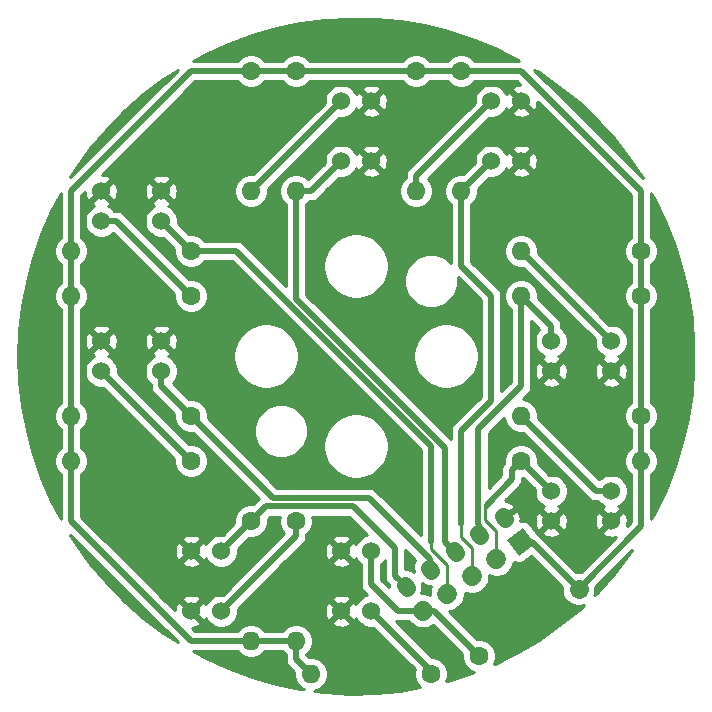
<source format=gbr>
G04 #@! TF.GenerationSoftware,KiCad,Pcbnew,(5.1.5)-3*
G04 #@! TF.CreationDate,2021-07-05T18:08:41+08:00*
G04 #@! TF.ProjectId,____,9b201f68-2e6b-4696-9361-645f70636258,rev?*
G04 #@! TF.SameCoordinates,Original*
G04 #@! TF.FileFunction,Copper,L2,Bot*
G04 #@! TF.FilePolarity,Positive*
%FSLAX46Y46*%
G04 Gerber Fmt 4.6, Leading zero omitted, Abs format (unit mm)*
G04 Created by KiCad (PCBNEW (5.1.5)-3) date 2021-07-05 18:08:41*
%MOMM*%
%LPD*%
G04 APERTURE LIST*
%ADD10C,1.524000*%
%ADD11C,0.100000*%
%ADD12C,1.400000*%
%ADD13C,1.700000*%
%ADD14O,1.600000X1.600000*%
%ADD15C,1.600000*%
%ADD16C,1.600000*%
%ADD17C,0.500000*%
%ADD18C,0.250000*%
%ADD19C,0.254000*%
G04 APERTURE END LIST*
D10*
X147828000Y-108458000D03*
X145288000Y-108458000D03*
X145288000Y-113538000D03*
X147828000Y-113538000D03*
G04 #@! TA.AperFunction,ComponentPad*
D11*
G36*
X161711819Y-107904739D02*
G01*
X160319261Y-108879819D01*
X159344181Y-107487261D01*
X160736739Y-106512181D01*
X161711819Y-107904739D01*
G37*
G04 #@! TD.AperFunction*
D12*
X159157152Y-105738227D02*
X158985080Y-105492481D01*
D13*
X158447354Y-109152884D02*
X158447354Y-109152884D01*
D12*
X157076506Y-107195111D02*
X156904434Y-106949365D01*
D13*
X156366708Y-110609768D02*
X156366708Y-110609768D01*
D12*
X154995859Y-108651995D02*
X154823787Y-108406249D01*
D13*
X154286061Y-112066652D02*
X154286061Y-112066652D01*
D12*
X152915213Y-110108879D02*
X152743141Y-109863133D01*
D13*
X152205415Y-113523537D02*
X152205415Y-113523537D01*
D12*
X150834567Y-111565763D02*
X150662495Y-111320017D01*
D14*
X141478000Y-77978000D03*
D15*
X141478000Y-67818000D03*
D14*
X122428000Y-86868000D03*
D15*
X132588000Y-86868000D03*
D14*
X122428000Y-83058000D03*
D15*
X132588000Y-83058000D03*
D14*
X122428000Y-100838000D03*
D15*
X132588000Y-100838000D03*
D14*
X122428000Y-97028000D03*
D15*
X132588000Y-97028000D03*
D14*
X141478000Y-116078000D03*
D15*
X141478000Y-105918000D03*
D14*
X137668000Y-116078000D03*
D15*
X137668000Y-105918000D03*
D14*
X142748000Y-118872000D03*
D15*
X152908000Y-118872000D03*
D16*
X165395022Y-111666600D02*
X165395022Y-111666600D01*
D15*
X156972000Y-117348000D03*
D14*
X160528000Y-83058000D03*
D15*
X170688000Y-83058000D03*
D14*
X160528000Y-86868000D03*
D15*
X170688000Y-86868000D03*
D14*
X160528000Y-97028000D03*
D15*
X170688000Y-97028000D03*
D14*
X170688000Y-100838000D03*
D15*
X160528000Y-100838000D03*
D14*
X151638000Y-77978000D03*
D15*
X151638000Y-67818000D03*
D14*
X155448000Y-77978000D03*
D15*
X155448000Y-67818000D03*
D14*
X137668000Y-77978000D03*
D15*
X137668000Y-67818000D03*
D10*
X130048000Y-80518000D03*
X130048000Y-77978000D03*
X124968000Y-77978000D03*
X124968000Y-80518000D03*
X130048000Y-93218000D03*
X130048000Y-90678000D03*
X124968000Y-90678000D03*
X124968000Y-93218000D03*
X135128000Y-108458000D03*
X132588000Y-108458000D03*
X132588000Y-113538000D03*
X135128000Y-113538000D03*
X163068000Y-103378000D03*
X163068000Y-105918000D03*
X168148000Y-105918000D03*
X168148000Y-103378000D03*
X163068000Y-90678000D03*
X163068000Y-93218000D03*
X168148000Y-93218000D03*
X168148000Y-90678000D03*
X157988000Y-75438000D03*
X160528000Y-75438000D03*
X160528000Y-70358000D03*
X157988000Y-70358000D03*
X145288000Y-75438000D03*
X147828000Y-75438000D03*
X147828000Y-70358000D03*
X145288000Y-70358000D03*
D17*
X170688000Y-100838000D02*
X170688000Y-97028000D01*
X170688000Y-86868000D02*
X170688000Y-97028000D01*
X170688000Y-86868000D02*
X170688000Y-83058000D01*
X151638000Y-67818000D02*
X155448000Y-67818000D01*
X151638000Y-67818000D02*
X141478000Y-67818000D01*
X141478000Y-67818000D02*
X137668000Y-67818000D01*
X122428000Y-83058000D02*
X122428000Y-86868000D01*
X122428000Y-86868000D02*
X122428000Y-97028000D01*
X122428000Y-97028000D02*
X122428000Y-100838000D01*
X141478000Y-117602000D02*
X142748000Y-118872000D01*
X141478000Y-116078000D02*
X141478000Y-117602000D01*
X170688000Y-106373622D02*
X165395022Y-111666600D01*
X170688000Y-100838000D02*
X170688000Y-106373622D01*
X161424422Y-107696000D02*
X160528000Y-107696000D01*
X165395022Y-111666600D02*
X161424422Y-107696000D01*
X141478000Y-116078000D02*
X137668000Y-116078000D01*
X155448000Y-67818000D02*
X160528000Y-67818000D01*
X170688000Y-77978000D02*
X170688000Y-83058000D01*
X160528000Y-67818000D02*
X170688000Y-77978000D01*
X122428000Y-83058000D02*
X122428000Y-77978000D01*
X132588000Y-67818000D02*
X137668000Y-67818000D01*
X122428000Y-77978000D02*
X132588000Y-67818000D01*
X137668000Y-116078000D02*
X132588000Y-116078000D01*
X122428000Y-105918000D02*
X122428000Y-100838000D01*
X132588000Y-116078000D02*
X122428000Y-105918000D01*
X160528000Y-100838000D02*
X163068000Y-103378000D01*
D18*
X158447354Y-106790120D02*
X157480000Y-105822766D01*
X158447354Y-109152884D02*
X158447354Y-106790120D01*
X157480000Y-105822766D02*
X157480000Y-104648000D01*
D17*
X157605000Y-104523000D02*
X157605000Y-104648000D01*
X159728001Y-102399999D02*
X157605000Y-104523000D01*
X160528000Y-100838000D02*
X159728001Y-101637999D01*
X159728001Y-101637999D02*
X159728001Y-102399999D01*
X166878000Y-103378000D02*
X160528000Y-97028000D01*
X168148000Y-103378000D02*
X166878000Y-103378000D01*
X163068000Y-89408000D02*
X160528000Y-86868000D01*
X163068000Y-90678000D02*
X163068000Y-89408000D01*
X156904990Y-106986758D02*
X156990470Y-107072238D01*
X156904990Y-106170963D02*
X156990470Y-106256443D01*
X156904990Y-98111010D02*
X156904990Y-106170963D01*
X156990470Y-106256443D02*
X156990470Y-107072238D01*
X160528000Y-86868000D02*
X160528000Y-94488000D01*
X160528000Y-94488000D02*
X156904990Y-98111010D01*
X168148000Y-90678000D02*
X160528000Y-83058000D01*
X155448000Y-77978000D02*
X157988000Y-75438000D01*
D18*
X156366708Y-108187478D02*
X155448000Y-107268770D01*
X156366708Y-110609768D02*
X156366708Y-108187478D01*
X155448000Y-107268770D02*
X155448000Y-106172000D01*
D17*
X155448000Y-102108000D02*
X155448000Y-106172000D01*
X155448000Y-84328000D02*
X157988000Y-86868000D01*
X155448000Y-77978000D02*
X155448000Y-84328000D01*
X157988000Y-86868000D02*
X157988000Y-95758000D01*
X157988000Y-95758000D02*
X155448000Y-98298000D01*
X155448000Y-98298000D02*
X155448000Y-102108000D01*
X151638000Y-76708000D02*
X157988000Y-70358000D01*
X151638000Y-77978000D02*
X151638000Y-76708000D01*
X142748000Y-77978000D02*
X145288000Y-75438000D01*
X141478000Y-77978000D02*
X142748000Y-77978000D01*
X141478000Y-77978000D02*
X141478000Y-87122000D01*
X154059824Y-107679123D02*
X154909823Y-108529122D01*
X154059824Y-99703824D02*
X154059824Y-107679123D01*
X141478000Y-87122000D02*
X154059824Y-99703824D01*
X137668000Y-77978000D02*
X145288000Y-70358000D01*
X132588000Y-83058000D02*
X130048000Y-80518000D01*
D18*
X154286061Y-109644362D02*
X152908000Y-108266301D01*
X154286061Y-112066652D02*
X154286061Y-109644362D01*
X152908000Y-108266301D02*
X152908000Y-107696000D01*
D17*
X152908000Y-99568000D02*
X152908000Y-107696000D01*
X132588000Y-83058000D02*
X136398000Y-83058000D01*
X136398000Y-83058000D02*
X152908000Y-99568000D01*
X126238000Y-80518000D02*
X132588000Y-86868000D01*
X124968000Y-80518000D02*
X126238000Y-80518000D01*
X130048000Y-94488000D02*
X132588000Y-97028000D01*
X130048000Y-93218000D02*
X130048000Y-94488000D01*
X132588000Y-97028000D02*
X139527989Y-103967989D01*
X152829177Y-109170211D02*
X152829177Y-109986006D01*
X147626955Y-103967989D02*
X152829177Y-109170211D01*
X139527989Y-103967989D02*
X147626955Y-103967989D01*
X132588000Y-100838000D02*
X124968000Y-93218000D01*
X153147537Y-113523537D02*
X152205415Y-113523537D01*
X156972000Y-117348000D02*
X153147537Y-113523537D01*
X147828000Y-108458000D02*
X147828000Y-111252000D01*
X150099537Y-113523537D02*
X152205415Y-113523537D01*
X147828000Y-111252000D02*
X150099537Y-113523537D01*
X152908000Y-118618000D02*
X152908000Y-118872000D01*
X147828000Y-113538000D02*
X152908000Y-118618000D01*
X135128000Y-108458000D02*
X137668000Y-105918000D01*
X149860000Y-110554359D02*
X150748531Y-111442890D01*
X149860000Y-108204000D02*
X149860000Y-110554359D01*
X146323999Y-104667999D02*
X149860000Y-108204000D01*
X137668000Y-105918000D02*
X138918001Y-104667999D01*
X138918001Y-104667999D02*
X146323999Y-104667999D01*
X141478000Y-107188000D02*
X135128000Y-113538000D01*
X141478000Y-105918000D02*
X141478000Y-107188000D01*
D19*
G36*
X136553363Y-68732759D02*
G01*
X136753241Y-68932637D01*
X136988273Y-69089680D01*
X137249426Y-69197853D01*
X137526665Y-69253000D01*
X137809335Y-69253000D01*
X138086574Y-69197853D01*
X138347727Y-69089680D01*
X138582759Y-68932637D01*
X138782637Y-68732759D01*
X138802521Y-68703000D01*
X140343479Y-68703000D01*
X140363363Y-68732759D01*
X140563241Y-68932637D01*
X140798273Y-69089680D01*
X141059426Y-69197853D01*
X141336665Y-69253000D01*
X141619335Y-69253000D01*
X141896574Y-69197853D01*
X142157727Y-69089680D01*
X142392759Y-68932637D01*
X142592637Y-68732759D01*
X142612521Y-68703000D01*
X150503479Y-68703000D01*
X150523363Y-68732759D01*
X150723241Y-68932637D01*
X150958273Y-69089680D01*
X151219426Y-69197853D01*
X151496665Y-69253000D01*
X151779335Y-69253000D01*
X152056574Y-69197853D01*
X152317727Y-69089680D01*
X152552759Y-68932637D01*
X152752637Y-68732759D01*
X152772521Y-68703000D01*
X154313479Y-68703000D01*
X154333363Y-68732759D01*
X154533241Y-68932637D01*
X154768273Y-69089680D01*
X155029426Y-69197853D01*
X155306665Y-69253000D01*
X155589335Y-69253000D01*
X155866574Y-69197853D01*
X156127727Y-69089680D01*
X156362759Y-68932637D01*
X156562637Y-68732759D01*
X156582521Y-68703000D01*
X160161422Y-68703000D01*
X160419941Y-68961519D01*
X160183867Y-68997078D01*
X159924977Y-69090364D01*
X159809020Y-69152344D01*
X159742040Y-69392435D01*
X160528000Y-70178395D01*
X160542143Y-70164253D01*
X160721748Y-70343858D01*
X160707605Y-70358000D01*
X161493565Y-71143960D01*
X161733656Y-71076980D01*
X161850756Y-70827952D01*
X161917023Y-70560865D01*
X161921603Y-70463181D01*
X169803000Y-78344579D01*
X169803001Y-81923478D01*
X169773241Y-81943363D01*
X169573363Y-82143241D01*
X169416320Y-82378273D01*
X169308147Y-82639426D01*
X169253000Y-82916665D01*
X169253000Y-83199335D01*
X169308147Y-83476574D01*
X169416320Y-83737727D01*
X169573363Y-83972759D01*
X169773241Y-84172637D01*
X169803001Y-84192522D01*
X169803000Y-85733479D01*
X169773241Y-85753363D01*
X169573363Y-85953241D01*
X169416320Y-86188273D01*
X169308147Y-86449426D01*
X169253000Y-86726665D01*
X169253000Y-87009335D01*
X169308147Y-87286574D01*
X169416320Y-87547727D01*
X169573363Y-87782759D01*
X169773241Y-87982637D01*
X169803000Y-88002521D01*
X169803001Y-95893478D01*
X169773241Y-95913363D01*
X169573363Y-96113241D01*
X169416320Y-96348273D01*
X169308147Y-96609426D01*
X169253000Y-96886665D01*
X169253000Y-97169335D01*
X169308147Y-97446574D01*
X169416320Y-97707727D01*
X169573363Y-97942759D01*
X169773241Y-98142637D01*
X169803001Y-98162522D01*
X169803000Y-99703479D01*
X169773241Y-99723363D01*
X169573363Y-99923241D01*
X169416320Y-100158273D01*
X169308147Y-100419426D01*
X169253000Y-100696665D01*
X169253000Y-100979335D01*
X169308147Y-101256574D01*
X169416320Y-101517727D01*
X169573363Y-101752759D01*
X169773241Y-101952637D01*
X169803000Y-101972521D01*
X169803001Y-106007042D01*
X169486815Y-106323229D01*
X169537023Y-106120865D01*
X169549910Y-105845983D01*
X169508922Y-105573867D01*
X169415636Y-105314977D01*
X169353656Y-105199020D01*
X169113565Y-105132040D01*
X168327605Y-105918000D01*
X168341748Y-105932143D01*
X168162143Y-106111748D01*
X168148000Y-106097605D01*
X167362040Y-106883565D01*
X167429020Y-107123656D01*
X167678048Y-107240756D01*
X167945135Y-107307023D01*
X168220017Y-107319910D01*
X168492133Y-107278922D01*
X168553084Y-107256960D01*
X165571461Y-110238583D01*
X165536357Y-110231600D01*
X165253687Y-110231600D01*
X165218583Y-110238583D01*
X162080956Y-107100956D01*
X162053239Y-107067183D01*
X161918481Y-106956589D01*
X161781862Y-106883565D01*
X162282040Y-106883565D01*
X162349020Y-107123656D01*
X162598048Y-107240756D01*
X162865135Y-107307023D01*
X163140017Y-107319910D01*
X163412133Y-107278922D01*
X163671023Y-107185636D01*
X163786980Y-107123656D01*
X163853960Y-106883565D01*
X163068000Y-106097605D01*
X162282040Y-106883565D01*
X161781862Y-106883565D01*
X161772058Y-106878325D01*
X161259417Y-106146198D01*
X161177974Y-106051261D01*
X161099938Y-105990017D01*
X161666090Y-105990017D01*
X161707078Y-106262133D01*
X161800364Y-106521023D01*
X161862344Y-106636980D01*
X162102435Y-106703960D01*
X162888395Y-105918000D01*
X163247605Y-105918000D01*
X164033565Y-106703960D01*
X164273656Y-106636980D01*
X164390756Y-106387952D01*
X164457023Y-106120865D01*
X164463157Y-105990017D01*
X166746090Y-105990017D01*
X166787078Y-106262133D01*
X166880364Y-106521023D01*
X166942344Y-106636980D01*
X167182435Y-106703960D01*
X167968395Y-105918000D01*
X167182435Y-105132040D01*
X166942344Y-105199020D01*
X166825244Y-105448048D01*
X166758977Y-105715135D01*
X166746090Y-105990017D01*
X164463157Y-105990017D01*
X164469910Y-105845983D01*
X164428922Y-105573867D01*
X164335636Y-105314977D01*
X164273656Y-105199020D01*
X164033565Y-105132040D01*
X163247605Y-105918000D01*
X162888395Y-105918000D01*
X162102435Y-105132040D01*
X161862344Y-105199020D01*
X161745244Y-105448048D01*
X161678977Y-105715135D01*
X161666090Y-105990017D01*
X161099938Y-105990017D01*
X161079575Y-105974036D01*
X160968000Y-105917493D01*
X160847539Y-105883803D01*
X160722819Y-105874261D01*
X160598635Y-105889234D01*
X160479758Y-105928146D01*
X160476605Y-105929921D01*
X160484142Y-105895610D01*
X160489348Y-105633704D01*
X160443359Y-105375813D01*
X160347942Y-105131850D01*
X160108383Y-105044090D01*
X159247993Y-105646542D01*
X159259465Y-105662925D01*
X159051399Y-105808614D01*
X159039928Y-105792231D01*
X159023545Y-105803703D01*
X158877856Y-105595637D01*
X158894239Y-105584166D01*
X158882767Y-105567783D01*
X159090833Y-105422094D01*
X159102304Y-105438477D01*
X159962695Y-104836025D01*
X159962161Y-104580898D01*
X159765546Y-104407795D01*
X159538937Y-104276375D01*
X159291045Y-104191690D01*
X159200048Y-104179530D01*
X160323050Y-103056529D01*
X160356818Y-103028816D01*
X160467412Y-102894058D01*
X160549590Y-102740312D01*
X160600196Y-102573489D01*
X160613001Y-102443476D01*
X160613001Y-102443468D01*
X160617282Y-102399999D01*
X160613001Y-102356530D01*
X160613001Y-102273000D01*
X160669335Y-102273000D01*
X160704439Y-102266017D01*
X161672299Y-103233878D01*
X161671000Y-103240408D01*
X161671000Y-103515592D01*
X161724686Y-103785490D01*
X161829995Y-104039727D01*
X161982880Y-104268535D01*
X162177465Y-104463120D01*
X162406273Y-104616005D01*
X162477943Y-104645692D01*
X162464977Y-104650364D01*
X162349020Y-104712344D01*
X162282040Y-104952435D01*
X163068000Y-105738395D01*
X163853960Y-104952435D01*
X163786980Y-104712344D01*
X163651240Y-104648515D01*
X163729727Y-104616005D01*
X163958535Y-104463120D01*
X164153120Y-104268535D01*
X164306005Y-104039727D01*
X164411314Y-103785490D01*
X164465000Y-103515592D01*
X164465000Y-103240408D01*
X164411314Y-102970510D01*
X164306005Y-102716273D01*
X164153120Y-102487465D01*
X163958535Y-102292880D01*
X163729727Y-102139995D01*
X163475490Y-102034686D01*
X163205592Y-101981000D01*
X162930408Y-101981000D01*
X162923878Y-101982299D01*
X161956017Y-101014439D01*
X161963000Y-100979335D01*
X161963000Y-100696665D01*
X161907853Y-100419426D01*
X161799680Y-100158273D01*
X161642637Y-99923241D01*
X161442759Y-99723363D01*
X161207727Y-99566320D01*
X160946574Y-99458147D01*
X160669335Y-99403000D01*
X160386665Y-99403000D01*
X160109426Y-99458147D01*
X159848273Y-99566320D01*
X159613241Y-99723363D01*
X159413363Y-99923241D01*
X159256320Y-100158273D01*
X159148147Y-100419426D01*
X159093000Y-100696665D01*
X159093000Y-100979335D01*
X159098985Y-101009424D01*
X158988590Y-101143941D01*
X158906412Y-101297687D01*
X158855806Y-101464510D01*
X158843001Y-101594523D01*
X158843001Y-101594530D01*
X158838720Y-101637999D01*
X158843001Y-101681468D01*
X158843001Y-102033420D01*
X157789990Y-103086432D01*
X157789990Y-98477588D01*
X159093870Y-97173708D01*
X159148147Y-97446574D01*
X159256320Y-97707727D01*
X159413363Y-97942759D01*
X159613241Y-98142637D01*
X159848273Y-98299680D01*
X160109426Y-98407853D01*
X160386665Y-98463000D01*
X160669335Y-98463000D01*
X160704439Y-98456017D01*
X166221470Y-103973049D01*
X166249183Y-104006817D01*
X166282951Y-104034530D01*
X166282953Y-104034532D01*
X166354452Y-104093210D01*
X166383941Y-104117411D01*
X166537687Y-104199589D01*
X166704510Y-104250195D01*
X166834523Y-104263000D01*
X166834533Y-104263000D01*
X166877999Y-104267281D01*
X166921465Y-104263000D01*
X167059182Y-104263000D01*
X167062880Y-104268535D01*
X167257465Y-104463120D01*
X167486273Y-104616005D01*
X167557943Y-104645692D01*
X167544977Y-104650364D01*
X167429020Y-104712344D01*
X167362040Y-104952435D01*
X168148000Y-105738395D01*
X168933960Y-104952435D01*
X168866980Y-104712344D01*
X168731240Y-104648515D01*
X168809727Y-104616005D01*
X169038535Y-104463120D01*
X169233120Y-104268535D01*
X169386005Y-104039727D01*
X169491314Y-103785490D01*
X169545000Y-103515592D01*
X169545000Y-103240408D01*
X169491314Y-102970510D01*
X169386005Y-102716273D01*
X169233120Y-102487465D01*
X169038535Y-102292880D01*
X168809727Y-102139995D01*
X168555490Y-102034686D01*
X168285592Y-101981000D01*
X168010408Y-101981000D01*
X167740510Y-102034686D01*
X167486273Y-102139995D01*
X167257465Y-102292880D01*
X167150962Y-102399383D01*
X161956017Y-97204439D01*
X161963000Y-97169335D01*
X161963000Y-96886665D01*
X161907853Y-96609426D01*
X161799680Y-96348273D01*
X161642637Y-96113241D01*
X161442759Y-95913363D01*
X161207727Y-95756320D01*
X160946574Y-95648147D01*
X160673709Y-95593870D01*
X161123049Y-95144530D01*
X161156817Y-95116817D01*
X161184533Y-95083046D01*
X161267411Y-94982059D01*
X161349589Y-94828313D01*
X161400195Y-94661490D01*
X161413000Y-94531477D01*
X161413000Y-94531469D01*
X161417281Y-94488000D01*
X161413000Y-94444531D01*
X161413000Y-94183565D01*
X162282040Y-94183565D01*
X162349020Y-94423656D01*
X162598048Y-94540756D01*
X162865135Y-94607023D01*
X163140017Y-94619910D01*
X163412133Y-94578922D01*
X163671023Y-94485636D01*
X163786980Y-94423656D01*
X163853960Y-94183565D01*
X167362040Y-94183565D01*
X167429020Y-94423656D01*
X167678048Y-94540756D01*
X167945135Y-94607023D01*
X168220017Y-94619910D01*
X168492133Y-94578922D01*
X168751023Y-94485636D01*
X168866980Y-94423656D01*
X168933960Y-94183565D01*
X168148000Y-93397605D01*
X167362040Y-94183565D01*
X163853960Y-94183565D01*
X163068000Y-93397605D01*
X162282040Y-94183565D01*
X161413000Y-94183565D01*
X161413000Y-93290017D01*
X161666090Y-93290017D01*
X161707078Y-93562133D01*
X161800364Y-93821023D01*
X161862344Y-93936980D01*
X162102435Y-94003960D01*
X162888395Y-93218000D01*
X163247605Y-93218000D01*
X164033565Y-94003960D01*
X164273656Y-93936980D01*
X164390756Y-93687952D01*
X164457023Y-93420865D01*
X164463157Y-93290017D01*
X166746090Y-93290017D01*
X166787078Y-93562133D01*
X166880364Y-93821023D01*
X166942344Y-93936980D01*
X167182435Y-94003960D01*
X167968395Y-93218000D01*
X168327605Y-93218000D01*
X169113565Y-94003960D01*
X169353656Y-93936980D01*
X169470756Y-93687952D01*
X169537023Y-93420865D01*
X169549910Y-93145983D01*
X169508922Y-92873867D01*
X169415636Y-92614977D01*
X169353656Y-92499020D01*
X169113565Y-92432040D01*
X168327605Y-93218000D01*
X167968395Y-93218000D01*
X167182435Y-92432040D01*
X166942344Y-92499020D01*
X166825244Y-92748048D01*
X166758977Y-93015135D01*
X166746090Y-93290017D01*
X164463157Y-93290017D01*
X164469910Y-93145983D01*
X164428922Y-92873867D01*
X164335636Y-92614977D01*
X164273656Y-92499020D01*
X164033565Y-92432040D01*
X163247605Y-93218000D01*
X162888395Y-93218000D01*
X162102435Y-92432040D01*
X161862344Y-92499020D01*
X161745244Y-92748048D01*
X161678977Y-93015135D01*
X161666090Y-93290017D01*
X161413000Y-93290017D01*
X161413000Y-89004579D01*
X162089383Y-89680962D01*
X161982880Y-89787465D01*
X161829995Y-90016273D01*
X161724686Y-90270510D01*
X161671000Y-90540408D01*
X161671000Y-90815592D01*
X161724686Y-91085490D01*
X161829995Y-91339727D01*
X161982880Y-91568535D01*
X162177465Y-91763120D01*
X162406273Y-91916005D01*
X162477943Y-91945692D01*
X162464977Y-91950364D01*
X162349020Y-92012344D01*
X162282040Y-92252435D01*
X163068000Y-93038395D01*
X163853960Y-92252435D01*
X163786980Y-92012344D01*
X163651240Y-91948515D01*
X163729727Y-91916005D01*
X163958535Y-91763120D01*
X164153120Y-91568535D01*
X164306005Y-91339727D01*
X164411314Y-91085490D01*
X164465000Y-90815592D01*
X164465000Y-90540408D01*
X164411314Y-90270510D01*
X164306005Y-90016273D01*
X164153120Y-89787465D01*
X163958535Y-89592880D01*
X163953000Y-89589182D01*
X163953000Y-89451465D01*
X163957281Y-89407999D01*
X163953000Y-89364533D01*
X163953000Y-89364523D01*
X163940195Y-89234510D01*
X163889589Y-89067687D01*
X163807411Y-88913941D01*
X163696817Y-88779183D01*
X163663049Y-88751470D01*
X161956017Y-87044439D01*
X161963000Y-87009335D01*
X161963000Y-86726665D01*
X161907853Y-86449426D01*
X161799680Y-86188273D01*
X161642637Y-85953241D01*
X161442759Y-85753363D01*
X161207727Y-85596320D01*
X160946574Y-85488147D01*
X160669335Y-85433000D01*
X160386665Y-85433000D01*
X160109426Y-85488147D01*
X159848273Y-85596320D01*
X159613241Y-85753363D01*
X159413363Y-85953241D01*
X159256320Y-86188273D01*
X159148147Y-86449426D01*
X159093000Y-86726665D01*
X159093000Y-87009335D01*
X159148147Y-87286574D01*
X159256320Y-87547727D01*
X159413363Y-87782759D01*
X159613241Y-87982637D01*
X159643000Y-88002521D01*
X159643001Y-94121420D01*
X158873000Y-94891421D01*
X158873000Y-86911465D01*
X158877281Y-86867999D01*
X158873000Y-86824533D01*
X158873000Y-86824523D01*
X158860195Y-86694510D01*
X158809589Y-86527687D01*
X158727411Y-86373941D01*
X158616817Y-86239183D01*
X158583050Y-86211471D01*
X156333000Y-83961422D01*
X156333000Y-82916665D01*
X159093000Y-82916665D01*
X159093000Y-83199335D01*
X159148147Y-83476574D01*
X159256320Y-83737727D01*
X159413363Y-83972759D01*
X159613241Y-84172637D01*
X159848273Y-84329680D01*
X160109426Y-84437853D01*
X160386665Y-84493000D01*
X160669335Y-84493000D01*
X160704439Y-84486017D01*
X166752299Y-90533878D01*
X166751000Y-90540408D01*
X166751000Y-90815592D01*
X166804686Y-91085490D01*
X166909995Y-91339727D01*
X167062880Y-91568535D01*
X167257465Y-91763120D01*
X167486273Y-91916005D01*
X167557943Y-91945692D01*
X167544977Y-91950364D01*
X167429020Y-92012344D01*
X167362040Y-92252435D01*
X168148000Y-93038395D01*
X168933960Y-92252435D01*
X168866980Y-92012344D01*
X168731240Y-91948515D01*
X168809727Y-91916005D01*
X169038535Y-91763120D01*
X169233120Y-91568535D01*
X169386005Y-91339727D01*
X169491314Y-91085490D01*
X169545000Y-90815592D01*
X169545000Y-90540408D01*
X169491314Y-90270510D01*
X169386005Y-90016273D01*
X169233120Y-89787465D01*
X169038535Y-89592880D01*
X168809727Y-89439995D01*
X168555490Y-89334686D01*
X168285592Y-89281000D01*
X168010408Y-89281000D01*
X168003878Y-89282299D01*
X161956017Y-83234439D01*
X161963000Y-83199335D01*
X161963000Y-82916665D01*
X161907853Y-82639426D01*
X161799680Y-82378273D01*
X161642637Y-82143241D01*
X161442759Y-81943363D01*
X161207727Y-81786320D01*
X160946574Y-81678147D01*
X160669335Y-81623000D01*
X160386665Y-81623000D01*
X160109426Y-81678147D01*
X159848273Y-81786320D01*
X159613241Y-81943363D01*
X159413363Y-82143241D01*
X159256320Y-82378273D01*
X159148147Y-82639426D01*
X159093000Y-82916665D01*
X156333000Y-82916665D01*
X156333000Y-79112521D01*
X156362759Y-79092637D01*
X156562637Y-78892759D01*
X156719680Y-78657727D01*
X156827853Y-78396574D01*
X156883000Y-78119335D01*
X156883000Y-77836665D01*
X156876017Y-77801561D01*
X157843878Y-76833701D01*
X157850408Y-76835000D01*
X158125592Y-76835000D01*
X158395490Y-76781314D01*
X158649727Y-76676005D01*
X158878535Y-76523120D01*
X158998090Y-76403565D01*
X159742040Y-76403565D01*
X159809020Y-76643656D01*
X160058048Y-76760756D01*
X160325135Y-76827023D01*
X160600017Y-76839910D01*
X160872133Y-76798922D01*
X161131023Y-76705636D01*
X161246980Y-76643656D01*
X161313960Y-76403565D01*
X160528000Y-75617605D01*
X159742040Y-76403565D01*
X158998090Y-76403565D01*
X159073120Y-76328535D01*
X159226005Y-76099727D01*
X159255692Y-76028057D01*
X159260364Y-76041023D01*
X159322344Y-76156980D01*
X159562435Y-76223960D01*
X160348395Y-75438000D01*
X160707605Y-75438000D01*
X161493565Y-76223960D01*
X161733656Y-76156980D01*
X161850756Y-75907952D01*
X161917023Y-75640865D01*
X161929910Y-75365983D01*
X161888922Y-75093867D01*
X161795636Y-74834977D01*
X161733656Y-74719020D01*
X161493565Y-74652040D01*
X160707605Y-75438000D01*
X160348395Y-75438000D01*
X159562435Y-74652040D01*
X159322344Y-74719020D01*
X159258515Y-74854760D01*
X159226005Y-74776273D01*
X159073120Y-74547465D01*
X158998090Y-74472435D01*
X159742040Y-74472435D01*
X160528000Y-75258395D01*
X161313960Y-74472435D01*
X161246980Y-74232344D01*
X160997952Y-74115244D01*
X160730865Y-74048977D01*
X160455983Y-74036090D01*
X160183867Y-74077078D01*
X159924977Y-74170364D01*
X159809020Y-74232344D01*
X159742040Y-74472435D01*
X158998090Y-74472435D01*
X158878535Y-74352880D01*
X158649727Y-74199995D01*
X158395490Y-74094686D01*
X158125592Y-74041000D01*
X157850408Y-74041000D01*
X157580510Y-74094686D01*
X157326273Y-74199995D01*
X157097465Y-74352880D01*
X156902880Y-74547465D01*
X156749995Y-74776273D01*
X156644686Y-75030510D01*
X156591000Y-75300408D01*
X156591000Y-75575592D01*
X156592299Y-75582122D01*
X155624439Y-76549983D01*
X155589335Y-76543000D01*
X155306665Y-76543000D01*
X155029426Y-76598147D01*
X154768273Y-76706320D01*
X154533241Y-76863363D01*
X154333363Y-77063241D01*
X154176320Y-77298273D01*
X154068147Y-77559426D01*
X154013000Y-77836665D01*
X154013000Y-78119335D01*
X154068147Y-78396574D01*
X154176320Y-78657727D01*
X154333363Y-78892759D01*
X154533241Y-79092637D01*
X154563000Y-79112521D01*
X154563001Y-84044120D01*
X154354417Y-83835536D01*
X153982785Y-83587220D01*
X153569849Y-83416176D01*
X153131479Y-83328979D01*
X152684521Y-83328979D01*
X152246151Y-83416176D01*
X151833215Y-83587220D01*
X151461583Y-83835536D01*
X151145536Y-84151583D01*
X150897220Y-84523215D01*
X150726176Y-84936151D01*
X150638979Y-85374521D01*
X150638979Y-85821479D01*
X150726176Y-86259849D01*
X150897220Y-86672785D01*
X151145536Y-87044417D01*
X151461583Y-87360464D01*
X151833215Y-87608780D01*
X152246151Y-87779824D01*
X152684521Y-87867021D01*
X153131479Y-87867021D01*
X153569849Y-87779824D01*
X153982785Y-87608780D01*
X154354417Y-87360464D01*
X154670464Y-87044417D01*
X154918780Y-86672785D01*
X155089824Y-86259849D01*
X155177021Y-85821479D01*
X155177021Y-85374521D01*
X155160652Y-85292231D01*
X157103000Y-87234579D01*
X157103001Y-95391420D01*
X154852956Y-97641466D01*
X154819183Y-97669183D01*
X154708589Y-97803942D01*
X154626411Y-97957688D01*
X154605952Y-98025132D01*
X154579901Y-98111010D01*
X154575805Y-98124511D01*
X154563000Y-98254524D01*
X154563000Y-98254531D01*
X154558719Y-98298000D01*
X154563000Y-98341469D01*
X154563000Y-98955421D01*
X147283091Y-91675512D01*
X151411386Y-91675512D01*
X151411386Y-92220488D01*
X151517706Y-92754991D01*
X151726259Y-93258483D01*
X152029031Y-93711613D01*
X152414387Y-94096969D01*
X152867517Y-94399741D01*
X153371009Y-94608294D01*
X153905512Y-94714614D01*
X154450488Y-94714614D01*
X154984991Y-94608294D01*
X155488483Y-94399741D01*
X155941613Y-94096969D01*
X156326969Y-93711613D01*
X156629741Y-93258483D01*
X156838294Y-92754991D01*
X156944614Y-92220488D01*
X156944614Y-91675512D01*
X156838294Y-91141009D01*
X156629741Y-90637517D01*
X156326969Y-90184387D01*
X155941613Y-89799031D01*
X155488483Y-89496259D01*
X154984991Y-89287706D01*
X154450488Y-89181386D01*
X153905512Y-89181386D01*
X153371009Y-89287706D01*
X152867517Y-89496259D01*
X152414387Y-89799031D01*
X152029031Y-90184387D01*
X151726259Y-90637517D01*
X151517706Y-91141009D01*
X151411386Y-91675512D01*
X147283091Y-91675512D01*
X142363000Y-86755422D01*
X142363000Y-84055512D01*
X143791386Y-84055512D01*
X143791386Y-84600488D01*
X143897706Y-85134991D01*
X144106259Y-85638483D01*
X144409031Y-86091613D01*
X144794387Y-86476969D01*
X145247517Y-86779741D01*
X145751009Y-86988294D01*
X146285512Y-87094614D01*
X146830488Y-87094614D01*
X147364991Y-86988294D01*
X147868483Y-86779741D01*
X148321613Y-86476969D01*
X148706969Y-86091613D01*
X149009741Y-85638483D01*
X149218294Y-85134991D01*
X149324614Y-84600488D01*
X149324614Y-84055512D01*
X149218294Y-83521009D01*
X149009741Y-83017517D01*
X148706969Y-82564387D01*
X148321613Y-82179031D01*
X147868483Y-81876259D01*
X147364991Y-81667706D01*
X146830488Y-81561386D01*
X146285512Y-81561386D01*
X145751009Y-81667706D01*
X145247517Y-81876259D01*
X144794387Y-82179031D01*
X144409031Y-82564387D01*
X144106259Y-83017517D01*
X143897706Y-83521009D01*
X143791386Y-84055512D01*
X142363000Y-84055512D01*
X142363000Y-79112521D01*
X142392759Y-79092637D01*
X142592637Y-78892759D01*
X142612521Y-78863000D01*
X142704531Y-78863000D01*
X142748000Y-78867281D01*
X142791469Y-78863000D01*
X142791477Y-78863000D01*
X142921490Y-78850195D01*
X143088313Y-78799589D01*
X143242059Y-78717411D01*
X143376817Y-78606817D01*
X143404534Y-78573044D01*
X144140913Y-77836665D01*
X150203000Y-77836665D01*
X150203000Y-78119335D01*
X150258147Y-78396574D01*
X150366320Y-78657727D01*
X150523363Y-78892759D01*
X150723241Y-79092637D01*
X150958273Y-79249680D01*
X151219426Y-79357853D01*
X151496665Y-79413000D01*
X151779335Y-79413000D01*
X152056574Y-79357853D01*
X152317727Y-79249680D01*
X152552759Y-79092637D01*
X152752637Y-78892759D01*
X152909680Y-78657727D01*
X153017853Y-78396574D01*
X153073000Y-78119335D01*
X153073000Y-77836665D01*
X153017853Y-77559426D01*
X152909680Y-77298273D01*
X152752637Y-77063241D01*
X152643487Y-76954091D01*
X157843878Y-71753701D01*
X157850408Y-71755000D01*
X158125592Y-71755000D01*
X158395490Y-71701314D01*
X158649727Y-71596005D01*
X158878535Y-71443120D01*
X158998090Y-71323565D01*
X159742040Y-71323565D01*
X159809020Y-71563656D01*
X160058048Y-71680756D01*
X160325135Y-71747023D01*
X160600017Y-71759910D01*
X160872133Y-71718922D01*
X161131023Y-71625636D01*
X161246980Y-71563656D01*
X161313960Y-71323565D01*
X160528000Y-70537605D01*
X159742040Y-71323565D01*
X158998090Y-71323565D01*
X159073120Y-71248535D01*
X159226005Y-71019727D01*
X159255692Y-70948057D01*
X159260364Y-70961023D01*
X159322344Y-71076980D01*
X159562435Y-71143960D01*
X160348395Y-70358000D01*
X159562435Y-69572040D01*
X159322344Y-69639020D01*
X159258515Y-69774760D01*
X159226005Y-69696273D01*
X159073120Y-69467465D01*
X158878535Y-69272880D01*
X158649727Y-69119995D01*
X158395490Y-69014686D01*
X158125592Y-68961000D01*
X157850408Y-68961000D01*
X157580510Y-69014686D01*
X157326273Y-69119995D01*
X157097465Y-69272880D01*
X156902880Y-69467465D01*
X156749995Y-69696273D01*
X156644686Y-69950510D01*
X156591000Y-70220408D01*
X156591000Y-70495592D01*
X156592299Y-70502122D01*
X151042952Y-76051470D01*
X151009184Y-76079183D01*
X150981471Y-76112951D01*
X150981468Y-76112954D01*
X150898590Y-76213941D01*
X150816412Y-76367687D01*
X150765805Y-76534510D01*
X150748719Y-76708000D01*
X150753001Y-76751478D01*
X150753001Y-76843478D01*
X150723241Y-76863363D01*
X150523363Y-77063241D01*
X150366320Y-77298273D01*
X150258147Y-77559426D01*
X150203000Y-77836665D01*
X144140913Y-77836665D01*
X145143878Y-76833701D01*
X145150408Y-76835000D01*
X145425592Y-76835000D01*
X145695490Y-76781314D01*
X145949727Y-76676005D01*
X146178535Y-76523120D01*
X146298090Y-76403565D01*
X147042040Y-76403565D01*
X147109020Y-76643656D01*
X147358048Y-76760756D01*
X147625135Y-76827023D01*
X147900017Y-76839910D01*
X148172133Y-76798922D01*
X148431023Y-76705636D01*
X148546980Y-76643656D01*
X148613960Y-76403565D01*
X147828000Y-75617605D01*
X147042040Y-76403565D01*
X146298090Y-76403565D01*
X146373120Y-76328535D01*
X146526005Y-76099727D01*
X146555692Y-76028057D01*
X146560364Y-76041023D01*
X146622344Y-76156980D01*
X146862435Y-76223960D01*
X147648395Y-75438000D01*
X148007605Y-75438000D01*
X148793565Y-76223960D01*
X149033656Y-76156980D01*
X149150756Y-75907952D01*
X149217023Y-75640865D01*
X149229910Y-75365983D01*
X149188922Y-75093867D01*
X149095636Y-74834977D01*
X149033656Y-74719020D01*
X148793565Y-74652040D01*
X148007605Y-75438000D01*
X147648395Y-75438000D01*
X146862435Y-74652040D01*
X146622344Y-74719020D01*
X146558515Y-74854760D01*
X146526005Y-74776273D01*
X146373120Y-74547465D01*
X146298090Y-74472435D01*
X147042040Y-74472435D01*
X147828000Y-75258395D01*
X148613960Y-74472435D01*
X148546980Y-74232344D01*
X148297952Y-74115244D01*
X148030865Y-74048977D01*
X147755983Y-74036090D01*
X147483867Y-74077078D01*
X147224977Y-74170364D01*
X147109020Y-74232344D01*
X147042040Y-74472435D01*
X146298090Y-74472435D01*
X146178535Y-74352880D01*
X145949727Y-74199995D01*
X145695490Y-74094686D01*
X145425592Y-74041000D01*
X145150408Y-74041000D01*
X144880510Y-74094686D01*
X144626273Y-74199995D01*
X144397465Y-74352880D01*
X144202880Y-74547465D01*
X144049995Y-74776273D01*
X143944686Y-75030510D01*
X143891000Y-75300408D01*
X143891000Y-75575592D01*
X143892299Y-75582122D01*
X142501909Y-76972513D01*
X142392759Y-76863363D01*
X142157727Y-76706320D01*
X141896574Y-76598147D01*
X141619335Y-76543000D01*
X141336665Y-76543000D01*
X141059426Y-76598147D01*
X140798273Y-76706320D01*
X140563241Y-76863363D01*
X140363363Y-77063241D01*
X140206320Y-77298273D01*
X140098147Y-77559426D01*
X140043000Y-77836665D01*
X140043000Y-78119335D01*
X140098147Y-78396574D01*
X140206320Y-78657727D01*
X140363363Y-78892759D01*
X140563241Y-79092637D01*
X140593000Y-79112521D01*
X140593001Y-86001423D01*
X137054534Y-82462956D01*
X137026817Y-82429183D01*
X136892059Y-82318589D01*
X136738313Y-82236411D01*
X136571490Y-82185805D01*
X136441477Y-82173000D01*
X136441469Y-82173000D01*
X136398000Y-82168719D01*
X136354531Y-82173000D01*
X133722521Y-82173000D01*
X133702637Y-82143241D01*
X133502759Y-81943363D01*
X133267727Y-81786320D01*
X133006574Y-81678147D01*
X132729335Y-81623000D01*
X132446665Y-81623000D01*
X132411561Y-81629983D01*
X131443701Y-80662123D01*
X131445000Y-80655592D01*
X131445000Y-80380408D01*
X131391314Y-80110510D01*
X131286005Y-79856273D01*
X131133120Y-79627465D01*
X130938535Y-79432880D01*
X130709727Y-79279995D01*
X130638057Y-79250308D01*
X130651023Y-79245636D01*
X130766980Y-79183656D01*
X130833960Y-78943565D01*
X130048000Y-78157605D01*
X129262040Y-78943565D01*
X129329020Y-79183656D01*
X129464760Y-79247485D01*
X129386273Y-79279995D01*
X129157465Y-79432880D01*
X128962880Y-79627465D01*
X128809995Y-79856273D01*
X128704686Y-80110510D01*
X128651000Y-80380408D01*
X128651000Y-80655592D01*
X128704686Y-80925490D01*
X128809995Y-81179727D01*
X128962880Y-81408535D01*
X129157465Y-81603120D01*
X129386273Y-81756005D01*
X129640510Y-81861314D01*
X129910408Y-81915000D01*
X130185592Y-81915000D01*
X130192123Y-81913701D01*
X131159983Y-82881561D01*
X131153000Y-82916665D01*
X131153000Y-83199335D01*
X131208147Y-83476574D01*
X131316320Y-83737727D01*
X131473363Y-83972759D01*
X131673241Y-84172637D01*
X131908273Y-84329680D01*
X132169426Y-84437853D01*
X132446665Y-84493000D01*
X132729335Y-84493000D01*
X133006574Y-84437853D01*
X133267727Y-84329680D01*
X133502759Y-84172637D01*
X133702637Y-83972759D01*
X133722521Y-83943000D01*
X136031422Y-83943000D01*
X152023000Y-99934579D01*
X152023001Y-107112456D01*
X148283489Y-103372945D01*
X148255772Y-103339172D01*
X148121014Y-103228578D01*
X147967268Y-103146400D01*
X147800445Y-103095794D01*
X147670432Y-103082989D01*
X147670424Y-103082989D01*
X147626955Y-103078708D01*
X147583486Y-103082989D01*
X139894568Y-103082989D01*
X134886100Y-98074521D01*
X137938979Y-98074521D01*
X137938979Y-98521479D01*
X138026176Y-98959849D01*
X138197220Y-99372785D01*
X138445536Y-99744417D01*
X138761583Y-100060464D01*
X139133215Y-100308780D01*
X139546151Y-100479824D01*
X139984521Y-100567021D01*
X140431479Y-100567021D01*
X140869849Y-100479824D01*
X141282785Y-100308780D01*
X141654417Y-100060464D01*
X141970464Y-99744417D01*
X142218780Y-99372785D01*
X142250787Y-99295512D01*
X143791386Y-99295512D01*
X143791386Y-99840488D01*
X143897706Y-100374991D01*
X144106259Y-100878483D01*
X144409031Y-101331613D01*
X144794387Y-101716969D01*
X145247517Y-102019741D01*
X145751009Y-102228294D01*
X146285512Y-102334614D01*
X146830488Y-102334614D01*
X147364991Y-102228294D01*
X147868483Y-102019741D01*
X148321613Y-101716969D01*
X148706969Y-101331613D01*
X149009741Y-100878483D01*
X149218294Y-100374991D01*
X149324614Y-99840488D01*
X149324614Y-99295512D01*
X149218294Y-98761009D01*
X149009741Y-98257517D01*
X148706969Y-97804387D01*
X148321613Y-97419031D01*
X147868483Y-97116259D01*
X147364991Y-96907706D01*
X146830488Y-96801386D01*
X146285512Y-96801386D01*
X145751009Y-96907706D01*
X145247517Y-97116259D01*
X144794387Y-97419031D01*
X144409031Y-97804387D01*
X144106259Y-98257517D01*
X143897706Y-98761009D01*
X143791386Y-99295512D01*
X142250787Y-99295512D01*
X142389824Y-98959849D01*
X142477021Y-98521479D01*
X142477021Y-98074521D01*
X142389824Y-97636151D01*
X142218780Y-97223215D01*
X141970464Y-96851583D01*
X141654417Y-96535536D01*
X141282785Y-96287220D01*
X140869849Y-96116176D01*
X140431479Y-96028979D01*
X139984521Y-96028979D01*
X139546151Y-96116176D01*
X139133215Y-96287220D01*
X138761583Y-96535536D01*
X138445536Y-96851583D01*
X138197220Y-97223215D01*
X138026176Y-97636151D01*
X137938979Y-98074521D01*
X134886100Y-98074521D01*
X134016017Y-97204439D01*
X134023000Y-97169335D01*
X134023000Y-96886665D01*
X133967853Y-96609426D01*
X133859680Y-96348273D01*
X133702637Y-96113241D01*
X133502759Y-95913363D01*
X133267727Y-95756320D01*
X133006574Y-95648147D01*
X132729335Y-95593000D01*
X132446665Y-95593000D01*
X132411561Y-95599983D01*
X131026617Y-94215038D01*
X131133120Y-94108535D01*
X131286005Y-93879727D01*
X131391314Y-93625490D01*
X131445000Y-93355592D01*
X131445000Y-93080408D01*
X131391314Y-92810510D01*
X131286005Y-92556273D01*
X131133120Y-92327465D01*
X130938535Y-92132880D01*
X130709727Y-91979995D01*
X130638057Y-91950308D01*
X130651023Y-91945636D01*
X130766980Y-91883656D01*
X130825047Y-91675512D01*
X136171386Y-91675512D01*
X136171386Y-92220488D01*
X136277706Y-92754991D01*
X136486259Y-93258483D01*
X136789031Y-93711613D01*
X137174387Y-94096969D01*
X137627517Y-94399741D01*
X138131009Y-94608294D01*
X138665512Y-94714614D01*
X139210488Y-94714614D01*
X139744991Y-94608294D01*
X140248483Y-94399741D01*
X140701613Y-94096969D01*
X141086969Y-93711613D01*
X141389741Y-93258483D01*
X141598294Y-92754991D01*
X141704614Y-92220488D01*
X141704614Y-91675512D01*
X141598294Y-91141009D01*
X141389741Y-90637517D01*
X141086969Y-90184387D01*
X140701613Y-89799031D01*
X140248483Y-89496259D01*
X139744991Y-89287706D01*
X139210488Y-89181386D01*
X138665512Y-89181386D01*
X138131009Y-89287706D01*
X137627517Y-89496259D01*
X137174387Y-89799031D01*
X136789031Y-90184387D01*
X136486259Y-90637517D01*
X136277706Y-91141009D01*
X136171386Y-91675512D01*
X130825047Y-91675512D01*
X130833960Y-91643565D01*
X130048000Y-90857605D01*
X129262040Y-91643565D01*
X129329020Y-91883656D01*
X129464760Y-91947485D01*
X129386273Y-91979995D01*
X129157465Y-92132880D01*
X128962880Y-92327465D01*
X128809995Y-92556273D01*
X128704686Y-92810510D01*
X128651000Y-93080408D01*
X128651000Y-93355592D01*
X128704686Y-93625490D01*
X128809995Y-93879727D01*
X128962880Y-94108535D01*
X129157465Y-94303120D01*
X129163001Y-94306819D01*
X129163001Y-94444522D01*
X129158719Y-94488000D01*
X129175805Y-94661490D01*
X129226412Y-94828313D01*
X129308590Y-94982059D01*
X129391468Y-95083046D01*
X129391469Y-95083047D01*
X129419184Y-95116817D01*
X129452951Y-95144529D01*
X131159983Y-96851561D01*
X131153000Y-96886665D01*
X131153000Y-97169335D01*
X131208147Y-97446574D01*
X131316320Y-97707727D01*
X131473363Y-97942759D01*
X131673241Y-98142637D01*
X131908273Y-98299680D01*
X132169426Y-98407853D01*
X132446665Y-98463000D01*
X132729335Y-98463000D01*
X132764439Y-98456017D01*
X138321270Y-104012849D01*
X138289184Y-104039182D01*
X138261471Y-104072950D01*
X137844439Y-104489983D01*
X137809335Y-104483000D01*
X137526665Y-104483000D01*
X137249426Y-104538147D01*
X136988273Y-104646320D01*
X136753241Y-104803363D01*
X136553363Y-105003241D01*
X136396320Y-105238273D01*
X136288147Y-105499426D01*
X136233000Y-105776665D01*
X136233000Y-106059335D01*
X136239983Y-106094439D01*
X135272123Y-107062299D01*
X135265592Y-107061000D01*
X134990408Y-107061000D01*
X134720510Y-107114686D01*
X134466273Y-107219995D01*
X134237465Y-107372880D01*
X134042880Y-107567465D01*
X133889995Y-107796273D01*
X133860308Y-107867943D01*
X133855636Y-107854977D01*
X133793656Y-107739020D01*
X133553565Y-107672040D01*
X132767605Y-108458000D01*
X133553565Y-109243960D01*
X133793656Y-109176980D01*
X133857485Y-109041240D01*
X133889995Y-109119727D01*
X134042880Y-109348535D01*
X134237465Y-109543120D01*
X134466273Y-109696005D01*
X134720510Y-109801314D01*
X134990408Y-109855000D01*
X135265592Y-109855000D01*
X135535490Y-109801314D01*
X135789727Y-109696005D01*
X136018535Y-109543120D01*
X136213120Y-109348535D01*
X136366005Y-109119727D01*
X136471314Y-108865490D01*
X136525000Y-108595592D01*
X136525000Y-108320408D01*
X136523701Y-108313877D01*
X137491561Y-107346017D01*
X137526665Y-107353000D01*
X137809335Y-107353000D01*
X138086574Y-107297853D01*
X138347727Y-107189680D01*
X138582759Y-107032637D01*
X138782637Y-106832759D01*
X138939680Y-106597727D01*
X139047853Y-106336574D01*
X139103000Y-106059335D01*
X139103000Y-105776665D01*
X139096017Y-105741561D01*
X139284580Y-105552999D01*
X140087491Y-105552999D01*
X140043000Y-105776665D01*
X140043000Y-106059335D01*
X140098147Y-106336574D01*
X140206320Y-106597727D01*
X140363363Y-106832759D01*
X140472513Y-106941909D01*
X135272123Y-112142299D01*
X135265592Y-112141000D01*
X134990408Y-112141000D01*
X134720510Y-112194686D01*
X134466273Y-112299995D01*
X134237465Y-112452880D01*
X134042880Y-112647465D01*
X133889995Y-112876273D01*
X133860308Y-112947943D01*
X133855636Y-112934977D01*
X133793656Y-112819020D01*
X133553565Y-112752040D01*
X132767605Y-113538000D01*
X133553565Y-114323960D01*
X133793656Y-114256980D01*
X133857485Y-114121240D01*
X133889995Y-114199727D01*
X134042880Y-114428535D01*
X134237465Y-114623120D01*
X134466273Y-114776005D01*
X134720510Y-114881314D01*
X134990408Y-114935000D01*
X135265592Y-114935000D01*
X135535490Y-114881314D01*
X135789727Y-114776005D01*
X136018535Y-114623120D01*
X136138090Y-114503565D01*
X144502040Y-114503565D01*
X144569020Y-114743656D01*
X144818048Y-114860756D01*
X145085135Y-114927023D01*
X145360017Y-114939910D01*
X145632133Y-114898922D01*
X145891023Y-114805636D01*
X146006980Y-114743656D01*
X146073960Y-114503565D01*
X145288000Y-113717605D01*
X144502040Y-114503565D01*
X136138090Y-114503565D01*
X136213120Y-114428535D01*
X136366005Y-114199727D01*
X136471314Y-113945490D01*
X136525000Y-113675592D01*
X136525000Y-113610017D01*
X143886090Y-113610017D01*
X143927078Y-113882133D01*
X144020364Y-114141023D01*
X144082344Y-114256980D01*
X144322435Y-114323960D01*
X145108395Y-113538000D01*
X144322435Y-112752040D01*
X144082344Y-112819020D01*
X143965244Y-113068048D01*
X143898977Y-113335135D01*
X143886090Y-113610017D01*
X136525000Y-113610017D01*
X136525000Y-113400408D01*
X136523701Y-113393877D01*
X137345143Y-112572435D01*
X144502040Y-112572435D01*
X145288000Y-113358395D01*
X146073960Y-112572435D01*
X146006980Y-112332344D01*
X145757952Y-112215244D01*
X145490865Y-112148977D01*
X145215983Y-112136090D01*
X144943867Y-112177078D01*
X144684977Y-112270364D01*
X144569020Y-112332344D01*
X144502040Y-112572435D01*
X137345143Y-112572435D01*
X140494013Y-109423565D01*
X144502040Y-109423565D01*
X144569020Y-109663656D01*
X144818048Y-109780756D01*
X145085135Y-109847023D01*
X145360017Y-109859910D01*
X145632133Y-109818922D01*
X145891023Y-109725636D01*
X146006980Y-109663656D01*
X146073960Y-109423565D01*
X145288000Y-108637605D01*
X144502040Y-109423565D01*
X140494013Y-109423565D01*
X141387561Y-108530017D01*
X143886090Y-108530017D01*
X143927078Y-108802133D01*
X144020364Y-109061023D01*
X144082344Y-109176980D01*
X144322435Y-109243960D01*
X145108395Y-108458000D01*
X144322435Y-107672040D01*
X144082344Y-107739020D01*
X143965244Y-107988048D01*
X143898977Y-108255135D01*
X143886090Y-108530017D01*
X141387561Y-108530017D01*
X142073049Y-107844530D01*
X142106817Y-107816817D01*
X142137220Y-107779772D01*
X142217410Y-107682060D01*
X142218980Y-107679123D01*
X142299589Y-107528313D01*
X142310472Y-107492435D01*
X144502040Y-107492435D01*
X145288000Y-108278395D01*
X146073960Y-107492435D01*
X146006980Y-107252344D01*
X145757952Y-107135244D01*
X145490865Y-107068977D01*
X145215983Y-107056090D01*
X144943867Y-107097078D01*
X144684977Y-107190364D01*
X144569020Y-107252344D01*
X144502040Y-107492435D01*
X142310472Y-107492435D01*
X142350195Y-107361490D01*
X142363000Y-107231477D01*
X142363000Y-107231467D01*
X142367281Y-107188001D01*
X142363000Y-107144535D01*
X142363000Y-107052521D01*
X142392759Y-107032637D01*
X142592637Y-106832759D01*
X142749680Y-106597727D01*
X142857853Y-106336574D01*
X142913000Y-106059335D01*
X142913000Y-105776665D01*
X142868509Y-105552999D01*
X145957421Y-105552999D01*
X147502749Y-107098328D01*
X147420510Y-107114686D01*
X147166273Y-107219995D01*
X146937465Y-107372880D01*
X146742880Y-107567465D01*
X146589995Y-107796273D01*
X146560308Y-107867943D01*
X146555636Y-107854977D01*
X146493656Y-107739020D01*
X146253565Y-107672040D01*
X145467605Y-108458000D01*
X146253565Y-109243960D01*
X146493656Y-109176980D01*
X146557485Y-109041240D01*
X146589995Y-109119727D01*
X146742880Y-109348535D01*
X146937465Y-109543120D01*
X146943000Y-109546819D01*
X146943001Y-111208521D01*
X146938719Y-111252000D01*
X146955805Y-111425490D01*
X147006412Y-111592313D01*
X147088590Y-111746059D01*
X147171468Y-111847046D01*
X147171471Y-111847049D01*
X147199184Y-111880817D01*
X147232951Y-111908529D01*
X147502749Y-112178328D01*
X147420510Y-112194686D01*
X147166273Y-112299995D01*
X146937465Y-112452880D01*
X146742880Y-112647465D01*
X146589995Y-112876273D01*
X146560308Y-112947943D01*
X146555636Y-112934977D01*
X146493656Y-112819020D01*
X146253565Y-112752040D01*
X145467605Y-113538000D01*
X146253565Y-114323960D01*
X146493656Y-114256980D01*
X146557485Y-114121240D01*
X146589995Y-114199727D01*
X146742880Y-114428535D01*
X146937465Y-114623120D01*
X147166273Y-114776005D01*
X147420510Y-114881314D01*
X147690408Y-114935000D01*
X147965592Y-114935000D01*
X147972123Y-114933701D01*
X151522124Y-118483703D01*
X151473000Y-118730665D01*
X151473000Y-119013335D01*
X151528147Y-119290574D01*
X151636320Y-119551727D01*
X151793363Y-119786759D01*
X151993241Y-119986637D01*
X152005171Y-119994608D01*
X150244914Y-120290103D01*
X148141710Y-120484993D01*
X146029856Y-120524025D01*
X143920887Y-120406984D01*
X142993306Y-120286319D01*
X143166574Y-120251853D01*
X143427727Y-120143680D01*
X143662759Y-119986637D01*
X143862637Y-119786759D01*
X144019680Y-119551727D01*
X144127853Y-119290574D01*
X144183000Y-119013335D01*
X144183000Y-118730665D01*
X144127853Y-118453426D01*
X144019680Y-118192273D01*
X143862637Y-117957241D01*
X143662759Y-117757363D01*
X143427727Y-117600320D01*
X143166574Y-117492147D01*
X142889335Y-117437000D01*
X142606665Y-117437000D01*
X142571561Y-117443983D01*
X142363000Y-117235422D01*
X142363000Y-117212521D01*
X142392759Y-117192637D01*
X142592637Y-116992759D01*
X142749680Y-116757727D01*
X142857853Y-116496574D01*
X142913000Y-116219335D01*
X142913000Y-115936665D01*
X142857853Y-115659426D01*
X142749680Y-115398273D01*
X142592637Y-115163241D01*
X142392759Y-114963363D01*
X142157727Y-114806320D01*
X141896574Y-114698147D01*
X141619335Y-114643000D01*
X141336665Y-114643000D01*
X141059426Y-114698147D01*
X140798273Y-114806320D01*
X140563241Y-114963363D01*
X140363363Y-115163241D01*
X140343479Y-115193000D01*
X138802521Y-115193000D01*
X138782637Y-115163241D01*
X138582759Y-114963363D01*
X138347727Y-114806320D01*
X138086574Y-114698147D01*
X137809335Y-114643000D01*
X137526665Y-114643000D01*
X137249426Y-114698147D01*
X136988273Y-114806320D01*
X136753241Y-114963363D01*
X136553363Y-115163241D01*
X136533479Y-115193000D01*
X132954579Y-115193000D01*
X132696060Y-114934481D01*
X132932133Y-114898922D01*
X133191023Y-114805636D01*
X133306980Y-114743656D01*
X133373960Y-114503565D01*
X132588000Y-113717605D01*
X132573858Y-113731748D01*
X132394253Y-113552143D01*
X132408395Y-113538000D01*
X131622435Y-112752040D01*
X131382344Y-112819020D01*
X131265244Y-113068048D01*
X131198977Y-113335135D01*
X131194397Y-113432819D01*
X130334013Y-112572435D01*
X131802040Y-112572435D01*
X132588000Y-113358395D01*
X133373960Y-112572435D01*
X133306980Y-112332344D01*
X133057952Y-112215244D01*
X132790865Y-112148977D01*
X132515983Y-112136090D01*
X132243867Y-112177078D01*
X131984977Y-112270364D01*
X131869020Y-112332344D01*
X131802040Y-112572435D01*
X130334013Y-112572435D01*
X127185143Y-109423565D01*
X131802040Y-109423565D01*
X131869020Y-109663656D01*
X132118048Y-109780756D01*
X132385135Y-109847023D01*
X132660017Y-109859910D01*
X132932133Y-109818922D01*
X133191023Y-109725636D01*
X133306980Y-109663656D01*
X133373960Y-109423565D01*
X132588000Y-108637605D01*
X131802040Y-109423565D01*
X127185143Y-109423565D01*
X126291595Y-108530017D01*
X131186090Y-108530017D01*
X131227078Y-108802133D01*
X131320364Y-109061023D01*
X131382344Y-109176980D01*
X131622435Y-109243960D01*
X132408395Y-108458000D01*
X131622435Y-107672040D01*
X131382344Y-107739020D01*
X131265244Y-107988048D01*
X131198977Y-108255135D01*
X131186090Y-108530017D01*
X126291595Y-108530017D01*
X125254013Y-107492435D01*
X131802040Y-107492435D01*
X132588000Y-108278395D01*
X133373960Y-107492435D01*
X133306980Y-107252344D01*
X133057952Y-107135244D01*
X132790865Y-107068977D01*
X132515983Y-107056090D01*
X132243867Y-107097078D01*
X131984977Y-107190364D01*
X131869020Y-107252344D01*
X131802040Y-107492435D01*
X125254013Y-107492435D01*
X123313000Y-105551422D01*
X123313000Y-101972521D01*
X123342759Y-101952637D01*
X123542637Y-101752759D01*
X123699680Y-101517727D01*
X123807853Y-101256574D01*
X123863000Y-100979335D01*
X123863000Y-100696665D01*
X123807853Y-100419426D01*
X123699680Y-100158273D01*
X123542637Y-99923241D01*
X123342759Y-99723363D01*
X123313000Y-99703479D01*
X123313000Y-98162521D01*
X123342759Y-98142637D01*
X123542637Y-97942759D01*
X123699680Y-97707727D01*
X123807853Y-97446574D01*
X123863000Y-97169335D01*
X123863000Y-96886665D01*
X123807853Y-96609426D01*
X123699680Y-96348273D01*
X123542637Y-96113241D01*
X123342759Y-95913363D01*
X123313000Y-95893479D01*
X123313000Y-93080408D01*
X123571000Y-93080408D01*
X123571000Y-93355592D01*
X123624686Y-93625490D01*
X123729995Y-93879727D01*
X123882880Y-94108535D01*
X124077465Y-94303120D01*
X124306273Y-94456005D01*
X124560510Y-94561314D01*
X124830408Y-94615000D01*
X125105592Y-94615000D01*
X125112123Y-94613701D01*
X131159983Y-100661562D01*
X131153000Y-100696665D01*
X131153000Y-100979335D01*
X131208147Y-101256574D01*
X131316320Y-101517727D01*
X131473363Y-101752759D01*
X131673241Y-101952637D01*
X131908273Y-102109680D01*
X132169426Y-102217853D01*
X132446665Y-102273000D01*
X132729335Y-102273000D01*
X133006574Y-102217853D01*
X133267727Y-102109680D01*
X133502759Y-101952637D01*
X133702637Y-101752759D01*
X133859680Y-101517727D01*
X133967853Y-101256574D01*
X134023000Y-100979335D01*
X134023000Y-100696665D01*
X133967853Y-100419426D01*
X133859680Y-100158273D01*
X133702637Y-99923241D01*
X133502759Y-99723363D01*
X133267727Y-99566320D01*
X133006574Y-99458147D01*
X132729335Y-99403000D01*
X132446665Y-99403000D01*
X132411562Y-99409983D01*
X126363701Y-93362123D01*
X126365000Y-93355592D01*
X126365000Y-93080408D01*
X126311314Y-92810510D01*
X126206005Y-92556273D01*
X126053120Y-92327465D01*
X125858535Y-92132880D01*
X125629727Y-91979995D01*
X125558057Y-91950308D01*
X125571023Y-91945636D01*
X125686980Y-91883656D01*
X125753960Y-91643565D01*
X124968000Y-90857605D01*
X124182040Y-91643565D01*
X124249020Y-91883656D01*
X124384760Y-91947485D01*
X124306273Y-91979995D01*
X124077465Y-92132880D01*
X123882880Y-92327465D01*
X123729995Y-92556273D01*
X123624686Y-92810510D01*
X123571000Y-93080408D01*
X123313000Y-93080408D01*
X123313000Y-90750017D01*
X123566090Y-90750017D01*
X123607078Y-91022133D01*
X123700364Y-91281023D01*
X123762344Y-91396980D01*
X124002435Y-91463960D01*
X124788395Y-90678000D01*
X125147605Y-90678000D01*
X125933565Y-91463960D01*
X126173656Y-91396980D01*
X126290756Y-91147952D01*
X126357023Y-90880865D01*
X126363157Y-90750017D01*
X128646090Y-90750017D01*
X128687078Y-91022133D01*
X128780364Y-91281023D01*
X128842344Y-91396980D01*
X129082435Y-91463960D01*
X129868395Y-90678000D01*
X130227605Y-90678000D01*
X131013565Y-91463960D01*
X131253656Y-91396980D01*
X131370756Y-91147952D01*
X131437023Y-90880865D01*
X131449910Y-90605983D01*
X131408922Y-90333867D01*
X131315636Y-90074977D01*
X131253656Y-89959020D01*
X131013565Y-89892040D01*
X130227605Y-90678000D01*
X129868395Y-90678000D01*
X129082435Y-89892040D01*
X128842344Y-89959020D01*
X128725244Y-90208048D01*
X128658977Y-90475135D01*
X128646090Y-90750017D01*
X126363157Y-90750017D01*
X126369910Y-90605983D01*
X126328922Y-90333867D01*
X126235636Y-90074977D01*
X126173656Y-89959020D01*
X125933565Y-89892040D01*
X125147605Y-90678000D01*
X124788395Y-90678000D01*
X124002435Y-89892040D01*
X123762344Y-89959020D01*
X123645244Y-90208048D01*
X123578977Y-90475135D01*
X123566090Y-90750017D01*
X123313000Y-90750017D01*
X123313000Y-89712435D01*
X124182040Y-89712435D01*
X124968000Y-90498395D01*
X125753960Y-89712435D01*
X129262040Y-89712435D01*
X130048000Y-90498395D01*
X130833960Y-89712435D01*
X130766980Y-89472344D01*
X130517952Y-89355244D01*
X130250865Y-89288977D01*
X129975983Y-89276090D01*
X129703867Y-89317078D01*
X129444977Y-89410364D01*
X129329020Y-89472344D01*
X129262040Y-89712435D01*
X125753960Y-89712435D01*
X125686980Y-89472344D01*
X125437952Y-89355244D01*
X125170865Y-89288977D01*
X124895983Y-89276090D01*
X124623867Y-89317078D01*
X124364977Y-89410364D01*
X124249020Y-89472344D01*
X124182040Y-89712435D01*
X123313000Y-89712435D01*
X123313000Y-88002521D01*
X123342759Y-87982637D01*
X123542637Y-87782759D01*
X123699680Y-87547727D01*
X123807853Y-87286574D01*
X123863000Y-87009335D01*
X123863000Y-86726665D01*
X123807853Y-86449426D01*
X123699680Y-86188273D01*
X123542637Y-85953241D01*
X123342759Y-85753363D01*
X123313000Y-85733479D01*
X123313000Y-84192521D01*
X123342759Y-84172637D01*
X123542637Y-83972759D01*
X123699680Y-83737727D01*
X123807853Y-83476574D01*
X123863000Y-83199335D01*
X123863000Y-82916665D01*
X123807853Y-82639426D01*
X123699680Y-82378273D01*
X123542637Y-82143241D01*
X123342759Y-81943363D01*
X123313000Y-81923479D01*
X123313000Y-80380408D01*
X123571000Y-80380408D01*
X123571000Y-80655592D01*
X123624686Y-80925490D01*
X123729995Y-81179727D01*
X123882880Y-81408535D01*
X124077465Y-81603120D01*
X124306273Y-81756005D01*
X124560510Y-81861314D01*
X124830408Y-81915000D01*
X125105592Y-81915000D01*
X125375490Y-81861314D01*
X125629727Y-81756005D01*
X125858535Y-81603120D01*
X125965038Y-81496617D01*
X131159983Y-86691561D01*
X131153000Y-86726665D01*
X131153000Y-87009335D01*
X131208147Y-87286574D01*
X131316320Y-87547727D01*
X131473363Y-87782759D01*
X131673241Y-87982637D01*
X131908273Y-88139680D01*
X132169426Y-88247853D01*
X132446665Y-88303000D01*
X132729335Y-88303000D01*
X133006574Y-88247853D01*
X133267727Y-88139680D01*
X133502759Y-87982637D01*
X133702637Y-87782759D01*
X133859680Y-87547727D01*
X133967853Y-87286574D01*
X134023000Y-87009335D01*
X134023000Y-86726665D01*
X133967853Y-86449426D01*
X133859680Y-86188273D01*
X133702637Y-85953241D01*
X133502759Y-85753363D01*
X133267727Y-85596320D01*
X133006574Y-85488147D01*
X132729335Y-85433000D01*
X132446665Y-85433000D01*
X132411561Y-85439983D01*
X126894534Y-79922956D01*
X126866817Y-79889183D01*
X126732059Y-79778589D01*
X126578313Y-79696411D01*
X126411490Y-79645805D01*
X126281477Y-79633000D01*
X126281469Y-79633000D01*
X126238000Y-79628719D01*
X126194531Y-79633000D01*
X126056818Y-79633000D01*
X126053120Y-79627465D01*
X125858535Y-79432880D01*
X125629727Y-79279995D01*
X125558057Y-79250308D01*
X125571023Y-79245636D01*
X125686980Y-79183656D01*
X125753960Y-78943565D01*
X124968000Y-78157605D01*
X124182040Y-78943565D01*
X124249020Y-79183656D01*
X124384760Y-79247485D01*
X124306273Y-79279995D01*
X124077465Y-79432880D01*
X123882880Y-79627465D01*
X123729995Y-79856273D01*
X123624686Y-80110510D01*
X123571000Y-80380408D01*
X123313000Y-80380408D01*
X123313000Y-78344578D01*
X123571519Y-78086059D01*
X123607078Y-78322133D01*
X123700364Y-78581023D01*
X123762344Y-78696980D01*
X124002435Y-78763960D01*
X124788395Y-77978000D01*
X125147605Y-77978000D01*
X125933565Y-78763960D01*
X126173656Y-78696980D01*
X126290756Y-78447952D01*
X126357023Y-78180865D01*
X126363157Y-78050017D01*
X128646090Y-78050017D01*
X128687078Y-78322133D01*
X128780364Y-78581023D01*
X128842344Y-78696980D01*
X129082435Y-78763960D01*
X129868395Y-77978000D01*
X130227605Y-77978000D01*
X131013565Y-78763960D01*
X131253656Y-78696980D01*
X131370756Y-78447952D01*
X131437023Y-78180865D01*
X131449910Y-77905983D01*
X131439469Y-77836665D01*
X136233000Y-77836665D01*
X136233000Y-78119335D01*
X136288147Y-78396574D01*
X136396320Y-78657727D01*
X136553363Y-78892759D01*
X136753241Y-79092637D01*
X136988273Y-79249680D01*
X137249426Y-79357853D01*
X137526665Y-79413000D01*
X137809335Y-79413000D01*
X138086574Y-79357853D01*
X138347727Y-79249680D01*
X138582759Y-79092637D01*
X138782637Y-78892759D01*
X138939680Y-78657727D01*
X139047853Y-78396574D01*
X139103000Y-78119335D01*
X139103000Y-77836665D01*
X139096017Y-77801561D01*
X145143878Y-71753701D01*
X145150408Y-71755000D01*
X145425592Y-71755000D01*
X145695490Y-71701314D01*
X145949727Y-71596005D01*
X146178535Y-71443120D01*
X146298090Y-71323565D01*
X147042040Y-71323565D01*
X147109020Y-71563656D01*
X147358048Y-71680756D01*
X147625135Y-71747023D01*
X147900017Y-71759910D01*
X148172133Y-71718922D01*
X148431023Y-71625636D01*
X148546980Y-71563656D01*
X148613960Y-71323565D01*
X147828000Y-70537605D01*
X147042040Y-71323565D01*
X146298090Y-71323565D01*
X146373120Y-71248535D01*
X146526005Y-71019727D01*
X146555692Y-70948057D01*
X146560364Y-70961023D01*
X146622344Y-71076980D01*
X146862435Y-71143960D01*
X147648395Y-70358000D01*
X148007605Y-70358000D01*
X148793565Y-71143960D01*
X149033656Y-71076980D01*
X149150756Y-70827952D01*
X149217023Y-70560865D01*
X149229910Y-70285983D01*
X149188922Y-70013867D01*
X149095636Y-69754977D01*
X149033656Y-69639020D01*
X148793565Y-69572040D01*
X148007605Y-70358000D01*
X147648395Y-70358000D01*
X146862435Y-69572040D01*
X146622344Y-69639020D01*
X146558515Y-69774760D01*
X146526005Y-69696273D01*
X146373120Y-69467465D01*
X146298090Y-69392435D01*
X147042040Y-69392435D01*
X147828000Y-70178395D01*
X148613960Y-69392435D01*
X148546980Y-69152344D01*
X148297952Y-69035244D01*
X148030865Y-68968977D01*
X147755983Y-68956090D01*
X147483867Y-68997078D01*
X147224977Y-69090364D01*
X147109020Y-69152344D01*
X147042040Y-69392435D01*
X146298090Y-69392435D01*
X146178535Y-69272880D01*
X145949727Y-69119995D01*
X145695490Y-69014686D01*
X145425592Y-68961000D01*
X145150408Y-68961000D01*
X144880510Y-69014686D01*
X144626273Y-69119995D01*
X144397465Y-69272880D01*
X144202880Y-69467465D01*
X144049995Y-69696273D01*
X143944686Y-69950510D01*
X143891000Y-70220408D01*
X143891000Y-70495592D01*
X143892299Y-70502122D01*
X137844439Y-76549983D01*
X137809335Y-76543000D01*
X137526665Y-76543000D01*
X137249426Y-76598147D01*
X136988273Y-76706320D01*
X136753241Y-76863363D01*
X136553363Y-77063241D01*
X136396320Y-77298273D01*
X136288147Y-77559426D01*
X136233000Y-77836665D01*
X131439469Y-77836665D01*
X131408922Y-77633867D01*
X131315636Y-77374977D01*
X131253656Y-77259020D01*
X131013565Y-77192040D01*
X130227605Y-77978000D01*
X129868395Y-77978000D01*
X129082435Y-77192040D01*
X128842344Y-77259020D01*
X128725244Y-77508048D01*
X128658977Y-77775135D01*
X128646090Y-78050017D01*
X126363157Y-78050017D01*
X126369910Y-77905983D01*
X126328922Y-77633867D01*
X126235636Y-77374977D01*
X126173656Y-77259020D01*
X125933565Y-77192040D01*
X125147605Y-77978000D01*
X124788395Y-77978000D01*
X124774253Y-77963858D01*
X124953858Y-77784253D01*
X124968000Y-77798395D01*
X125753960Y-77012435D01*
X129262040Y-77012435D01*
X130048000Y-77798395D01*
X130833960Y-77012435D01*
X130766980Y-76772344D01*
X130517952Y-76655244D01*
X130250865Y-76588977D01*
X129975983Y-76576090D01*
X129703867Y-76617078D01*
X129444977Y-76710364D01*
X129329020Y-76772344D01*
X129262040Y-77012435D01*
X125753960Y-77012435D01*
X125686980Y-76772344D01*
X125437952Y-76655244D01*
X125170865Y-76588977D01*
X125073181Y-76584397D01*
X132954579Y-68703000D01*
X136533479Y-68703000D01*
X136553363Y-68732759D01*
G37*
X136553363Y-68732759D02*
X136753241Y-68932637D01*
X136988273Y-69089680D01*
X137249426Y-69197853D01*
X137526665Y-69253000D01*
X137809335Y-69253000D01*
X138086574Y-69197853D01*
X138347727Y-69089680D01*
X138582759Y-68932637D01*
X138782637Y-68732759D01*
X138802521Y-68703000D01*
X140343479Y-68703000D01*
X140363363Y-68732759D01*
X140563241Y-68932637D01*
X140798273Y-69089680D01*
X141059426Y-69197853D01*
X141336665Y-69253000D01*
X141619335Y-69253000D01*
X141896574Y-69197853D01*
X142157727Y-69089680D01*
X142392759Y-68932637D01*
X142592637Y-68732759D01*
X142612521Y-68703000D01*
X150503479Y-68703000D01*
X150523363Y-68732759D01*
X150723241Y-68932637D01*
X150958273Y-69089680D01*
X151219426Y-69197853D01*
X151496665Y-69253000D01*
X151779335Y-69253000D01*
X152056574Y-69197853D01*
X152317727Y-69089680D01*
X152552759Y-68932637D01*
X152752637Y-68732759D01*
X152772521Y-68703000D01*
X154313479Y-68703000D01*
X154333363Y-68732759D01*
X154533241Y-68932637D01*
X154768273Y-69089680D01*
X155029426Y-69197853D01*
X155306665Y-69253000D01*
X155589335Y-69253000D01*
X155866574Y-69197853D01*
X156127727Y-69089680D01*
X156362759Y-68932637D01*
X156562637Y-68732759D01*
X156582521Y-68703000D01*
X160161422Y-68703000D01*
X160419941Y-68961519D01*
X160183867Y-68997078D01*
X159924977Y-69090364D01*
X159809020Y-69152344D01*
X159742040Y-69392435D01*
X160528000Y-70178395D01*
X160542143Y-70164253D01*
X160721748Y-70343858D01*
X160707605Y-70358000D01*
X161493565Y-71143960D01*
X161733656Y-71076980D01*
X161850756Y-70827952D01*
X161917023Y-70560865D01*
X161921603Y-70463181D01*
X169803000Y-78344579D01*
X169803001Y-81923478D01*
X169773241Y-81943363D01*
X169573363Y-82143241D01*
X169416320Y-82378273D01*
X169308147Y-82639426D01*
X169253000Y-82916665D01*
X169253000Y-83199335D01*
X169308147Y-83476574D01*
X169416320Y-83737727D01*
X169573363Y-83972759D01*
X169773241Y-84172637D01*
X169803001Y-84192522D01*
X169803000Y-85733479D01*
X169773241Y-85753363D01*
X169573363Y-85953241D01*
X169416320Y-86188273D01*
X169308147Y-86449426D01*
X169253000Y-86726665D01*
X169253000Y-87009335D01*
X169308147Y-87286574D01*
X169416320Y-87547727D01*
X169573363Y-87782759D01*
X169773241Y-87982637D01*
X169803000Y-88002521D01*
X169803001Y-95893478D01*
X169773241Y-95913363D01*
X169573363Y-96113241D01*
X169416320Y-96348273D01*
X169308147Y-96609426D01*
X169253000Y-96886665D01*
X169253000Y-97169335D01*
X169308147Y-97446574D01*
X169416320Y-97707727D01*
X169573363Y-97942759D01*
X169773241Y-98142637D01*
X169803001Y-98162522D01*
X169803000Y-99703479D01*
X169773241Y-99723363D01*
X169573363Y-99923241D01*
X169416320Y-100158273D01*
X169308147Y-100419426D01*
X169253000Y-100696665D01*
X169253000Y-100979335D01*
X169308147Y-101256574D01*
X169416320Y-101517727D01*
X169573363Y-101752759D01*
X169773241Y-101952637D01*
X169803000Y-101972521D01*
X169803001Y-106007042D01*
X169486815Y-106323229D01*
X169537023Y-106120865D01*
X169549910Y-105845983D01*
X169508922Y-105573867D01*
X169415636Y-105314977D01*
X169353656Y-105199020D01*
X169113565Y-105132040D01*
X168327605Y-105918000D01*
X168341748Y-105932143D01*
X168162143Y-106111748D01*
X168148000Y-106097605D01*
X167362040Y-106883565D01*
X167429020Y-107123656D01*
X167678048Y-107240756D01*
X167945135Y-107307023D01*
X168220017Y-107319910D01*
X168492133Y-107278922D01*
X168553084Y-107256960D01*
X165571461Y-110238583D01*
X165536357Y-110231600D01*
X165253687Y-110231600D01*
X165218583Y-110238583D01*
X162080956Y-107100956D01*
X162053239Y-107067183D01*
X161918481Y-106956589D01*
X161781862Y-106883565D01*
X162282040Y-106883565D01*
X162349020Y-107123656D01*
X162598048Y-107240756D01*
X162865135Y-107307023D01*
X163140017Y-107319910D01*
X163412133Y-107278922D01*
X163671023Y-107185636D01*
X163786980Y-107123656D01*
X163853960Y-106883565D01*
X163068000Y-106097605D01*
X162282040Y-106883565D01*
X161781862Y-106883565D01*
X161772058Y-106878325D01*
X161259417Y-106146198D01*
X161177974Y-106051261D01*
X161099938Y-105990017D01*
X161666090Y-105990017D01*
X161707078Y-106262133D01*
X161800364Y-106521023D01*
X161862344Y-106636980D01*
X162102435Y-106703960D01*
X162888395Y-105918000D01*
X163247605Y-105918000D01*
X164033565Y-106703960D01*
X164273656Y-106636980D01*
X164390756Y-106387952D01*
X164457023Y-106120865D01*
X164463157Y-105990017D01*
X166746090Y-105990017D01*
X166787078Y-106262133D01*
X166880364Y-106521023D01*
X166942344Y-106636980D01*
X167182435Y-106703960D01*
X167968395Y-105918000D01*
X167182435Y-105132040D01*
X166942344Y-105199020D01*
X166825244Y-105448048D01*
X166758977Y-105715135D01*
X166746090Y-105990017D01*
X164463157Y-105990017D01*
X164469910Y-105845983D01*
X164428922Y-105573867D01*
X164335636Y-105314977D01*
X164273656Y-105199020D01*
X164033565Y-105132040D01*
X163247605Y-105918000D01*
X162888395Y-105918000D01*
X162102435Y-105132040D01*
X161862344Y-105199020D01*
X161745244Y-105448048D01*
X161678977Y-105715135D01*
X161666090Y-105990017D01*
X161099938Y-105990017D01*
X161079575Y-105974036D01*
X160968000Y-105917493D01*
X160847539Y-105883803D01*
X160722819Y-105874261D01*
X160598635Y-105889234D01*
X160479758Y-105928146D01*
X160476605Y-105929921D01*
X160484142Y-105895610D01*
X160489348Y-105633704D01*
X160443359Y-105375813D01*
X160347942Y-105131850D01*
X160108383Y-105044090D01*
X159247993Y-105646542D01*
X159259465Y-105662925D01*
X159051399Y-105808614D01*
X159039928Y-105792231D01*
X159023545Y-105803703D01*
X158877856Y-105595637D01*
X158894239Y-105584166D01*
X158882767Y-105567783D01*
X159090833Y-105422094D01*
X159102304Y-105438477D01*
X159962695Y-104836025D01*
X159962161Y-104580898D01*
X159765546Y-104407795D01*
X159538937Y-104276375D01*
X159291045Y-104191690D01*
X159200048Y-104179530D01*
X160323050Y-103056529D01*
X160356818Y-103028816D01*
X160467412Y-102894058D01*
X160549590Y-102740312D01*
X160600196Y-102573489D01*
X160613001Y-102443476D01*
X160613001Y-102443468D01*
X160617282Y-102399999D01*
X160613001Y-102356530D01*
X160613001Y-102273000D01*
X160669335Y-102273000D01*
X160704439Y-102266017D01*
X161672299Y-103233878D01*
X161671000Y-103240408D01*
X161671000Y-103515592D01*
X161724686Y-103785490D01*
X161829995Y-104039727D01*
X161982880Y-104268535D01*
X162177465Y-104463120D01*
X162406273Y-104616005D01*
X162477943Y-104645692D01*
X162464977Y-104650364D01*
X162349020Y-104712344D01*
X162282040Y-104952435D01*
X163068000Y-105738395D01*
X163853960Y-104952435D01*
X163786980Y-104712344D01*
X163651240Y-104648515D01*
X163729727Y-104616005D01*
X163958535Y-104463120D01*
X164153120Y-104268535D01*
X164306005Y-104039727D01*
X164411314Y-103785490D01*
X164465000Y-103515592D01*
X164465000Y-103240408D01*
X164411314Y-102970510D01*
X164306005Y-102716273D01*
X164153120Y-102487465D01*
X163958535Y-102292880D01*
X163729727Y-102139995D01*
X163475490Y-102034686D01*
X163205592Y-101981000D01*
X162930408Y-101981000D01*
X162923878Y-101982299D01*
X161956017Y-101014439D01*
X161963000Y-100979335D01*
X161963000Y-100696665D01*
X161907853Y-100419426D01*
X161799680Y-100158273D01*
X161642637Y-99923241D01*
X161442759Y-99723363D01*
X161207727Y-99566320D01*
X160946574Y-99458147D01*
X160669335Y-99403000D01*
X160386665Y-99403000D01*
X160109426Y-99458147D01*
X159848273Y-99566320D01*
X159613241Y-99723363D01*
X159413363Y-99923241D01*
X159256320Y-100158273D01*
X159148147Y-100419426D01*
X159093000Y-100696665D01*
X159093000Y-100979335D01*
X159098985Y-101009424D01*
X158988590Y-101143941D01*
X158906412Y-101297687D01*
X158855806Y-101464510D01*
X158843001Y-101594523D01*
X158843001Y-101594530D01*
X158838720Y-101637999D01*
X158843001Y-101681468D01*
X158843001Y-102033420D01*
X157789990Y-103086432D01*
X157789990Y-98477588D01*
X159093870Y-97173708D01*
X159148147Y-97446574D01*
X159256320Y-97707727D01*
X159413363Y-97942759D01*
X159613241Y-98142637D01*
X159848273Y-98299680D01*
X160109426Y-98407853D01*
X160386665Y-98463000D01*
X160669335Y-98463000D01*
X160704439Y-98456017D01*
X166221470Y-103973049D01*
X166249183Y-104006817D01*
X166282951Y-104034530D01*
X166282953Y-104034532D01*
X166354452Y-104093210D01*
X166383941Y-104117411D01*
X166537687Y-104199589D01*
X166704510Y-104250195D01*
X166834523Y-104263000D01*
X166834533Y-104263000D01*
X166877999Y-104267281D01*
X166921465Y-104263000D01*
X167059182Y-104263000D01*
X167062880Y-104268535D01*
X167257465Y-104463120D01*
X167486273Y-104616005D01*
X167557943Y-104645692D01*
X167544977Y-104650364D01*
X167429020Y-104712344D01*
X167362040Y-104952435D01*
X168148000Y-105738395D01*
X168933960Y-104952435D01*
X168866980Y-104712344D01*
X168731240Y-104648515D01*
X168809727Y-104616005D01*
X169038535Y-104463120D01*
X169233120Y-104268535D01*
X169386005Y-104039727D01*
X169491314Y-103785490D01*
X169545000Y-103515592D01*
X169545000Y-103240408D01*
X169491314Y-102970510D01*
X169386005Y-102716273D01*
X169233120Y-102487465D01*
X169038535Y-102292880D01*
X168809727Y-102139995D01*
X168555490Y-102034686D01*
X168285592Y-101981000D01*
X168010408Y-101981000D01*
X167740510Y-102034686D01*
X167486273Y-102139995D01*
X167257465Y-102292880D01*
X167150962Y-102399383D01*
X161956017Y-97204439D01*
X161963000Y-97169335D01*
X161963000Y-96886665D01*
X161907853Y-96609426D01*
X161799680Y-96348273D01*
X161642637Y-96113241D01*
X161442759Y-95913363D01*
X161207727Y-95756320D01*
X160946574Y-95648147D01*
X160673709Y-95593870D01*
X161123049Y-95144530D01*
X161156817Y-95116817D01*
X161184533Y-95083046D01*
X161267411Y-94982059D01*
X161349589Y-94828313D01*
X161400195Y-94661490D01*
X161413000Y-94531477D01*
X161413000Y-94531469D01*
X161417281Y-94488000D01*
X161413000Y-94444531D01*
X161413000Y-94183565D01*
X162282040Y-94183565D01*
X162349020Y-94423656D01*
X162598048Y-94540756D01*
X162865135Y-94607023D01*
X163140017Y-94619910D01*
X163412133Y-94578922D01*
X163671023Y-94485636D01*
X163786980Y-94423656D01*
X163853960Y-94183565D01*
X167362040Y-94183565D01*
X167429020Y-94423656D01*
X167678048Y-94540756D01*
X167945135Y-94607023D01*
X168220017Y-94619910D01*
X168492133Y-94578922D01*
X168751023Y-94485636D01*
X168866980Y-94423656D01*
X168933960Y-94183565D01*
X168148000Y-93397605D01*
X167362040Y-94183565D01*
X163853960Y-94183565D01*
X163068000Y-93397605D01*
X162282040Y-94183565D01*
X161413000Y-94183565D01*
X161413000Y-93290017D01*
X161666090Y-93290017D01*
X161707078Y-93562133D01*
X161800364Y-93821023D01*
X161862344Y-93936980D01*
X162102435Y-94003960D01*
X162888395Y-93218000D01*
X163247605Y-93218000D01*
X164033565Y-94003960D01*
X164273656Y-93936980D01*
X164390756Y-93687952D01*
X164457023Y-93420865D01*
X164463157Y-93290017D01*
X166746090Y-93290017D01*
X166787078Y-93562133D01*
X166880364Y-93821023D01*
X166942344Y-93936980D01*
X167182435Y-94003960D01*
X167968395Y-93218000D01*
X168327605Y-93218000D01*
X169113565Y-94003960D01*
X169353656Y-93936980D01*
X169470756Y-93687952D01*
X169537023Y-93420865D01*
X169549910Y-93145983D01*
X169508922Y-92873867D01*
X169415636Y-92614977D01*
X169353656Y-92499020D01*
X169113565Y-92432040D01*
X168327605Y-93218000D01*
X167968395Y-93218000D01*
X167182435Y-92432040D01*
X166942344Y-92499020D01*
X166825244Y-92748048D01*
X166758977Y-93015135D01*
X166746090Y-93290017D01*
X164463157Y-93290017D01*
X164469910Y-93145983D01*
X164428922Y-92873867D01*
X164335636Y-92614977D01*
X164273656Y-92499020D01*
X164033565Y-92432040D01*
X163247605Y-93218000D01*
X162888395Y-93218000D01*
X162102435Y-92432040D01*
X161862344Y-92499020D01*
X161745244Y-92748048D01*
X161678977Y-93015135D01*
X161666090Y-93290017D01*
X161413000Y-93290017D01*
X161413000Y-89004579D01*
X162089383Y-89680962D01*
X161982880Y-89787465D01*
X161829995Y-90016273D01*
X161724686Y-90270510D01*
X161671000Y-90540408D01*
X161671000Y-90815592D01*
X161724686Y-91085490D01*
X161829995Y-91339727D01*
X161982880Y-91568535D01*
X162177465Y-91763120D01*
X162406273Y-91916005D01*
X162477943Y-91945692D01*
X162464977Y-91950364D01*
X162349020Y-92012344D01*
X162282040Y-92252435D01*
X163068000Y-93038395D01*
X163853960Y-92252435D01*
X163786980Y-92012344D01*
X163651240Y-91948515D01*
X163729727Y-91916005D01*
X163958535Y-91763120D01*
X164153120Y-91568535D01*
X164306005Y-91339727D01*
X164411314Y-91085490D01*
X164465000Y-90815592D01*
X164465000Y-90540408D01*
X164411314Y-90270510D01*
X164306005Y-90016273D01*
X164153120Y-89787465D01*
X163958535Y-89592880D01*
X163953000Y-89589182D01*
X163953000Y-89451465D01*
X163957281Y-89407999D01*
X163953000Y-89364533D01*
X163953000Y-89364523D01*
X163940195Y-89234510D01*
X163889589Y-89067687D01*
X163807411Y-88913941D01*
X163696817Y-88779183D01*
X163663049Y-88751470D01*
X161956017Y-87044439D01*
X161963000Y-87009335D01*
X161963000Y-86726665D01*
X161907853Y-86449426D01*
X161799680Y-86188273D01*
X161642637Y-85953241D01*
X161442759Y-85753363D01*
X161207727Y-85596320D01*
X160946574Y-85488147D01*
X160669335Y-85433000D01*
X160386665Y-85433000D01*
X160109426Y-85488147D01*
X159848273Y-85596320D01*
X159613241Y-85753363D01*
X159413363Y-85953241D01*
X159256320Y-86188273D01*
X159148147Y-86449426D01*
X159093000Y-86726665D01*
X159093000Y-87009335D01*
X159148147Y-87286574D01*
X159256320Y-87547727D01*
X159413363Y-87782759D01*
X159613241Y-87982637D01*
X159643000Y-88002521D01*
X159643001Y-94121420D01*
X158873000Y-94891421D01*
X158873000Y-86911465D01*
X158877281Y-86867999D01*
X158873000Y-86824533D01*
X158873000Y-86824523D01*
X158860195Y-86694510D01*
X158809589Y-86527687D01*
X158727411Y-86373941D01*
X158616817Y-86239183D01*
X158583050Y-86211471D01*
X156333000Y-83961422D01*
X156333000Y-82916665D01*
X159093000Y-82916665D01*
X159093000Y-83199335D01*
X159148147Y-83476574D01*
X159256320Y-83737727D01*
X159413363Y-83972759D01*
X159613241Y-84172637D01*
X159848273Y-84329680D01*
X160109426Y-84437853D01*
X160386665Y-84493000D01*
X160669335Y-84493000D01*
X160704439Y-84486017D01*
X166752299Y-90533878D01*
X166751000Y-90540408D01*
X166751000Y-90815592D01*
X166804686Y-91085490D01*
X166909995Y-91339727D01*
X167062880Y-91568535D01*
X167257465Y-91763120D01*
X167486273Y-91916005D01*
X167557943Y-91945692D01*
X167544977Y-91950364D01*
X167429020Y-92012344D01*
X167362040Y-92252435D01*
X168148000Y-93038395D01*
X168933960Y-92252435D01*
X168866980Y-92012344D01*
X168731240Y-91948515D01*
X168809727Y-91916005D01*
X169038535Y-91763120D01*
X169233120Y-91568535D01*
X169386005Y-91339727D01*
X169491314Y-91085490D01*
X169545000Y-90815592D01*
X169545000Y-90540408D01*
X169491314Y-90270510D01*
X169386005Y-90016273D01*
X169233120Y-89787465D01*
X169038535Y-89592880D01*
X168809727Y-89439995D01*
X168555490Y-89334686D01*
X168285592Y-89281000D01*
X168010408Y-89281000D01*
X168003878Y-89282299D01*
X161956017Y-83234439D01*
X161963000Y-83199335D01*
X161963000Y-82916665D01*
X161907853Y-82639426D01*
X161799680Y-82378273D01*
X161642637Y-82143241D01*
X161442759Y-81943363D01*
X161207727Y-81786320D01*
X160946574Y-81678147D01*
X160669335Y-81623000D01*
X160386665Y-81623000D01*
X160109426Y-81678147D01*
X159848273Y-81786320D01*
X159613241Y-81943363D01*
X159413363Y-82143241D01*
X159256320Y-82378273D01*
X159148147Y-82639426D01*
X159093000Y-82916665D01*
X156333000Y-82916665D01*
X156333000Y-79112521D01*
X156362759Y-79092637D01*
X156562637Y-78892759D01*
X156719680Y-78657727D01*
X156827853Y-78396574D01*
X156883000Y-78119335D01*
X156883000Y-77836665D01*
X156876017Y-77801561D01*
X157843878Y-76833701D01*
X157850408Y-76835000D01*
X158125592Y-76835000D01*
X158395490Y-76781314D01*
X158649727Y-76676005D01*
X158878535Y-76523120D01*
X158998090Y-76403565D01*
X159742040Y-76403565D01*
X159809020Y-76643656D01*
X160058048Y-76760756D01*
X160325135Y-76827023D01*
X160600017Y-76839910D01*
X160872133Y-76798922D01*
X161131023Y-76705636D01*
X161246980Y-76643656D01*
X161313960Y-76403565D01*
X160528000Y-75617605D01*
X159742040Y-76403565D01*
X158998090Y-76403565D01*
X159073120Y-76328535D01*
X159226005Y-76099727D01*
X159255692Y-76028057D01*
X159260364Y-76041023D01*
X159322344Y-76156980D01*
X159562435Y-76223960D01*
X160348395Y-75438000D01*
X160707605Y-75438000D01*
X161493565Y-76223960D01*
X161733656Y-76156980D01*
X161850756Y-75907952D01*
X161917023Y-75640865D01*
X161929910Y-75365983D01*
X161888922Y-75093867D01*
X161795636Y-74834977D01*
X161733656Y-74719020D01*
X161493565Y-74652040D01*
X160707605Y-75438000D01*
X160348395Y-75438000D01*
X159562435Y-74652040D01*
X159322344Y-74719020D01*
X159258515Y-74854760D01*
X159226005Y-74776273D01*
X159073120Y-74547465D01*
X158998090Y-74472435D01*
X159742040Y-74472435D01*
X160528000Y-75258395D01*
X161313960Y-74472435D01*
X161246980Y-74232344D01*
X160997952Y-74115244D01*
X160730865Y-74048977D01*
X160455983Y-74036090D01*
X160183867Y-74077078D01*
X159924977Y-74170364D01*
X159809020Y-74232344D01*
X159742040Y-74472435D01*
X158998090Y-74472435D01*
X158878535Y-74352880D01*
X158649727Y-74199995D01*
X158395490Y-74094686D01*
X158125592Y-74041000D01*
X157850408Y-74041000D01*
X157580510Y-74094686D01*
X157326273Y-74199995D01*
X157097465Y-74352880D01*
X156902880Y-74547465D01*
X156749995Y-74776273D01*
X156644686Y-75030510D01*
X156591000Y-75300408D01*
X156591000Y-75575592D01*
X156592299Y-75582122D01*
X155624439Y-76549983D01*
X155589335Y-76543000D01*
X155306665Y-76543000D01*
X155029426Y-76598147D01*
X154768273Y-76706320D01*
X154533241Y-76863363D01*
X154333363Y-77063241D01*
X154176320Y-77298273D01*
X154068147Y-77559426D01*
X154013000Y-77836665D01*
X154013000Y-78119335D01*
X154068147Y-78396574D01*
X154176320Y-78657727D01*
X154333363Y-78892759D01*
X154533241Y-79092637D01*
X154563000Y-79112521D01*
X154563001Y-84044120D01*
X154354417Y-83835536D01*
X153982785Y-83587220D01*
X153569849Y-83416176D01*
X153131479Y-83328979D01*
X152684521Y-83328979D01*
X152246151Y-83416176D01*
X151833215Y-83587220D01*
X151461583Y-83835536D01*
X151145536Y-84151583D01*
X150897220Y-84523215D01*
X150726176Y-84936151D01*
X150638979Y-85374521D01*
X150638979Y-85821479D01*
X150726176Y-86259849D01*
X150897220Y-86672785D01*
X151145536Y-87044417D01*
X151461583Y-87360464D01*
X151833215Y-87608780D01*
X152246151Y-87779824D01*
X152684521Y-87867021D01*
X153131479Y-87867021D01*
X153569849Y-87779824D01*
X153982785Y-87608780D01*
X154354417Y-87360464D01*
X154670464Y-87044417D01*
X154918780Y-86672785D01*
X155089824Y-86259849D01*
X155177021Y-85821479D01*
X155177021Y-85374521D01*
X155160652Y-85292231D01*
X157103000Y-87234579D01*
X157103001Y-95391420D01*
X154852956Y-97641466D01*
X154819183Y-97669183D01*
X154708589Y-97803942D01*
X154626411Y-97957688D01*
X154605952Y-98025132D01*
X154579901Y-98111010D01*
X154575805Y-98124511D01*
X154563000Y-98254524D01*
X154563000Y-98254531D01*
X154558719Y-98298000D01*
X154563000Y-98341469D01*
X154563000Y-98955421D01*
X147283091Y-91675512D01*
X151411386Y-91675512D01*
X151411386Y-92220488D01*
X151517706Y-92754991D01*
X151726259Y-93258483D01*
X152029031Y-93711613D01*
X152414387Y-94096969D01*
X152867517Y-94399741D01*
X153371009Y-94608294D01*
X153905512Y-94714614D01*
X154450488Y-94714614D01*
X154984991Y-94608294D01*
X155488483Y-94399741D01*
X155941613Y-94096969D01*
X156326969Y-93711613D01*
X156629741Y-93258483D01*
X156838294Y-92754991D01*
X156944614Y-92220488D01*
X156944614Y-91675512D01*
X156838294Y-91141009D01*
X156629741Y-90637517D01*
X156326969Y-90184387D01*
X155941613Y-89799031D01*
X155488483Y-89496259D01*
X154984991Y-89287706D01*
X154450488Y-89181386D01*
X153905512Y-89181386D01*
X153371009Y-89287706D01*
X152867517Y-89496259D01*
X152414387Y-89799031D01*
X152029031Y-90184387D01*
X151726259Y-90637517D01*
X151517706Y-91141009D01*
X151411386Y-91675512D01*
X147283091Y-91675512D01*
X142363000Y-86755422D01*
X142363000Y-84055512D01*
X143791386Y-84055512D01*
X143791386Y-84600488D01*
X143897706Y-85134991D01*
X144106259Y-85638483D01*
X144409031Y-86091613D01*
X144794387Y-86476969D01*
X145247517Y-86779741D01*
X145751009Y-86988294D01*
X146285512Y-87094614D01*
X146830488Y-87094614D01*
X147364991Y-86988294D01*
X147868483Y-86779741D01*
X148321613Y-86476969D01*
X148706969Y-86091613D01*
X149009741Y-85638483D01*
X149218294Y-85134991D01*
X149324614Y-84600488D01*
X149324614Y-84055512D01*
X149218294Y-83521009D01*
X149009741Y-83017517D01*
X148706969Y-82564387D01*
X148321613Y-82179031D01*
X147868483Y-81876259D01*
X147364991Y-81667706D01*
X146830488Y-81561386D01*
X146285512Y-81561386D01*
X145751009Y-81667706D01*
X145247517Y-81876259D01*
X144794387Y-82179031D01*
X144409031Y-82564387D01*
X144106259Y-83017517D01*
X143897706Y-83521009D01*
X143791386Y-84055512D01*
X142363000Y-84055512D01*
X142363000Y-79112521D01*
X142392759Y-79092637D01*
X142592637Y-78892759D01*
X142612521Y-78863000D01*
X142704531Y-78863000D01*
X142748000Y-78867281D01*
X142791469Y-78863000D01*
X142791477Y-78863000D01*
X142921490Y-78850195D01*
X143088313Y-78799589D01*
X143242059Y-78717411D01*
X143376817Y-78606817D01*
X143404534Y-78573044D01*
X144140913Y-77836665D01*
X150203000Y-77836665D01*
X150203000Y-78119335D01*
X150258147Y-78396574D01*
X150366320Y-78657727D01*
X150523363Y-78892759D01*
X150723241Y-79092637D01*
X150958273Y-79249680D01*
X151219426Y-79357853D01*
X151496665Y-79413000D01*
X151779335Y-79413000D01*
X152056574Y-79357853D01*
X152317727Y-79249680D01*
X152552759Y-79092637D01*
X152752637Y-78892759D01*
X152909680Y-78657727D01*
X153017853Y-78396574D01*
X153073000Y-78119335D01*
X153073000Y-77836665D01*
X153017853Y-77559426D01*
X152909680Y-77298273D01*
X152752637Y-77063241D01*
X152643487Y-76954091D01*
X157843878Y-71753701D01*
X157850408Y-71755000D01*
X158125592Y-71755000D01*
X158395490Y-71701314D01*
X158649727Y-71596005D01*
X158878535Y-71443120D01*
X158998090Y-71323565D01*
X159742040Y-71323565D01*
X159809020Y-71563656D01*
X160058048Y-71680756D01*
X160325135Y-71747023D01*
X160600017Y-71759910D01*
X160872133Y-71718922D01*
X161131023Y-71625636D01*
X161246980Y-71563656D01*
X161313960Y-71323565D01*
X160528000Y-70537605D01*
X159742040Y-71323565D01*
X158998090Y-71323565D01*
X159073120Y-71248535D01*
X159226005Y-71019727D01*
X159255692Y-70948057D01*
X159260364Y-70961023D01*
X159322344Y-71076980D01*
X159562435Y-71143960D01*
X160348395Y-70358000D01*
X159562435Y-69572040D01*
X159322344Y-69639020D01*
X159258515Y-69774760D01*
X159226005Y-69696273D01*
X159073120Y-69467465D01*
X158878535Y-69272880D01*
X158649727Y-69119995D01*
X158395490Y-69014686D01*
X158125592Y-68961000D01*
X157850408Y-68961000D01*
X157580510Y-69014686D01*
X157326273Y-69119995D01*
X157097465Y-69272880D01*
X156902880Y-69467465D01*
X156749995Y-69696273D01*
X156644686Y-69950510D01*
X156591000Y-70220408D01*
X156591000Y-70495592D01*
X156592299Y-70502122D01*
X151042952Y-76051470D01*
X151009184Y-76079183D01*
X150981471Y-76112951D01*
X150981468Y-76112954D01*
X150898590Y-76213941D01*
X150816412Y-76367687D01*
X150765805Y-76534510D01*
X150748719Y-76708000D01*
X150753001Y-76751478D01*
X150753001Y-76843478D01*
X150723241Y-76863363D01*
X150523363Y-77063241D01*
X150366320Y-77298273D01*
X150258147Y-77559426D01*
X150203000Y-77836665D01*
X144140913Y-77836665D01*
X145143878Y-76833701D01*
X145150408Y-76835000D01*
X145425592Y-76835000D01*
X145695490Y-76781314D01*
X145949727Y-76676005D01*
X146178535Y-76523120D01*
X146298090Y-76403565D01*
X147042040Y-76403565D01*
X147109020Y-76643656D01*
X147358048Y-76760756D01*
X147625135Y-76827023D01*
X147900017Y-76839910D01*
X148172133Y-76798922D01*
X148431023Y-76705636D01*
X148546980Y-76643656D01*
X148613960Y-76403565D01*
X147828000Y-75617605D01*
X147042040Y-76403565D01*
X146298090Y-76403565D01*
X146373120Y-76328535D01*
X146526005Y-76099727D01*
X146555692Y-76028057D01*
X146560364Y-76041023D01*
X146622344Y-76156980D01*
X146862435Y-76223960D01*
X147648395Y-75438000D01*
X148007605Y-75438000D01*
X148793565Y-76223960D01*
X149033656Y-76156980D01*
X149150756Y-75907952D01*
X149217023Y-75640865D01*
X149229910Y-75365983D01*
X149188922Y-75093867D01*
X149095636Y-74834977D01*
X149033656Y-74719020D01*
X148793565Y-74652040D01*
X148007605Y-75438000D01*
X147648395Y-75438000D01*
X146862435Y-74652040D01*
X146622344Y-74719020D01*
X146558515Y-74854760D01*
X146526005Y-74776273D01*
X146373120Y-74547465D01*
X146298090Y-74472435D01*
X147042040Y-74472435D01*
X147828000Y-75258395D01*
X148613960Y-74472435D01*
X148546980Y-74232344D01*
X148297952Y-74115244D01*
X148030865Y-74048977D01*
X147755983Y-74036090D01*
X147483867Y-74077078D01*
X147224977Y-74170364D01*
X147109020Y-74232344D01*
X147042040Y-74472435D01*
X146298090Y-74472435D01*
X146178535Y-74352880D01*
X145949727Y-74199995D01*
X145695490Y-74094686D01*
X145425592Y-74041000D01*
X145150408Y-74041000D01*
X144880510Y-74094686D01*
X144626273Y-74199995D01*
X144397465Y-74352880D01*
X144202880Y-74547465D01*
X144049995Y-74776273D01*
X143944686Y-75030510D01*
X143891000Y-75300408D01*
X143891000Y-75575592D01*
X143892299Y-75582122D01*
X142501909Y-76972513D01*
X142392759Y-76863363D01*
X142157727Y-76706320D01*
X141896574Y-76598147D01*
X141619335Y-76543000D01*
X141336665Y-76543000D01*
X141059426Y-76598147D01*
X140798273Y-76706320D01*
X140563241Y-76863363D01*
X140363363Y-77063241D01*
X140206320Y-77298273D01*
X140098147Y-77559426D01*
X140043000Y-77836665D01*
X140043000Y-78119335D01*
X140098147Y-78396574D01*
X140206320Y-78657727D01*
X140363363Y-78892759D01*
X140563241Y-79092637D01*
X140593000Y-79112521D01*
X140593001Y-86001423D01*
X137054534Y-82462956D01*
X137026817Y-82429183D01*
X136892059Y-82318589D01*
X136738313Y-82236411D01*
X136571490Y-82185805D01*
X136441477Y-82173000D01*
X136441469Y-82173000D01*
X136398000Y-82168719D01*
X136354531Y-82173000D01*
X133722521Y-82173000D01*
X133702637Y-82143241D01*
X133502759Y-81943363D01*
X133267727Y-81786320D01*
X133006574Y-81678147D01*
X132729335Y-81623000D01*
X132446665Y-81623000D01*
X132411561Y-81629983D01*
X131443701Y-80662123D01*
X131445000Y-80655592D01*
X131445000Y-80380408D01*
X131391314Y-80110510D01*
X131286005Y-79856273D01*
X131133120Y-79627465D01*
X130938535Y-79432880D01*
X130709727Y-79279995D01*
X130638057Y-79250308D01*
X130651023Y-79245636D01*
X130766980Y-79183656D01*
X130833960Y-78943565D01*
X130048000Y-78157605D01*
X129262040Y-78943565D01*
X129329020Y-79183656D01*
X129464760Y-79247485D01*
X129386273Y-79279995D01*
X129157465Y-79432880D01*
X128962880Y-79627465D01*
X128809995Y-79856273D01*
X128704686Y-80110510D01*
X128651000Y-80380408D01*
X128651000Y-80655592D01*
X128704686Y-80925490D01*
X128809995Y-81179727D01*
X128962880Y-81408535D01*
X129157465Y-81603120D01*
X129386273Y-81756005D01*
X129640510Y-81861314D01*
X129910408Y-81915000D01*
X130185592Y-81915000D01*
X130192123Y-81913701D01*
X131159983Y-82881561D01*
X131153000Y-82916665D01*
X131153000Y-83199335D01*
X131208147Y-83476574D01*
X131316320Y-83737727D01*
X131473363Y-83972759D01*
X131673241Y-84172637D01*
X131908273Y-84329680D01*
X132169426Y-84437853D01*
X132446665Y-84493000D01*
X132729335Y-84493000D01*
X133006574Y-84437853D01*
X133267727Y-84329680D01*
X133502759Y-84172637D01*
X133702637Y-83972759D01*
X133722521Y-83943000D01*
X136031422Y-83943000D01*
X152023000Y-99934579D01*
X152023001Y-107112456D01*
X148283489Y-103372945D01*
X148255772Y-103339172D01*
X148121014Y-103228578D01*
X147967268Y-103146400D01*
X147800445Y-103095794D01*
X147670432Y-103082989D01*
X147670424Y-103082989D01*
X147626955Y-103078708D01*
X147583486Y-103082989D01*
X139894568Y-103082989D01*
X134886100Y-98074521D01*
X137938979Y-98074521D01*
X137938979Y-98521479D01*
X138026176Y-98959849D01*
X138197220Y-99372785D01*
X138445536Y-99744417D01*
X138761583Y-100060464D01*
X139133215Y-100308780D01*
X139546151Y-100479824D01*
X139984521Y-100567021D01*
X140431479Y-100567021D01*
X140869849Y-100479824D01*
X141282785Y-100308780D01*
X141654417Y-100060464D01*
X141970464Y-99744417D01*
X142218780Y-99372785D01*
X142250787Y-99295512D01*
X143791386Y-99295512D01*
X143791386Y-99840488D01*
X143897706Y-100374991D01*
X144106259Y-100878483D01*
X144409031Y-101331613D01*
X144794387Y-101716969D01*
X145247517Y-102019741D01*
X145751009Y-102228294D01*
X146285512Y-102334614D01*
X146830488Y-102334614D01*
X147364991Y-102228294D01*
X147868483Y-102019741D01*
X148321613Y-101716969D01*
X148706969Y-101331613D01*
X149009741Y-100878483D01*
X149218294Y-100374991D01*
X149324614Y-99840488D01*
X149324614Y-99295512D01*
X149218294Y-98761009D01*
X149009741Y-98257517D01*
X148706969Y-97804387D01*
X148321613Y-97419031D01*
X147868483Y-97116259D01*
X147364991Y-96907706D01*
X146830488Y-96801386D01*
X146285512Y-96801386D01*
X145751009Y-96907706D01*
X145247517Y-97116259D01*
X144794387Y-97419031D01*
X144409031Y-97804387D01*
X144106259Y-98257517D01*
X143897706Y-98761009D01*
X143791386Y-99295512D01*
X142250787Y-99295512D01*
X142389824Y-98959849D01*
X142477021Y-98521479D01*
X142477021Y-98074521D01*
X142389824Y-97636151D01*
X142218780Y-97223215D01*
X141970464Y-96851583D01*
X141654417Y-96535536D01*
X141282785Y-96287220D01*
X140869849Y-96116176D01*
X140431479Y-96028979D01*
X139984521Y-96028979D01*
X139546151Y-96116176D01*
X139133215Y-96287220D01*
X138761583Y-96535536D01*
X138445536Y-96851583D01*
X138197220Y-97223215D01*
X138026176Y-97636151D01*
X137938979Y-98074521D01*
X134886100Y-98074521D01*
X134016017Y-97204439D01*
X134023000Y-97169335D01*
X134023000Y-96886665D01*
X133967853Y-96609426D01*
X133859680Y-96348273D01*
X133702637Y-96113241D01*
X133502759Y-95913363D01*
X133267727Y-95756320D01*
X133006574Y-95648147D01*
X132729335Y-95593000D01*
X132446665Y-95593000D01*
X132411561Y-95599983D01*
X131026617Y-94215038D01*
X131133120Y-94108535D01*
X131286005Y-93879727D01*
X131391314Y-93625490D01*
X131445000Y-93355592D01*
X131445000Y-93080408D01*
X131391314Y-92810510D01*
X131286005Y-92556273D01*
X131133120Y-92327465D01*
X130938535Y-92132880D01*
X130709727Y-91979995D01*
X130638057Y-91950308D01*
X130651023Y-91945636D01*
X130766980Y-91883656D01*
X130825047Y-91675512D01*
X136171386Y-91675512D01*
X136171386Y-92220488D01*
X136277706Y-92754991D01*
X136486259Y-93258483D01*
X136789031Y-93711613D01*
X137174387Y-94096969D01*
X137627517Y-94399741D01*
X138131009Y-94608294D01*
X138665512Y-94714614D01*
X139210488Y-94714614D01*
X139744991Y-94608294D01*
X140248483Y-94399741D01*
X140701613Y-94096969D01*
X141086969Y-93711613D01*
X141389741Y-93258483D01*
X141598294Y-92754991D01*
X141704614Y-92220488D01*
X141704614Y-91675512D01*
X141598294Y-91141009D01*
X141389741Y-90637517D01*
X141086969Y-90184387D01*
X140701613Y-89799031D01*
X140248483Y-89496259D01*
X139744991Y-89287706D01*
X139210488Y-89181386D01*
X138665512Y-89181386D01*
X138131009Y-89287706D01*
X137627517Y-89496259D01*
X137174387Y-89799031D01*
X136789031Y-90184387D01*
X136486259Y-90637517D01*
X136277706Y-91141009D01*
X136171386Y-91675512D01*
X130825047Y-91675512D01*
X130833960Y-91643565D01*
X130048000Y-90857605D01*
X129262040Y-91643565D01*
X129329020Y-91883656D01*
X129464760Y-91947485D01*
X129386273Y-91979995D01*
X129157465Y-92132880D01*
X128962880Y-92327465D01*
X128809995Y-92556273D01*
X128704686Y-92810510D01*
X128651000Y-93080408D01*
X128651000Y-93355592D01*
X128704686Y-93625490D01*
X128809995Y-93879727D01*
X128962880Y-94108535D01*
X129157465Y-94303120D01*
X129163001Y-94306819D01*
X129163001Y-94444522D01*
X129158719Y-94488000D01*
X129175805Y-94661490D01*
X129226412Y-94828313D01*
X129308590Y-94982059D01*
X129391468Y-95083046D01*
X129391469Y-95083047D01*
X129419184Y-95116817D01*
X129452951Y-95144529D01*
X131159983Y-96851561D01*
X131153000Y-96886665D01*
X131153000Y-97169335D01*
X131208147Y-97446574D01*
X131316320Y-97707727D01*
X131473363Y-97942759D01*
X131673241Y-98142637D01*
X131908273Y-98299680D01*
X132169426Y-98407853D01*
X132446665Y-98463000D01*
X132729335Y-98463000D01*
X132764439Y-98456017D01*
X138321270Y-104012849D01*
X138289184Y-104039182D01*
X138261471Y-104072950D01*
X137844439Y-104489983D01*
X137809335Y-104483000D01*
X137526665Y-104483000D01*
X137249426Y-104538147D01*
X136988273Y-104646320D01*
X136753241Y-104803363D01*
X136553363Y-105003241D01*
X136396320Y-105238273D01*
X136288147Y-105499426D01*
X136233000Y-105776665D01*
X136233000Y-106059335D01*
X136239983Y-106094439D01*
X135272123Y-107062299D01*
X135265592Y-107061000D01*
X134990408Y-107061000D01*
X134720510Y-107114686D01*
X134466273Y-107219995D01*
X134237465Y-107372880D01*
X134042880Y-107567465D01*
X133889995Y-107796273D01*
X133860308Y-107867943D01*
X133855636Y-107854977D01*
X133793656Y-107739020D01*
X133553565Y-107672040D01*
X132767605Y-108458000D01*
X133553565Y-109243960D01*
X133793656Y-109176980D01*
X133857485Y-109041240D01*
X133889995Y-109119727D01*
X134042880Y-109348535D01*
X134237465Y-109543120D01*
X134466273Y-109696005D01*
X134720510Y-109801314D01*
X134990408Y-109855000D01*
X135265592Y-109855000D01*
X135535490Y-109801314D01*
X135789727Y-109696005D01*
X136018535Y-109543120D01*
X136213120Y-109348535D01*
X136366005Y-109119727D01*
X136471314Y-108865490D01*
X136525000Y-108595592D01*
X136525000Y-108320408D01*
X136523701Y-108313877D01*
X137491561Y-107346017D01*
X137526665Y-107353000D01*
X137809335Y-107353000D01*
X138086574Y-107297853D01*
X138347727Y-107189680D01*
X138582759Y-107032637D01*
X138782637Y-106832759D01*
X138939680Y-106597727D01*
X139047853Y-106336574D01*
X139103000Y-106059335D01*
X139103000Y-105776665D01*
X139096017Y-105741561D01*
X139284580Y-105552999D01*
X140087491Y-105552999D01*
X140043000Y-105776665D01*
X140043000Y-106059335D01*
X140098147Y-106336574D01*
X140206320Y-106597727D01*
X140363363Y-106832759D01*
X140472513Y-106941909D01*
X135272123Y-112142299D01*
X135265592Y-112141000D01*
X134990408Y-112141000D01*
X134720510Y-112194686D01*
X134466273Y-112299995D01*
X134237465Y-112452880D01*
X134042880Y-112647465D01*
X133889995Y-112876273D01*
X133860308Y-112947943D01*
X133855636Y-112934977D01*
X133793656Y-112819020D01*
X133553565Y-112752040D01*
X132767605Y-113538000D01*
X133553565Y-114323960D01*
X133793656Y-114256980D01*
X133857485Y-114121240D01*
X133889995Y-114199727D01*
X134042880Y-114428535D01*
X134237465Y-114623120D01*
X134466273Y-114776005D01*
X134720510Y-114881314D01*
X134990408Y-114935000D01*
X135265592Y-114935000D01*
X135535490Y-114881314D01*
X135789727Y-114776005D01*
X136018535Y-114623120D01*
X136138090Y-114503565D01*
X144502040Y-114503565D01*
X144569020Y-114743656D01*
X144818048Y-114860756D01*
X145085135Y-114927023D01*
X145360017Y-114939910D01*
X145632133Y-114898922D01*
X145891023Y-114805636D01*
X146006980Y-114743656D01*
X146073960Y-114503565D01*
X145288000Y-113717605D01*
X144502040Y-114503565D01*
X136138090Y-114503565D01*
X136213120Y-114428535D01*
X136366005Y-114199727D01*
X136471314Y-113945490D01*
X136525000Y-113675592D01*
X136525000Y-113610017D01*
X143886090Y-113610017D01*
X143927078Y-113882133D01*
X144020364Y-114141023D01*
X144082344Y-114256980D01*
X144322435Y-114323960D01*
X145108395Y-113538000D01*
X144322435Y-112752040D01*
X144082344Y-112819020D01*
X143965244Y-113068048D01*
X143898977Y-113335135D01*
X143886090Y-113610017D01*
X136525000Y-113610017D01*
X136525000Y-113400408D01*
X136523701Y-113393877D01*
X137345143Y-112572435D01*
X144502040Y-112572435D01*
X145288000Y-113358395D01*
X146073960Y-112572435D01*
X146006980Y-112332344D01*
X145757952Y-112215244D01*
X145490865Y-112148977D01*
X145215983Y-112136090D01*
X144943867Y-112177078D01*
X144684977Y-112270364D01*
X144569020Y-112332344D01*
X144502040Y-112572435D01*
X137345143Y-112572435D01*
X140494013Y-109423565D01*
X144502040Y-109423565D01*
X144569020Y-109663656D01*
X144818048Y-109780756D01*
X145085135Y-109847023D01*
X145360017Y-109859910D01*
X145632133Y-109818922D01*
X145891023Y-109725636D01*
X146006980Y-109663656D01*
X146073960Y-109423565D01*
X145288000Y-108637605D01*
X144502040Y-109423565D01*
X140494013Y-109423565D01*
X141387561Y-108530017D01*
X143886090Y-108530017D01*
X143927078Y-108802133D01*
X144020364Y-109061023D01*
X144082344Y-109176980D01*
X144322435Y-109243960D01*
X145108395Y-108458000D01*
X144322435Y-107672040D01*
X144082344Y-107739020D01*
X143965244Y-107988048D01*
X143898977Y-108255135D01*
X143886090Y-108530017D01*
X141387561Y-108530017D01*
X142073049Y-107844530D01*
X142106817Y-107816817D01*
X142137220Y-107779772D01*
X142217410Y-107682060D01*
X142218980Y-107679123D01*
X142299589Y-107528313D01*
X142310472Y-107492435D01*
X144502040Y-107492435D01*
X145288000Y-108278395D01*
X146073960Y-107492435D01*
X146006980Y-107252344D01*
X145757952Y-107135244D01*
X145490865Y-107068977D01*
X145215983Y-107056090D01*
X144943867Y-107097078D01*
X144684977Y-107190364D01*
X144569020Y-107252344D01*
X144502040Y-107492435D01*
X142310472Y-107492435D01*
X142350195Y-107361490D01*
X142363000Y-107231477D01*
X142363000Y-107231467D01*
X142367281Y-107188001D01*
X142363000Y-107144535D01*
X142363000Y-107052521D01*
X142392759Y-107032637D01*
X142592637Y-106832759D01*
X142749680Y-106597727D01*
X142857853Y-106336574D01*
X142913000Y-106059335D01*
X142913000Y-105776665D01*
X142868509Y-105552999D01*
X145957421Y-105552999D01*
X147502749Y-107098328D01*
X147420510Y-107114686D01*
X147166273Y-107219995D01*
X146937465Y-107372880D01*
X146742880Y-107567465D01*
X146589995Y-107796273D01*
X146560308Y-107867943D01*
X146555636Y-107854977D01*
X146493656Y-107739020D01*
X146253565Y-107672040D01*
X145467605Y-108458000D01*
X146253565Y-109243960D01*
X146493656Y-109176980D01*
X146557485Y-109041240D01*
X146589995Y-109119727D01*
X146742880Y-109348535D01*
X146937465Y-109543120D01*
X146943000Y-109546819D01*
X146943001Y-111208521D01*
X146938719Y-111252000D01*
X146955805Y-111425490D01*
X147006412Y-111592313D01*
X147088590Y-111746059D01*
X147171468Y-111847046D01*
X147171471Y-111847049D01*
X147199184Y-111880817D01*
X147232951Y-111908529D01*
X147502749Y-112178328D01*
X147420510Y-112194686D01*
X147166273Y-112299995D01*
X146937465Y-112452880D01*
X146742880Y-112647465D01*
X146589995Y-112876273D01*
X146560308Y-112947943D01*
X146555636Y-112934977D01*
X146493656Y-112819020D01*
X146253565Y-112752040D01*
X145467605Y-113538000D01*
X146253565Y-114323960D01*
X146493656Y-114256980D01*
X146557485Y-114121240D01*
X146589995Y-114199727D01*
X146742880Y-114428535D01*
X146937465Y-114623120D01*
X147166273Y-114776005D01*
X147420510Y-114881314D01*
X147690408Y-114935000D01*
X147965592Y-114935000D01*
X147972123Y-114933701D01*
X151522124Y-118483703D01*
X151473000Y-118730665D01*
X151473000Y-119013335D01*
X151528147Y-119290574D01*
X151636320Y-119551727D01*
X151793363Y-119786759D01*
X151993241Y-119986637D01*
X152005171Y-119994608D01*
X150244914Y-120290103D01*
X148141710Y-120484993D01*
X146029856Y-120524025D01*
X143920887Y-120406984D01*
X142993306Y-120286319D01*
X143166574Y-120251853D01*
X143427727Y-120143680D01*
X143662759Y-119986637D01*
X143862637Y-119786759D01*
X144019680Y-119551727D01*
X144127853Y-119290574D01*
X144183000Y-119013335D01*
X144183000Y-118730665D01*
X144127853Y-118453426D01*
X144019680Y-118192273D01*
X143862637Y-117957241D01*
X143662759Y-117757363D01*
X143427727Y-117600320D01*
X143166574Y-117492147D01*
X142889335Y-117437000D01*
X142606665Y-117437000D01*
X142571561Y-117443983D01*
X142363000Y-117235422D01*
X142363000Y-117212521D01*
X142392759Y-117192637D01*
X142592637Y-116992759D01*
X142749680Y-116757727D01*
X142857853Y-116496574D01*
X142913000Y-116219335D01*
X142913000Y-115936665D01*
X142857853Y-115659426D01*
X142749680Y-115398273D01*
X142592637Y-115163241D01*
X142392759Y-114963363D01*
X142157727Y-114806320D01*
X141896574Y-114698147D01*
X141619335Y-114643000D01*
X141336665Y-114643000D01*
X141059426Y-114698147D01*
X140798273Y-114806320D01*
X140563241Y-114963363D01*
X140363363Y-115163241D01*
X140343479Y-115193000D01*
X138802521Y-115193000D01*
X138782637Y-115163241D01*
X138582759Y-114963363D01*
X138347727Y-114806320D01*
X138086574Y-114698147D01*
X137809335Y-114643000D01*
X137526665Y-114643000D01*
X137249426Y-114698147D01*
X136988273Y-114806320D01*
X136753241Y-114963363D01*
X136553363Y-115163241D01*
X136533479Y-115193000D01*
X132954579Y-115193000D01*
X132696060Y-114934481D01*
X132932133Y-114898922D01*
X133191023Y-114805636D01*
X133306980Y-114743656D01*
X133373960Y-114503565D01*
X132588000Y-113717605D01*
X132573858Y-113731748D01*
X132394253Y-113552143D01*
X132408395Y-113538000D01*
X131622435Y-112752040D01*
X131382344Y-112819020D01*
X131265244Y-113068048D01*
X131198977Y-113335135D01*
X131194397Y-113432819D01*
X130334013Y-112572435D01*
X131802040Y-112572435D01*
X132588000Y-113358395D01*
X133373960Y-112572435D01*
X133306980Y-112332344D01*
X133057952Y-112215244D01*
X132790865Y-112148977D01*
X132515983Y-112136090D01*
X132243867Y-112177078D01*
X131984977Y-112270364D01*
X131869020Y-112332344D01*
X131802040Y-112572435D01*
X130334013Y-112572435D01*
X127185143Y-109423565D01*
X131802040Y-109423565D01*
X131869020Y-109663656D01*
X132118048Y-109780756D01*
X132385135Y-109847023D01*
X132660017Y-109859910D01*
X132932133Y-109818922D01*
X133191023Y-109725636D01*
X133306980Y-109663656D01*
X133373960Y-109423565D01*
X132588000Y-108637605D01*
X131802040Y-109423565D01*
X127185143Y-109423565D01*
X126291595Y-108530017D01*
X131186090Y-108530017D01*
X131227078Y-108802133D01*
X131320364Y-109061023D01*
X131382344Y-109176980D01*
X131622435Y-109243960D01*
X132408395Y-108458000D01*
X131622435Y-107672040D01*
X131382344Y-107739020D01*
X131265244Y-107988048D01*
X131198977Y-108255135D01*
X131186090Y-108530017D01*
X126291595Y-108530017D01*
X125254013Y-107492435D01*
X131802040Y-107492435D01*
X132588000Y-108278395D01*
X133373960Y-107492435D01*
X133306980Y-107252344D01*
X133057952Y-107135244D01*
X132790865Y-107068977D01*
X132515983Y-107056090D01*
X132243867Y-107097078D01*
X131984977Y-107190364D01*
X131869020Y-107252344D01*
X131802040Y-107492435D01*
X125254013Y-107492435D01*
X123313000Y-105551422D01*
X123313000Y-101972521D01*
X123342759Y-101952637D01*
X123542637Y-101752759D01*
X123699680Y-101517727D01*
X123807853Y-101256574D01*
X123863000Y-100979335D01*
X123863000Y-100696665D01*
X123807853Y-100419426D01*
X123699680Y-100158273D01*
X123542637Y-99923241D01*
X123342759Y-99723363D01*
X123313000Y-99703479D01*
X123313000Y-98162521D01*
X123342759Y-98142637D01*
X123542637Y-97942759D01*
X123699680Y-97707727D01*
X123807853Y-97446574D01*
X123863000Y-97169335D01*
X123863000Y-96886665D01*
X123807853Y-96609426D01*
X123699680Y-96348273D01*
X123542637Y-96113241D01*
X123342759Y-95913363D01*
X123313000Y-95893479D01*
X123313000Y-93080408D01*
X123571000Y-93080408D01*
X123571000Y-93355592D01*
X123624686Y-93625490D01*
X123729995Y-93879727D01*
X123882880Y-94108535D01*
X124077465Y-94303120D01*
X124306273Y-94456005D01*
X124560510Y-94561314D01*
X124830408Y-94615000D01*
X125105592Y-94615000D01*
X125112123Y-94613701D01*
X131159983Y-100661562D01*
X131153000Y-100696665D01*
X131153000Y-100979335D01*
X131208147Y-101256574D01*
X131316320Y-101517727D01*
X131473363Y-101752759D01*
X131673241Y-101952637D01*
X131908273Y-102109680D01*
X132169426Y-102217853D01*
X132446665Y-102273000D01*
X132729335Y-102273000D01*
X133006574Y-102217853D01*
X133267727Y-102109680D01*
X133502759Y-101952637D01*
X133702637Y-101752759D01*
X133859680Y-101517727D01*
X133967853Y-101256574D01*
X134023000Y-100979335D01*
X134023000Y-100696665D01*
X133967853Y-100419426D01*
X133859680Y-100158273D01*
X133702637Y-99923241D01*
X133502759Y-99723363D01*
X133267727Y-99566320D01*
X133006574Y-99458147D01*
X132729335Y-99403000D01*
X132446665Y-99403000D01*
X132411562Y-99409983D01*
X126363701Y-93362123D01*
X126365000Y-93355592D01*
X126365000Y-93080408D01*
X126311314Y-92810510D01*
X126206005Y-92556273D01*
X126053120Y-92327465D01*
X125858535Y-92132880D01*
X125629727Y-91979995D01*
X125558057Y-91950308D01*
X125571023Y-91945636D01*
X125686980Y-91883656D01*
X125753960Y-91643565D01*
X124968000Y-90857605D01*
X124182040Y-91643565D01*
X124249020Y-91883656D01*
X124384760Y-91947485D01*
X124306273Y-91979995D01*
X124077465Y-92132880D01*
X123882880Y-92327465D01*
X123729995Y-92556273D01*
X123624686Y-92810510D01*
X123571000Y-93080408D01*
X123313000Y-93080408D01*
X123313000Y-90750017D01*
X123566090Y-90750017D01*
X123607078Y-91022133D01*
X123700364Y-91281023D01*
X123762344Y-91396980D01*
X124002435Y-91463960D01*
X124788395Y-90678000D01*
X125147605Y-90678000D01*
X125933565Y-91463960D01*
X126173656Y-91396980D01*
X126290756Y-91147952D01*
X126357023Y-90880865D01*
X126363157Y-90750017D01*
X128646090Y-90750017D01*
X128687078Y-91022133D01*
X128780364Y-91281023D01*
X128842344Y-91396980D01*
X129082435Y-91463960D01*
X129868395Y-90678000D01*
X130227605Y-90678000D01*
X131013565Y-91463960D01*
X131253656Y-91396980D01*
X131370756Y-91147952D01*
X131437023Y-90880865D01*
X131449910Y-90605983D01*
X131408922Y-90333867D01*
X131315636Y-90074977D01*
X131253656Y-89959020D01*
X131013565Y-89892040D01*
X130227605Y-90678000D01*
X129868395Y-90678000D01*
X129082435Y-89892040D01*
X128842344Y-89959020D01*
X128725244Y-90208048D01*
X128658977Y-90475135D01*
X128646090Y-90750017D01*
X126363157Y-90750017D01*
X126369910Y-90605983D01*
X126328922Y-90333867D01*
X126235636Y-90074977D01*
X126173656Y-89959020D01*
X125933565Y-89892040D01*
X125147605Y-90678000D01*
X124788395Y-90678000D01*
X124002435Y-89892040D01*
X123762344Y-89959020D01*
X123645244Y-90208048D01*
X123578977Y-90475135D01*
X123566090Y-90750017D01*
X123313000Y-90750017D01*
X123313000Y-89712435D01*
X124182040Y-89712435D01*
X124968000Y-90498395D01*
X125753960Y-89712435D01*
X129262040Y-89712435D01*
X130048000Y-90498395D01*
X130833960Y-89712435D01*
X130766980Y-89472344D01*
X130517952Y-89355244D01*
X130250865Y-89288977D01*
X129975983Y-89276090D01*
X129703867Y-89317078D01*
X129444977Y-89410364D01*
X129329020Y-89472344D01*
X129262040Y-89712435D01*
X125753960Y-89712435D01*
X125686980Y-89472344D01*
X125437952Y-89355244D01*
X125170865Y-89288977D01*
X124895983Y-89276090D01*
X124623867Y-89317078D01*
X124364977Y-89410364D01*
X124249020Y-89472344D01*
X124182040Y-89712435D01*
X123313000Y-89712435D01*
X123313000Y-88002521D01*
X123342759Y-87982637D01*
X123542637Y-87782759D01*
X123699680Y-87547727D01*
X123807853Y-87286574D01*
X123863000Y-87009335D01*
X123863000Y-86726665D01*
X123807853Y-86449426D01*
X123699680Y-86188273D01*
X123542637Y-85953241D01*
X123342759Y-85753363D01*
X123313000Y-85733479D01*
X123313000Y-84192521D01*
X123342759Y-84172637D01*
X123542637Y-83972759D01*
X123699680Y-83737727D01*
X123807853Y-83476574D01*
X123863000Y-83199335D01*
X123863000Y-82916665D01*
X123807853Y-82639426D01*
X123699680Y-82378273D01*
X123542637Y-82143241D01*
X123342759Y-81943363D01*
X123313000Y-81923479D01*
X123313000Y-80380408D01*
X123571000Y-80380408D01*
X123571000Y-80655592D01*
X123624686Y-80925490D01*
X123729995Y-81179727D01*
X123882880Y-81408535D01*
X124077465Y-81603120D01*
X124306273Y-81756005D01*
X124560510Y-81861314D01*
X124830408Y-81915000D01*
X125105592Y-81915000D01*
X125375490Y-81861314D01*
X125629727Y-81756005D01*
X125858535Y-81603120D01*
X125965038Y-81496617D01*
X131159983Y-86691561D01*
X131153000Y-86726665D01*
X131153000Y-87009335D01*
X131208147Y-87286574D01*
X131316320Y-87547727D01*
X131473363Y-87782759D01*
X131673241Y-87982637D01*
X131908273Y-88139680D01*
X132169426Y-88247853D01*
X132446665Y-88303000D01*
X132729335Y-88303000D01*
X133006574Y-88247853D01*
X133267727Y-88139680D01*
X133502759Y-87982637D01*
X133702637Y-87782759D01*
X133859680Y-87547727D01*
X133967853Y-87286574D01*
X134023000Y-87009335D01*
X134023000Y-86726665D01*
X133967853Y-86449426D01*
X133859680Y-86188273D01*
X133702637Y-85953241D01*
X133502759Y-85753363D01*
X133267727Y-85596320D01*
X133006574Y-85488147D01*
X132729335Y-85433000D01*
X132446665Y-85433000D01*
X132411561Y-85439983D01*
X126894534Y-79922956D01*
X126866817Y-79889183D01*
X126732059Y-79778589D01*
X126578313Y-79696411D01*
X126411490Y-79645805D01*
X126281477Y-79633000D01*
X126281469Y-79633000D01*
X126238000Y-79628719D01*
X126194531Y-79633000D01*
X126056818Y-79633000D01*
X126053120Y-79627465D01*
X125858535Y-79432880D01*
X125629727Y-79279995D01*
X125558057Y-79250308D01*
X125571023Y-79245636D01*
X125686980Y-79183656D01*
X125753960Y-78943565D01*
X124968000Y-78157605D01*
X124182040Y-78943565D01*
X124249020Y-79183656D01*
X124384760Y-79247485D01*
X124306273Y-79279995D01*
X124077465Y-79432880D01*
X123882880Y-79627465D01*
X123729995Y-79856273D01*
X123624686Y-80110510D01*
X123571000Y-80380408D01*
X123313000Y-80380408D01*
X123313000Y-78344578D01*
X123571519Y-78086059D01*
X123607078Y-78322133D01*
X123700364Y-78581023D01*
X123762344Y-78696980D01*
X124002435Y-78763960D01*
X124788395Y-77978000D01*
X125147605Y-77978000D01*
X125933565Y-78763960D01*
X126173656Y-78696980D01*
X126290756Y-78447952D01*
X126357023Y-78180865D01*
X126363157Y-78050017D01*
X128646090Y-78050017D01*
X128687078Y-78322133D01*
X128780364Y-78581023D01*
X128842344Y-78696980D01*
X129082435Y-78763960D01*
X129868395Y-77978000D01*
X130227605Y-77978000D01*
X131013565Y-78763960D01*
X131253656Y-78696980D01*
X131370756Y-78447952D01*
X131437023Y-78180865D01*
X131449910Y-77905983D01*
X131439469Y-77836665D01*
X136233000Y-77836665D01*
X136233000Y-78119335D01*
X136288147Y-78396574D01*
X136396320Y-78657727D01*
X136553363Y-78892759D01*
X136753241Y-79092637D01*
X136988273Y-79249680D01*
X137249426Y-79357853D01*
X137526665Y-79413000D01*
X137809335Y-79413000D01*
X138086574Y-79357853D01*
X138347727Y-79249680D01*
X138582759Y-79092637D01*
X138782637Y-78892759D01*
X138939680Y-78657727D01*
X139047853Y-78396574D01*
X139103000Y-78119335D01*
X139103000Y-77836665D01*
X139096017Y-77801561D01*
X145143878Y-71753701D01*
X145150408Y-71755000D01*
X145425592Y-71755000D01*
X145695490Y-71701314D01*
X145949727Y-71596005D01*
X146178535Y-71443120D01*
X146298090Y-71323565D01*
X147042040Y-71323565D01*
X147109020Y-71563656D01*
X147358048Y-71680756D01*
X147625135Y-71747023D01*
X147900017Y-71759910D01*
X148172133Y-71718922D01*
X148431023Y-71625636D01*
X148546980Y-71563656D01*
X148613960Y-71323565D01*
X147828000Y-70537605D01*
X147042040Y-71323565D01*
X146298090Y-71323565D01*
X146373120Y-71248535D01*
X146526005Y-71019727D01*
X146555692Y-70948057D01*
X146560364Y-70961023D01*
X146622344Y-71076980D01*
X146862435Y-71143960D01*
X147648395Y-70358000D01*
X148007605Y-70358000D01*
X148793565Y-71143960D01*
X149033656Y-71076980D01*
X149150756Y-70827952D01*
X149217023Y-70560865D01*
X149229910Y-70285983D01*
X149188922Y-70013867D01*
X149095636Y-69754977D01*
X149033656Y-69639020D01*
X148793565Y-69572040D01*
X148007605Y-70358000D01*
X147648395Y-70358000D01*
X146862435Y-69572040D01*
X146622344Y-69639020D01*
X146558515Y-69774760D01*
X146526005Y-69696273D01*
X146373120Y-69467465D01*
X146298090Y-69392435D01*
X147042040Y-69392435D01*
X147828000Y-70178395D01*
X148613960Y-69392435D01*
X148546980Y-69152344D01*
X148297952Y-69035244D01*
X148030865Y-68968977D01*
X147755983Y-68956090D01*
X147483867Y-68997078D01*
X147224977Y-69090364D01*
X147109020Y-69152344D01*
X147042040Y-69392435D01*
X146298090Y-69392435D01*
X146178535Y-69272880D01*
X145949727Y-69119995D01*
X145695490Y-69014686D01*
X145425592Y-68961000D01*
X145150408Y-68961000D01*
X144880510Y-69014686D01*
X144626273Y-69119995D01*
X144397465Y-69272880D01*
X144202880Y-69467465D01*
X144049995Y-69696273D01*
X143944686Y-69950510D01*
X143891000Y-70220408D01*
X143891000Y-70495592D01*
X143892299Y-70502122D01*
X137844439Y-76549983D01*
X137809335Y-76543000D01*
X137526665Y-76543000D01*
X137249426Y-76598147D01*
X136988273Y-76706320D01*
X136753241Y-76863363D01*
X136553363Y-77063241D01*
X136396320Y-77298273D01*
X136288147Y-77559426D01*
X136233000Y-77836665D01*
X131439469Y-77836665D01*
X131408922Y-77633867D01*
X131315636Y-77374977D01*
X131253656Y-77259020D01*
X131013565Y-77192040D01*
X130227605Y-77978000D01*
X129868395Y-77978000D01*
X129082435Y-77192040D01*
X128842344Y-77259020D01*
X128725244Y-77508048D01*
X128658977Y-77775135D01*
X128646090Y-78050017D01*
X126363157Y-78050017D01*
X126369910Y-77905983D01*
X126328922Y-77633867D01*
X126235636Y-77374977D01*
X126173656Y-77259020D01*
X125933565Y-77192040D01*
X125147605Y-77978000D01*
X124788395Y-77978000D01*
X124774253Y-77963858D01*
X124953858Y-77784253D01*
X124968000Y-77798395D01*
X125753960Y-77012435D01*
X129262040Y-77012435D01*
X130048000Y-77798395D01*
X130833960Y-77012435D01*
X130766980Y-76772344D01*
X130517952Y-76655244D01*
X130250865Y-76588977D01*
X129975983Y-76576090D01*
X129703867Y-76617078D01*
X129444977Y-76710364D01*
X129329020Y-76772344D01*
X129262040Y-77012435D01*
X125753960Y-77012435D01*
X125686980Y-76772344D01*
X125437952Y-76655244D01*
X125170865Y-76588977D01*
X125073181Y-76584397D01*
X132954579Y-68703000D01*
X136533479Y-68703000D01*
X136553363Y-68732759D01*
G36*
X147502749Y-107098328D02*
G01*
X147420510Y-107114686D01*
X147166273Y-107219995D01*
X146937465Y-107372880D01*
X146742880Y-107567465D01*
X146589995Y-107796273D01*
X146558000Y-107873515D01*
X146526005Y-107796273D01*
X146373120Y-107567465D01*
X146178535Y-107372880D01*
X145949727Y-107219995D01*
X145695490Y-107114686D01*
X145425592Y-107061000D01*
X145150408Y-107061000D01*
X144880510Y-107114686D01*
X144626273Y-107219995D01*
X144397465Y-107372880D01*
X144202880Y-107567465D01*
X144049995Y-107796273D01*
X143944686Y-108050510D01*
X143891000Y-108320408D01*
X143891000Y-108595592D01*
X143944686Y-108865490D01*
X144049995Y-109119727D01*
X144202880Y-109348535D01*
X144397465Y-109543120D01*
X144626273Y-109696005D01*
X144880510Y-109801314D01*
X145150408Y-109855000D01*
X145425592Y-109855000D01*
X145695490Y-109801314D01*
X145949727Y-109696005D01*
X146178535Y-109543120D01*
X146373120Y-109348535D01*
X146526005Y-109119727D01*
X146558000Y-109042485D01*
X146589995Y-109119727D01*
X146742880Y-109348535D01*
X146937465Y-109543120D01*
X146943000Y-109546819D01*
X146943001Y-111208521D01*
X146938719Y-111252000D01*
X146955805Y-111425490D01*
X147006412Y-111592313D01*
X147088590Y-111746059D01*
X147171468Y-111847046D01*
X147171471Y-111847049D01*
X147199184Y-111880817D01*
X147232951Y-111908529D01*
X147502749Y-112178328D01*
X147420510Y-112194686D01*
X147166273Y-112299995D01*
X146937465Y-112452880D01*
X146742880Y-112647465D01*
X146589995Y-112876273D01*
X146558000Y-112953515D01*
X146526005Y-112876273D01*
X146373120Y-112647465D01*
X146178535Y-112452880D01*
X145949727Y-112299995D01*
X145695490Y-112194686D01*
X145425592Y-112141000D01*
X145150408Y-112141000D01*
X144880510Y-112194686D01*
X144626273Y-112299995D01*
X144397465Y-112452880D01*
X144202880Y-112647465D01*
X144049995Y-112876273D01*
X143944686Y-113130510D01*
X143891000Y-113400408D01*
X143891000Y-113675592D01*
X143944686Y-113945490D01*
X144049995Y-114199727D01*
X144202880Y-114428535D01*
X144397465Y-114623120D01*
X144626273Y-114776005D01*
X144880510Y-114881314D01*
X145150408Y-114935000D01*
X145425592Y-114935000D01*
X145695490Y-114881314D01*
X145949727Y-114776005D01*
X146178535Y-114623120D01*
X146373120Y-114428535D01*
X146526005Y-114199727D01*
X146558000Y-114122485D01*
X146589995Y-114199727D01*
X146742880Y-114428535D01*
X146937465Y-114623120D01*
X147166273Y-114776005D01*
X147420510Y-114881314D01*
X147690408Y-114935000D01*
X147965592Y-114935000D01*
X147972123Y-114933701D01*
X151522124Y-118483703D01*
X151473000Y-118730665D01*
X151473000Y-119013335D01*
X151528147Y-119290574D01*
X151636320Y-119551727D01*
X151793363Y-119786759D01*
X151993241Y-119986637D01*
X152005171Y-119994608D01*
X150244914Y-120290103D01*
X148141710Y-120484993D01*
X146029856Y-120524025D01*
X143920887Y-120406984D01*
X142993306Y-120286319D01*
X143166574Y-120251853D01*
X143427727Y-120143680D01*
X143662759Y-119986637D01*
X143862637Y-119786759D01*
X144019680Y-119551727D01*
X144127853Y-119290574D01*
X144183000Y-119013335D01*
X144183000Y-118730665D01*
X144127853Y-118453426D01*
X144019680Y-118192273D01*
X143862637Y-117957241D01*
X143662759Y-117757363D01*
X143427727Y-117600320D01*
X143166574Y-117492147D01*
X142889335Y-117437000D01*
X142606665Y-117437000D01*
X142571561Y-117443983D01*
X142363000Y-117235422D01*
X142363000Y-117212521D01*
X142392759Y-117192637D01*
X142592637Y-116992759D01*
X142749680Y-116757727D01*
X142857853Y-116496574D01*
X142913000Y-116219335D01*
X142913000Y-115936665D01*
X142857853Y-115659426D01*
X142749680Y-115398273D01*
X142592637Y-115163241D01*
X142392759Y-114963363D01*
X142157727Y-114806320D01*
X141896574Y-114698147D01*
X141619335Y-114643000D01*
X141336665Y-114643000D01*
X141059426Y-114698147D01*
X140798273Y-114806320D01*
X140563241Y-114963363D01*
X140363363Y-115163241D01*
X140343479Y-115193000D01*
X138802521Y-115193000D01*
X138782637Y-115163241D01*
X138582759Y-114963363D01*
X138347727Y-114806320D01*
X138086574Y-114698147D01*
X137809335Y-114643000D01*
X137526665Y-114643000D01*
X137249426Y-114698147D01*
X136988273Y-114806320D01*
X136753241Y-114963363D01*
X136553363Y-115163241D01*
X136533479Y-115193000D01*
X132954579Y-115193000D01*
X132696579Y-114935000D01*
X132725592Y-114935000D01*
X132995490Y-114881314D01*
X133249727Y-114776005D01*
X133478535Y-114623120D01*
X133673120Y-114428535D01*
X133826005Y-114199727D01*
X133858000Y-114122485D01*
X133889995Y-114199727D01*
X134042880Y-114428535D01*
X134237465Y-114623120D01*
X134466273Y-114776005D01*
X134720510Y-114881314D01*
X134990408Y-114935000D01*
X135265592Y-114935000D01*
X135535490Y-114881314D01*
X135789727Y-114776005D01*
X136018535Y-114623120D01*
X136213120Y-114428535D01*
X136366005Y-114199727D01*
X136471314Y-113945490D01*
X136525000Y-113675592D01*
X136525000Y-113400408D01*
X136523701Y-113393877D01*
X142073049Y-107844530D01*
X142106817Y-107816817D01*
X142137220Y-107779772D01*
X142217410Y-107682060D01*
X142218980Y-107679123D01*
X142299589Y-107528313D01*
X142350195Y-107361490D01*
X142363000Y-107231477D01*
X142363000Y-107231467D01*
X142367281Y-107188001D01*
X142363000Y-107144535D01*
X142363000Y-107052521D01*
X142392759Y-107032637D01*
X142592637Y-106832759D01*
X142749680Y-106597727D01*
X142857853Y-106336574D01*
X142913000Y-106059335D01*
X142913000Y-105776665D01*
X142868509Y-105552999D01*
X145957421Y-105552999D01*
X147502749Y-107098328D01*
G37*
X147502749Y-107098328D02*
X147420510Y-107114686D01*
X147166273Y-107219995D01*
X146937465Y-107372880D01*
X146742880Y-107567465D01*
X146589995Y-107796273D01*
X146558000Y-107873515D01*
X146526005Y-107796273D01*
X146373120Y-107567465D01*
X146178535Y-107372880D01*
X145949727Y-107219995D01*
X145695490Y-107114686D01*
X145425592Y-107061000D01*
X145150408Y-107061000D01*
X144880510Y-107114686D01*
X144626273Y-107219995D01*
X144397465Y-107372880D01*
X144202880Y-107567465D01*
X144049995Y-107796273D01*
X143944686Y-108050510D01*
X143891000Y-108320408D01*
X143891000Y-108595592D01*
X143944686Y-108865490D01*
X144049995Y-109119727D01*
X144202880Y-109348535D01*
X144397465Y-109543120D01*
X144626273Y-109696005D01*
X144880510Y-109801314D01*
X145150408Y-109855000D01*
X145425592Y-109855000D01*
X145695490Y-109801314D01*
X145949727Y-109696005D01*
X146178535Y-109543120D01*
X146373120Y-109348535D01*
X146526005Y-109119727D01*
X146558000Y-109042485D01*
X146589995Y-109119727D01*
X146742880Y-109348535D01*
X146937465Y-109543120D01*
X146943000Y-109546819D01*
X146943001Y-111208521D01*
X146938719Y-111252000D01*
X146955805Y-111425490D01*
X147006412Y-111592313D01*
X147088590Y-111746059D01*
X147171468Y-111847046D01*
X147171471Y-111847049D01*
X147199184Y-111880817D01*
X147232951Y-111908529D01*
X147502749Y-112178328D01*
X147420510Y-112194686D01*
X147166273Y-112299995D01*
X146937465Y-112452880D01*
X146742880Y-112647465D01*
X146589995Y-112876273D01*
X146558000Y-112953515D01*
X146526005Y-112876273D01*
X146373120Y-112647465D01*
X146178535Y-112452880D01*
X145949727Y-112299995D01*
X145695490Y-112194686D01*
X145425592Y-112141000D01*
X145150408Y-112141000D01*
X144880510Y-112194686D01*
X144626273Y-112299995D01*
X144397465Y-112452880D01*
X144202880Y-112647465D01*
X144049995Y-112876273D01*
X143944686Y-113130510D01*
X143891000Y-113400408D01*
X143891000Y-113675592D01*
X143944686Y-113945490D01*
X144049995Y-114199727D01*
X144202880Y-114428535D01*
X144397465Y-114623120D01*
X144626273Y-114776005D01*
X144880510Y-114881314D01*
X145150408Y-114935000D01*
X145425592Y-114935000D01*
X145695490Y-114881314D01*
X145949727Y-114776005D01*
X146178535Y-114623120D01*
X146373120Y-114428535D01*
X146526005Y-114199727D01*
X146558000Y-114122485D01*
X146589995Y-114199727D01*
X146742880Y-114428535D01*
X146937465Y-114623120D01*
X147166273Y-114776005D01*
X147420510Y-114881314D01*
X147690408Y-114935000D01*
X147965592Y-114935000D01*
X147972123Y-114933701D01*
X151522124Y-118483703D01*
X151473000Y-118730665D01*
X151473000Y-119013335D01*
X151528147Y-119290574D01*
X151636320Y-119551727D01*
X151793363Y-119786759D01*
X151993241Y-119986637D01*
X152005171Y-119994608D01*
X150244914Y-120290103D01*
X148141710Y-120484993D01*
X146029856Y-120524025D01*
X143920887Y-120406984D01*
X142993306Y-120286319D01*
X143166574Y-120251853D01*
X143427727Y-120143680D01*
X143662759Y-119986637D01*
X143862637Y-119786759D01*
X144019680Y-119551727D01*
X144127853Y-119290574D01*
X144183000Y-119013335D01*
X144183000Y-118730665D01*
X144127853Y-118453426D01*
X144019680Y-118192273D01*
X143862637Y-117957241D01*
X143662759Y-117757363D01*
X143427727Y-117600320D01*
X143166574Y-117492147D01*
X142889335Y-117437000D01*
X142606665Y-117437000D01*
X142571561Y-117443983D01*
X142363000Y-117235422D01*
X142363000Y-117212521D01*
X142392759Y-117192637D01*
X142592637Y-116992759D01*
X142749680Y-116757727D01*
X142857853Y-116496574D01*
X142913000Y-116219335D01*
X142913000Y-115936665D01*
X142857853Y-115659426D01*
X142749680Y-115398273D01*
X142592637Y-115163241D01*
X142392759Y-114963363D01*
X142157727Y-114806320D01*
X141896574Y-114698147D01*
X141619335Y-114643000D01*
X141336665Y-114643000D01*
X141059426Y-114698147D01*
X140798273Y-114806320D01*
X140563241Y-114963363D01*
X140363363Y-115163241D01*
X140343479Y-115193000D01*
X138802521Y-115193000D01*
X138782637Y-115163241D01*
X138582759Y-114963363D01*
X138347727Y-114806320D01*
X138086574Y-114698147D01*
X137809335Y-114643000D01*
X137526665Y-114643000D01*
X137249426Y-114698147D01*
X136988273Y-114806320D01*
X136753241Y-114963363D01*
X136553363Y-115163241D01*
X136533479Y-115193000D01*
X132954579Y-115193000D01*
X132696579Y-114935000D01*
X132725592Y-114935000D01*
X132995490Y-114881314D01*
X133249727Y-114776005D01*
X133478535Y-114623120D01*
X133673120Y-114428535D01*
X133826005Y-114199727D01*
X133858000Y-114122485D01*
X133889995Y-114199727D01*
X134042880Y-114428535D01*
X134237465Y-114623120D01*
X134466273Y-114776005D01*
X134720510Y-114881314D01*
X134990408Y-114935000D01*
X135265592Y-114935000D01*
X135535490Y-114881314D01*
X135789727Y-114776005D01*
X136018535Y-114623120D01*
X136213120Y-114428535D01*
X136366005Y-114199727D01*
X136471314Y-113945490D01*
X136525000Y-113675592D01*
X136525000Y-113400408D01*
X136523701Y-113393877D01*
X142073049Y-107844530D01*
X142106817Y-107816817D01*
X142137220Y-107779772D01*
X142217410Y-107682060D01*
X142218980Y-107679123D01*
X142299589Y-107528313D01*
X142350195Y-107361490D01*
X142363000Y-107231477D01*
X142363000Y-107231467D01*
X142367281Y-107188001D01*
X142363000Y-107144535D01*
X142363000Y-107052521D01*
X142392759Y-107032637D01*
X142592637Y-106832759D01*
X142749680Y-106597727D01*
X142857853Y-106336574D01*
X142913000Y-106059335D01*
X142913000Y-105776665D01*
X142868509Y-105552999D01*
X145957421Y-105552999D01*
X147502749Y-107098328D01*
G36*
X136553363Y-116992759D02*
G01*
X136753241Y-117192637D01*
X136988273Y-117349680D01*
X137249426Y-117457853D01*
X137526665Y-117513000D01*
X137809335Y-117513000D01*
X138086574Y-117457853D01*
X138347727Y-117349680D01*
X138582759Y-117192637D01*
X138782637Y-116992759D01*
X138802521Y-116963000D01*
X140343479Y-116963000D01*
X140363363Y-116992759D01*
X140563241Y-117192637D01*
X140593001Y-117212522D01*
X140593001Y-117558521D01*
X140588719Y-117602000D01*
X140605805Y-117775490D01*
X140656412Y-117942313D01*
X140738590Y-118096059D01*
X140821468Y-118197046D01*
X140821471Y-118197049D01*
X140849184Y-118230817D01*
X140882951Y-118258529D01*
X141319983Y-118695561D01*
X141313000Y-118730665D01*
X141313000Y-119013335D01*
X141368147Y-119290574D01*
X141476320Y-119551727D01*
X141633363Y-119786759D01*
X141833241Y-119986637D01*
X142068273Y-120143680D01*
X142146776Y-120176197D01*
X141826320Y-120134510D01*
X139757597Y-119708091D01*
X137726015Y-119130056D01*
X135742670Y-118403562D01*
X133818394Y-117532577D01*
X132773205Y-116963000D01*
X136533479Y-116963000D01*
X136553363Y-116992759D01*
G37*
X136553363Y-116992759D02*
X136753241Y-117192637D01*
X136988273Y-117349680D01*
X137249426Y-117457853D01*
X137526665Y-117513000D01*
X137809335Y-117513000D01*
X138086574Y-117457853D01*
X138347727Y-117349680D01*
X138582759Y-117192637D01*
X138782637Y-116992759D01*
X138802521Y-116963000D01*
X140343479Y-116963000D01*
X140363363Y-116992759D01*
X140563241Y-117192637D01*
X140593001Y-117212522D01*
X140593001Y-117558521D01*
X140588719Y-117602000D01*
X140605805Y-117775490D01*
X140656412Y-117942313D01*
X140738590Y-118096059D01*
X140821468Y-118197046D01*
X140821471Y-118197049D01*
X140849184Y-118230817D01*
X140882951Y-118258529D01*
X141319983Y-118695561D01*
X141313000Y-118730665D01*
X141313000Y-119013335D01*
X141368147Y-119290574D01*
X141476320Y-119551727D01*
X141633363Y-119786759D01*
X141833241Y-119986637D01*
X142068273Y-120143680D01*
X142146776Y-120176197D01*
X141826320Y-120134510D01*
X139757597Y-119708091D01*
X137726015Y-119130056D01*
X135742670Y-118403562D01*
X133818394Y-117532577D01*
X132773205Y-116963000D01*
X136533479Y-116963000D01*
X136553363Y-116992759D01*
G36*
X150056060Y-114408537D02*
G01*
X150056070Y-114408537D01*
X150099536Y-114412818D01*
X150143002Y-114408537D01*
X151010759Y-114408537D01*
X151051940Y-114470169D01*
X151258783Y-114677012D01*
X151502004Y-114839527D01*
X151772257Y-114951469D01*
X152059155Y-115008537D01*
X152351675Y-115008537D01*
X152638573Y-114951469D01*
X152908826Y-114839527D01*
X153090535Y-114718113D01*
X155543983Y-117171561D01*
X155537000Y-117206665D01*
X155537000Y-117489335D01*
X155592147Y-117766574D01*
X155700320Y-118027727D01*
X155857363Y-118262759D01*
X156057241Y-118462637D01*
X156292273Y-118619680D01*
X156541042Y-118722723D01*
X156388371Y-118785137D01*
X154379536Y-119437847D01*
X154209608Y-119479474D01*
X154287853Y-119290574D01*
X154343000Y-119013335D01*
X154343000Y-118730665D01*
X154287853Y-118453426D01*
X154179680Y-118192273D01*
X154022637Y-117957241D01*
X153822759Y-117757363D01*
X153587727Y-117600320D01*
X153326574Y-117492147D01*
X153049335Y-117437000D01*
X152978579Y-117437000D01*
X149938541Y-114396963D01*
X150056060Y-114408537D01*
G37*
X150056060Y-114408537D02*
X150056070Y-114408537D01*
X150099536Y-114412818D01*
X150143002Y-114408537D01*
X151010759Y-114408537D01*
X151051940Y-114470169D01*
X151258783Y-114677012D01*
X151502004Y-114839527D01*
X151772257Y-114951469D01*
X152059155Y-115008537D01*
X152351675Y-115008537D01*
X152638573Y-114951469D01*
X152908826Y-114839527D01*
X153090535Y-114718113D01*
X155543983Y-117171561D01*
X155537000Y-117206665D01*
X155537000Y-117489335D01*
X155592147Y-117766574D01*
X155700320Y-118027727D01*
X155857363Y-118262759D01*
X156057241Y-118462637D01*
X156292273Y-118619680D01*
X156541042Y-118722723D01*
X156388371Y-118785137D01*
X154379536Y-119437847D01*
X154209608Y-119479474D01*
X154287853Y-119290574D01*
X154343000Y-119013335D01*
X154343000Y-118730665D01*
X154287853Y-118453426D01*
X154179680Y-118192273D01*
X154022637Y-117957241D01*
X153822759Y-117757363D01*
X153587727Y-117600320D01*
X153326574Y-117492147D01*
X153049335Y-117437000D01*
X152978579Y-117437000D01*
X149938541Y-114396963D01*
X150056060Y-114408537D01*
G36*
X163967005Y-111490161D02*
G01*
X163960022Y-111525265D01*
X163960022Y-111807935D01*
X164015169Y-112085174D01*
X164123342Y-112346327D01*
X164280385Y-112581359D01*
X164480263Y-112781237D01*
X164715295Y-112938280D01*
X164976448Y-113046453D01*
X165253687Y-113101600D01*
X165536357Y-113101600D01*
X165813596Y-113046453D01*
X165817761Y-113044728D01*
X165419240Y-113421745D01*
X163781843Y-114756055D01*
X162050375Y-115965794D01*
X160234294Y-117044357D01*
X158343517Y-117985852D01*
X158244209Y-118026450D01*
X158351853Y-117766574D01*
X158407000Y-117489335D01*
X158407000Y-117206665D01*
X158351853Y-116929426D01*
X158243680Y-116668273D01*
X158086637Y-116433241D01*
X157886759Y-116233363D01*
X157651727Y-116076320D01*
X157390574Y-115968147D01*
X157113335Y-115913000D01*
X156830665Y-115913000D01*
X156795561Y-115919983D01*
X154427230Y-113551652D01*
X154432321Y-113551652D01*
X154719219Y-113494584D01*
X154989472Y-113382642D01*
X155232693Y-113220127D01*
X155439536Y-113013284D01*
X155602051Y-112770063D01*
X155713993Y-112499810D01*
X155771061Y-112212912D01*
X155771061Y-111970395D01*
X155933550Y-112037700D01*
X156220448Y-112094768D01*
X156512968Y-112094768D01*
X156799866Y-112037700D01*
X157070119Y-111925758D01*
X157313340Y-111763243D01*
X157520183Y-111556400D01*
X157682698Y-111313179D01*
X157794640Y-111042926D01*
X157851708Y-110756028D01*
X157851708Y-110513512D01*
X158014196Y-110580816D01*
X158301094Y-110637884D01*
X158593614Y-110637884D01*
X158880512Y-110580816D01*
X159150765Y-110468874D01*
X159393986Y-110306359D01*
X159600829Y-110099516D01*
X159763344Y-109856295D01*
X159875286Y-109586042D01*
X159917861Y-109372002D01*
X159976425Y-109417964D01*
X160088000Y-109474507D01*
X160208461Y-109508197D01*
X160333181Y-109517739D01*
X160457365Y-109502766D01*
X160576242Y-109463854D01*
X160685244Y-109402497D01*
X161387568Y-108910724D01*
X163967005Y-111490161D01*
G37*
X163967005Y-111490161D02*
X163960022Y-111525265D01*
X163960022Y-111807935D01*
X164015169Y-112085174D01*
X164123342Y-112346327D01*
X164280385Y-112581359D01*
X164480263Y-112781237D01*
X164715295Y-112938280D01*
X164976448Y-113046453D01*
X165253687Y-113101600D01*
X165536357Y-113101600D01*
X165813596Y-113046453D01*
X165817761Y-113044728D01*
X165419240Y-113421745D01*
X163781843Y-114756055D01*
X162050375Y-115965794D01*
X160234294Y-117044357D01*
X158343517Y-117985852D01*
X158244209Y-118026450D01*
X158351853Y-117766574D01*
X158407000Y-117489335D01*
X158407000Y-117206665D01*
X158351853Y-116929426D01*
X158243680Y-116668273D01*
X158086637Y-116433241D01*
X157886759Y-116233363D01*
X157651727Y-116076320D01*
X157390574Y-115968147D01*
X157113335Y-115913000D01*
X156830665Y-115913000D01*
X156795561Y-115919983D01*
X154427230Y-113551652D01*
X154432321Y-113551652D01*
X154719219Y-113494584D01*
X154989472Y-113382642D01*
X155232693Y-113220127D01*
X155439536Y-113013284D01*
X155602051Y-112770063D01*
X155713993Y-112499810D01*
X155771061Y-112212912D01*
X155771061Y-111970395D01*
X155933550Y-112037700D01*
X156220448Y-112094768D01*
X156512968Y-112094768D01*
X156799866Y-112037700D01*
X157070119Y-111925758D01*
X157313340Y-111763243D01*
X157520183Y-111556400D01*
X157682698Y-111313179D01*
X157794640Y-111042926D01*
X157851708Y-110756028D01*
X157851708Y-110513512D01*
X158014196Y-110580816D01*
X158301094Y-110637884D01*
X158593614Y-110637884D01*
X158880512Y-110580816D01*
X159150765Y-110468874D01*
X159393986Y-110306359D01*
X159600829Y-110099516D01*
X159763344Y-109856295D01*
X159875286Y-109586042D01*
X159917861Y-109372002D01*
X159976425Y-109417964D01*
X160088000Y-109474507D01*
X160208461Y-109508197D01*
X160333181Y-109517739D01*
X160457365Y-109502766D01*
X160576242Y-109463854D01*
X160685244Y-109402497D01*
X161387568Y-108910724D01*
X163967005Y-111490161D01*
G36*
X131446970Y-116188549D02*
G01*
X130188711Y-115376925D01*
X128503128Y-114104031D01*
X126916154Y-112710129D01*
X125436456Y-111202831D01*
X124072118Y-109590370D01*
X122830589Y-107881553D01*
X122327567Y-107069145D01*
X131446970Y-116188549D01*
G37*
X131446970Y-116188549D02*
X130188711Y-115376925D01*
X128503128Y-114104031D01*
X126916154Y-112710129D01*
X125436456Y-111202831D01*
X124072118Y-109590370D01*
X122830589Y-107881553D01*
X122327567Y-107069145D01*
X131446970Y-116188549D01*
G36*
X136553363Y-68732759D02*
G01*
X136753241Y-68932637D01*
X136988273Y-69089680D01*
X137249426Y-69197853D01*
X137526665Y-69253000D01*
X137809335Y-69253000D01*
X138086574Y-69197853D01*
X138347727Y-69089680D01*
X138582759Y-68932637D01*
X138782637Y-68732759D01*
X138802521Y-68703000D01*
X140343479Y-68703000D01*
X140363363Y-68732759D01*
X140563241Y-68932637D01*
X140798273Y-69089680D01*
X141059426Y-69197853D01*
X141336665Y-69253000D01*
X141619335Y-69253000D01*
X141896574Y-69197853D01*
X142157727Y-69089680D01*
X142392759Y-68932637D01*
X142592637Y-68732759D01*
X142612521Y-68703000D01*
X150503479Y-68703000D01*
X150523363Y-68732759D01*
X150723241Y-68932637D01*
X150958273Y-69089680D01*
X151219426Y-69197853D01*
X151496665Y-69253000D01*
X151779335Y-69253000D01*
X152056574Y-69197853D01*
X152317727Y-69089680D01*
X152552759Y-68932637D01*
X152752637Y-68732759D01*
X152772521Y-68703000D01*
X154313479Y-68703000D01*
X154333363Y-68732759D01*
X154533241Y-68932637D01*
X154768273Y-69089680D01*
X155029426Y-69197853D01*
X155306665Y-69253000D01*
X155589335Y-69253000D01*
X155866574Y-69197853D01*
X156127727Y-69089680D01*
X156362759Y-68932637D01*
X156562637Y-68732759D01*
X156582521Y-68703000D01*
X160161422Y-68703000D01*
X160419422Y-68961000D01*
X160390408Y-68961000D01*
X160120510Y-69014686D01*
X159866273Y-69119995D01*
X159637465Y-69272880D01*
X159442880Y-69467465D01*
X159289995Y-69696273D01*
X159258000Y-69773515D01*
X159226005Y-69696273D01*
X159073120Y-69467465D01*
X158878535Y-69272880D01*
X158649727Y-69119995D01*
X158395490Y-69014686D01*
X158125592Y-68961000D01*
X157850408Y-68961000D01*
X157580510Y-69014686D01*
X157326273Y-69119995D01*
X157097465Y-69272880D01*
X156902880Y-69467465D01*
X156749995Y-69696273D01*
X156644686Y-69950510D01*
X156591000Y-70220408D01*
X156591000Y-70495592D01*
X156592299Y-70502122D01*
X151042952Y-76051470D01*
X151009184Y-76079183D01*
X150981471Y-76112951D01*
X150981468Y-76112954D01*
X150898590Y-76213941D01*
X150816412Y-76367687D01*
X150765805Y-76534510D01*
X150748719Y-76708000D01*
X150753001Y-76751478D01*
X150753001Y-76843478D01*
X150723241Y-76863363D01*
X150523363Y-77063241D01*
X150366320Y-77298273D01*
X150258147Y-77559426D01*
X150203000Y-77836665D01*
X150203000Y-78119335D01*
X150258147Y-78396574D01*
X150366320Y-78657727D01*
X150523363Y-78892759D01*
X150723241Y-79092637D01*
X150958273Y-79249680D01*
X151219426Y-79357853D01*
X151496665Y-79413000D01*
X151779335Y-79413000D01*
X152056574Y-79357853D01*
X152317727Y-79249680D01*
X152552759Y-79092637D01*
X152752637Y-78892759D01*
X152909680Y-78657727D01*
X153017853Y-78396574D01*
X153073000Y-78119335D01*
X153073000Y-77836665D01*
X153017853Y-77559426D01*
X152909680Y-77298273D01*
X152752637Y-77063241D01*
X152643487Y-76954091D01*
X157843878Y-71753701D01*
X157850408Y-71755000D01*
X158125592Y-71755000D01*
X158395490Y-71701314D01*
X158649727Y-71596005D01*
X158878535Y-71443120D01*
X159073120Y-71248535D01*
X159226005Y-71019727D01*
X159258000Y-70942485D01*
X159289995Y-71019727D01*
X159442880Y-71248535D01*
X159637465Y-71443120D01*
X159866273Y-71596005D01*
X160120510Y-71701314D01*
X160390408Y-71755000D01*
X160665592Y-71755000D01*
X160935490Y-71701314D01*
X161189727Y-71596005D01*
X161418535Y-71443120D01*
X161613120Y-71248535D01*
X161766005Y-71019727D01*
X161871314Y-70765490D01*
X161925000Y-70495592D01*
X161925000Y-70466578D01*
X169803000Y-78344579D01*
X169803001Y-81923478D01*
X169773241Y-81943363D01*
X169573363Y-82143241D01*
X169416320Y-82378273D01*
X169308147Y-82639426D01*
X169253000Y-82916665D01*
X169253000Y-83199335D01*
X169308147Y-83476574D01*
X169416320Y-83737727D01*
X169573363Y-83972759D01*
X169773241Y-84172637D01*
X169803001Y-84192522D01*
X169803000Y-85733479D01*
X169773241Y-85753363D01*
X169573363Y-85953241D01*
X169416320Y-86188273D01*
X169308147Y-86449426D01*
X169253000Y-86726665D01*
X169253000Y-87009335D01*
X169308147Y-87286574D01*
X169416320Y-87547727D01*
X169573363Y-87782759D01*
X169773241Y-87982637D01*
X169803000Y-88002521D01*
X169803001Y-95893478D01*
X169773241Y-95913363D01*
X169573363Y-96113241D01*
X169416320Y-96348273D01*
X169308147Y-96609426D01*
X169253000Y-96886665D01*
X169253000Y-97169335D01*
X169308147Y-97446574D01*
X169416320Y-97707727D01*
X169573363Y-97942759D01*
X169773241Y-98142637D01*
X169803001Y-98162522D01*
X169803000Y-99703479D01*
X169773241Y-99723363D01*
X169573363Y-99923241D01*
X169416320Y-100158273D01*
X169308147Y-100419426D01*
X169253000Y-100696665D01*
X169253000Y-100979335D01*
X169308147Y-101256574D01*
X169416320Y-101517727D01*
X169573363Y-101752759D01*
X169773241Y-101952637D01*
X169803000Y-101972521D01*
X169803001Y-106007042D01*
X169492993Y-106317050D01*
X169545000Y-106055592D01*
X169545000Y-105780408D01*
X169491314Y-105510510D01*
X169386005Y-105256273D01*
X169233120Y-105027465D01*
X169038535Y-104832880D01*
X168809727Y-104679995D01*
X168732485Y-104648000D01*
X168809727Y-104616005D01*
X169038535Y-104463120D01*
X169233120Y-104268535D01*
X169386005Y-104039727D01*
X169491314Y-103785490D01*
X169545000Y-103515592D01*
X169545000Y-103240408D01*
X169491314Y-102970510D01*
X169386005Y-102716273D01*
X169233120Y-102487465D01*
X169038535Y-102292880D01*
X168809727Y-102139995D01*
X168555490Y-102034686D01*
X168285592Y-101981000D01*
X168010408Y-101981000D01*
X167740510Y-102034686D01*
X167486273Y-102139995D01*
X167257465Y-102292880D01*
X167150962Y-102399383D01*
X161956017Y-97204439D01*
X161963000Y-97169335D01*
X161963000Y-96886665D01*
X161907853Y-96609426D01*
X161799680Y-96348273D01*
X161642637Y-96113241D01*
X161442759Y-95913363D01*
X161207727Y-95756320D01*
X160946574Y-95648147D01*
X160673709Y-95593870D01*
X161123049Y-95144530D01*
X161156817Y-95116817D01*
X161184533Y-95083046D01*
X161267411Y-94982059D01*
X161349589Y-94828313D01*
X161400195Y-94661490D01*
X161413000Y-94531477D01*
X161413000Y-94531469D01*
X161417281Y-94488000D01*
X161413000Y-94444531D01*
X161413000Y-89004579D01*
X162089383Y-89680962D01*
X161982880Y-89787465D01*
X161829995Y-90016273D01*
X161724686Y-90270510D01*
X161671000Y-90540408D01*
X161671000Y-90815592D01*
X161724686Y-91085490D01*
X161829995Y-91339727D01*
X161982880Y-91568535D01*
X162177465Y-91763120D01*
X162406273Y-91916005D01*
X162483515Y-91948000D01*
X162406273Y-91979995D01*
X162177465Y-92132880D01*
X161982880Y-92327465D01*
X161829995Y-92556273D01*
X161724686Y-92810510D01*
X161671000Y-93080408D01*
X161671000Y-93355592D01*
X161724686Y-93625490D01*
X161829995Y-93879727D01*
X161982880Y-94108535D01*
X162177465Y-94303120D01*
X162406273Y-94456005D01*
X162660510Y-94561314D01*
X162930408Y-94615000D01*
X163205592Y-94615000D01*
X163475490Y-94561314D01*
X163729727Y-94456005D01*
X163958535Y-94303120D01*
X164153120Y-94108535D01*
X164306005Y-93879727D01*
X164411314Y-93625490D01*
X164465000Y-93355592D01*
X164465000Y-93080408D01*
X164411314Y-92810510D01*
X164306005Y-92556273D01*
X164153120Y-92327465D01*
X163958535Y-92132880D01*
X163729727Y-91979995D01*
X163652485Y-91948000D01*
X163729727Y-91916005D01*
X163958535Y-91763120D01*
X164153120Y-91568535D01*
X164306005Y-91339727D01*
X164411314Y-91085490D01*
X164465000Y-90815592D01*
X164465000Y-90540408D01*
X164411314Y-90270510D01*
X164306005Y-90016273D01*
X164153120Y-89787465D01*
X163958535Y-89592880D01*
X163953000Y-89589182D01*
X163953000Y-89451465D01*
X163957281Y-89407999D01*
X163953000Y-89364533D01*
X163953000Y-89364523D01*
X163940195Y-89234510D01*
X163889589Y-89067687D01*
X163807411Y-88913941D01*
X163696817Y-88779183D01*
X163663049Y-88751470D01*
X161956017Y-87044439D01*
X161963000Y-87009335D01*
X161963000Y-86726665D01*
X161907853Y-86449426D01*
X161799680Y-86188273D01*
X161642637Y-85953241D01*
X161442759Y-85753363D01*
X161207727Y-85596320D01*
X160946574Y-85488147D01*
X160669335Y-85433000D01*
X160386665Y-85433000D01*
X160109426Y-85488147D01*
X159848273Y-85596320D01*
X159613241Y-85753363D01*
X159413363Y-85953241D01*
X159256320Y-86188273D01*
X159148147Y-86449426D01*
X159093000Y-86726665D01*
X159093000Y-87009335D01*
X159148147Y-87286574D01*
X159256320Y-87547727D01*
X159413363Y-87782759D01*
X159613241Y-87982637D01*
X159643000Y-88002521D01*
X159643001Y-94121420D01*
X158873000Y-94891421D01*
X158873000Y-86911465D01*
X158877281Y-86867999D01*
X158873000Y-86824533D01*
X158873000Y-86824523D01*
X158860195Y-86694510D01*
X158809589Y-86527687D01*
X158727411Y-86373941D01*
X158616817Y-86239183D01*
X158583050Y-86211471D01*
X156333000Y-83961422D01*
X156333000Y-82916665D01*
X159093000Y-82916665D01*
X159093000Y-83199335D01*
X159148147Y-83476574D01*
X159256320Y-83737727D01*
X159413363Y-83972759D01*
X159613241Y-84172637D01*
X159848273Y-84329680D01*
X160109426Y-84437853D01*
X160386665Y-84493000D01*
X160669335Y-84493000D01*
X160704439Y-84486017D01*
X166752299Y-90533878D01*
X166751000Y-90540408D01*
X166751000Y-90815592D01*
X166804686Y-91085490D01*
X166909995Y-91339727D01*
X167062880Y-91568535D01*
X167257465Y-91763120D01*
X167486273Y-91916005D01*
X167563515Y-91948000D01*
X167486273Y-91979995D01*
X167257465Y-92132880D01*
X167062880Y-92327465D01*
X166909995Y-92556273D01*
X166804686Y-92810510D01*
X166751000Y-93080408D01*
X166751000Y-93355592D01*
X166804686Y-93625490D01*
X166909995Y-93879727D01*
X167062880Y-94108535D01*
X167257465Y-94303120D01*
X167486273Y-94456005D01*
X167740510Y-94561314D01*
X168010408Y-94615000D01*
X168285592Y-94615000D01*
X168555490Y-94561314D01*
X168809727Y-94456005D01*
X169038535Y-94303120D01*
X169233120Y-94108535D01*
X169386005Y-93879727D01*
X169491314Y-93625490D01*
X169545000Y-93355592D01*
X169545000Y-93080408D01*
X169491314Y-92810510D01*
X169386005Y-92556273D01*
X169233120Y-92327465D01*
X169038535Y-92132880D01*
X168809727Y-91979995D01*
X168732485Y-91948000D01*
X168809727Y-91916005D01*
X169038535Y-91763120D01*
X169233120Y-91568535D01*
X169386005Y-91339727D01*
X169491314Y-91085490D01*
X169545000Y-90815592D01*
X169545000Y-90540408D01*
X169491314Y-90270510D01*
X169386005Y-90016273D01*
X169233120Y-89787465D01*
X169038535Y-89592880D01*
X168809727Y-89439995D01*
X168555490Y-89334686D01*
X168285592Y-89281000D01*
X168010408Y-89281000D01*
X168003878Y-89282299D01*
X161956017Y-83234439D01*
X161963000Y-83199335D01*
X161963000Y-82916665D01*
X161907853Y-82639426D01*
X161799680Y-82378273D01*
X161642637Y-82143241D01*
X161442759Y-81943363D01*
X161207727Y-81786320D01*
X160946574Y-81678147D01*
X160669335Y-81623000D01*
X160386665Y-81623000D01*
X160109426Y-81678147D01*
X159848273Y-81786320D01*
X159613241Y-81943363D01*
X159413363Y-82143241D01*
X159256320Y-82378273D01*
X159148147Y-82639426D01*
X159093000Y-82916665D01*
X156333000Y-82916665D01*
X156333000Y-79112521D01*
X156362759Y-79092637D01*
X156562637Y-78892759D01*
X156719680Y-78657727D01*
X156827853Y-78396574D01*
X156883000Y-78119335D01*
X156883000Y-77836665D01*
X156876017Y-77801561D01*
X157843878Y-76833701D01*
X157850408Y-76835000D01*
X158125592Y-76835000D01*
X158395490Y-76781314D01*
X158649727Y-76676005D01*
X158878535Y-76523120D01*
X159073120Y-76328535D01*
X159226005Y-76099727D01*
X159258000Y-76022485D01*
X159289995Y-76099727D01*
X159442880Y-76328535D01*
X159637465Y-76523120D01*
X159866273Y-76676005D01*
X160120510Y-76781314D01*
X160390408Y-76835000D01*
X160665592Y-76835000D01*
X160935490Y-76781314D01*
X161189727Y-76676005D01*
X161418535Y-76523120D01*
X161613120Y-76328535D01*
X161766005Y-76099727D01*
X161871314Y-75845490D01*
X161925000Y-75575592D01*
X161925000Y-75300408D01*
X161871314Y-75030510D01*
X161766005Y-74776273D01*
X161613120Y-74547465D01*
X161418535Y-74352880D01*
X161189727Y-74199995D01*
X160935490Y-74094686D01*
X160665592Y-74041000D01*
X160390408Y-74041000D01*
X160120510Y-74094686D01*
X159866273Y-74199995D01*
X159637465Y-74352880D01*
X159442880Y-74547465D01*
X159289995Y-74776273D01*
X159258000Y-74853515D01*
X159226005Y-74776273D01*
X159073120Y-74547465D01*
X158878535Y-74352880D01*
X158649727Y-74199995D01*
X158395490Y-74094686D01*
X158125592Y-74041000D01*
X157850408Y-74041000D01*
X157580510Y-74094686D01*
X157326273Y-74199995D01*
X157097465Y-74352880D01*
X156902880Y-74547465D01*
X156749995Y-74776273D01*
X156644686Y-75030510D01*
X156591000Y-75300408D01*
X156591000Y-75575592D01*
X156592299Y-75582122D01*
X155624439Y-76549983D01*
X155589335Y-76543000D01*
X155306665Y-76543000D01*
X155029426Y-76598147D01*
X154768273Y-76706320D01*
X154533241Y-76863363D01*
X154333363Y-77063241D01*
X154176320Y-77298273D01*
X154068147Y-77559426D01*
X154013000Y-77836665D01*
X154013000Y-78119335D01*
X154068147Y-78396574D01*
X154176320Y-78657727D01*
X154333363Y-78892759D01*
X154533241Y-79092637D01*
X154563000Y-79112521D01*
X154563001Y-84044120D01*
X154354417Y-83835536D01*
X153982785Y-83587220D01*
X153569849Y-83416176D01*
X153131479Y-83328979D01*
X152684521Y-83328979D01*
X152246151Y-83416176D01*
X151833215Y-83587220D01*
X151461583Y-83835536D01*
X151145536Y-84151583D01*
X150897220Y-84523215D01*
X150726176Y-84936151D01*
X150638979Y-85374521D01*
X150638979Y-85821479D01*
X150726176Y-86259849D01*
X150897220Y-86672785D01*
X151145536Y-87044417D01*
X151461583Y-87360464D01*
X151833215Y-87608780D01*
X152246151Y-87779824D01*
X152684521Y-87867021D01*
X153131479Y-87867021D01*
X153569849Y-87779824D01*
X153982785Y-87608780D01*
X154354417Y-87360464D01*
X154670464Y-87044417D01*
X154918780Y-86672785D01*
X155089824Y-86259849D01*
X155177021Y-85821479D01*
X155177021Y-85374521D01*
X155160652Y-85292231D01*
X157103000Y-87234579D01*
X157103001Y-95391420D01*
X154852956Y-97641466D01*
X154819183Y-97669183D01*
X154708589Y-97803942D01*
X154626411Y-97957688D01*
X154605952Y-98025132D01*
X154579901Y-98111010D01*
X154575805Y-98124511D01*
X154563000Y-98254524D01*
X154563000Y-98254531D01*
X154558719Y-98298000D01*
X154563000Y-98341469D01*
X154563000Y-98955421D01*
X147283091Y-91675512D01*
X151411386Y-91675512D01*
X151411386Y-92220488D01*
X151517706Y-92754991D01*
X151726259Y-93258483D01*
X152029031Y-93711613D01*
X152414387Y-94096969D01*
X152867517Y-94399741D01*
X153371009Y-94608294D01*
X153905512Y-94714614D01*
X154450488Y-94714614D01*
X154984991Y-94608294D01*
X155488483Y-94399741D01*
X155941613Y-94096969D01*
X156326969Y-93711613D01*
X156629741Y-93258483D01*
X156838294Y-92754991D01*
X156944614Y-92220488D01*
X156944614Y-91675512D01*
X156838294Y-91141009D01*
X156629741Y-90637517D01*
X156326969Y-90184387D01*
X155941613Y-89799031D01*
X155488483Y-89496259D01*
X154984991Y-89287706D01*
X154450488Y-89181386D01*
X153905512Y-89181386D01*
X153371009Y-89287706D01*
X152867517Y-89496259D01*
X152414387Y-89799031D01*
X152029031Y-90184387D01*
X151726259Y-90637517D01*
X151517706Y-91141009D01*
X151411386Y-91675512D01*
X147283091Y-91675512D01*
X142363000Y-86755422D01*
X142363000Y-84055512D01*
X143791386Y-84055512D01*
X143791386Y-84600488D01*
X143897706Y-85134991D01*
X144106259Y-85638483D01*
X144409031Y-86091613D01*
X144794387Y-86476969D01*
X145247517Y-86779741D01*
X145751009Y-86988294D01*
X146285512Y-87094614D01*
X146830488Y-87094614D01*
X147364991Y-86988294D01*
X147868483Y-86779741D01*
X148321613Y-86476969D01*
X148706969Y-86091613D01*
X149009741Y-85638483D01*
X149218294Y-85134991D01*
X149324614Y-84600488D01*
X149324614Y-84055512D01*
X149218294Y-83521009D01*
X149009741Y-83017517D01*
X148706969Y-82564387D01*
X148321613Y-82179031D01*
X147868483Y-81876259D01*
X147364991Y-81667706D01*
X146830488Y-81561386D01*
X146285512Y-81561386D01*
X145751009Y-81667706D01*
X145247517Y-81876259D01*
X144794387Y-82179031D01*
X144409031Y-82564387D01*
X144106259Y-83017517D01*
X143897706Y-83521009D01*
X143791386Y-84055512D01*
X142363000Y-84055512D01*
X142363000Y-79112521D01*
X142392759Y-79092637D01*
X142592637Y-78892759D01*
X142612521Y-78863000D01*
X142704531Y-78863000D01*
X142748000Y-78867281D01*
X142791469Y-78863000D01*
X142791477Y-78863000D01*
X142921490Y-78850195D01*
X143088313Y-78799589D01*
X143242059Y-78717411D01*
X143376817Y-78606817D01*
X143404534Y-78573044D01*
X145143878Y-76833701D01*
X145150408Y-76835000D01*
X145425592Y-76835000D01*
X145695490Y-76781314D01*
X145949727Y-76676005D01*
X146178535Y-76523120D01*
X146373120Y-76328535D01*
X146526005Y-76099727D01*
X146558000Y-76022485D01*
X146589995Y-76099727D01*
X146742880Y-76328535D01*
X146937465Y-76523120D01*
X147166273Y-76676005D01*
X147420510Y-76781314D01*
X147690408Y-76835000D01*
X147965592Y-76835000D01*
X148235490Y-76781314D01*
X148489727Y-76676005D01*
X148718535Y-76523120D01*
X148913120Y-76328535D01*
X149066005Y-76099727D01*
X149171314Y-75845490D01*
X149225000Y-75575592D01*
X149225000Y-75300408D01*
X149171314Y-75030510D01*
X149066005Y-74776273D01*
X148913120Y-74547465D01*
X148718535Y-74352880D01*
X148489727Y-74199995D01*
X148235490Y-74094686D01*
X147965592Y-74041000D01*
X147690408Y-74041000D01*
X147420510Y-74094686D01*
X147166273Y-74199995D01*
X146937465Y-74352880D01*
X146742880Y-74547465D01*
X146589995Y-74776273D01*
X146558000Y-74853515D01*
X146526005Y-74776273D01*
X146373120Y-74547465D01*
X146178535Y-74352880D01*
X145949727Y-74199995D01*
X145695490Y-74094686D01*
X145425592Y-74041000D01*
X145150408Y-74041000D01*
X144880510Y-74094686D01*
X144626273Y-74199995D01*
X144397465Y-74352880D01*
X144202880Y-74547465D01*
X144049995Y-74776273D01*
X143944686Y-75030510D01*
X143891000Y-75300408D01*
X143891000Y-75575592D01*
X143892299Y-75582122D01*
X142501909Y-76972513D01*
X142392759Y-76863363D01*
X142157727Y-76706320D01*
X141896574Y-76598147D01*
X141619335Y-76543000D01*
X141336665Y-76543000D01*
X141059426Y-76598147D01*
X140798273Y-76706320D01*
X140563241Y-76863363D01*
X140363363Y-77063241D01*
X140206320Y-77298273D01*
X140098147Y-77559426D01*
X140043000Y-77836665D01*
X140043000Y-78119335D01*
X140098147Y-78396574D01*
X140206320Y-78657727D01*
X140363363Y-78892759D01*
X140563241Y-79092637D01*
X140593000Y-79112521D01*
X140593001Y-86001423D01*
X137054534Y-82462956D01*
X137026817Y-82429183D01*
X136892059Y-82318589D01*
X136738313Y-82236411D01*
X136571490Y-82185805D01*
X136441477Y-82173000D01*
X136441469Y-82173000D01*
X136398000Y-82168719D01*
X136354531Y-82173000D01*
X133722521Y-82173000D01*
X133702637Y-82143241D01*
X133502759Y-81943363D01*
X133267727Y-81786320D01*
X133006574Y-81678147D01*
X132729335Y-81623000D01*
X132446665Y-81623000D01*
X132411561Y-81629983D01*
X131443701Y-80662123D01*
X131445000Y-80655592D01*
X131445000Y-80380408D01*
X131391314Y-80110510D01*
X131286005Y-79856273D01*
X131133120Y-79627465D01*
X130938535Y-79432880D01*
X130709727Y-79279995D01*
X130632485Y-79248000D01*
X130709727Y-79216005D01*
X130938535Y-79063120D01*
X131133120Y-78868535D01*
X131286005Y-78639727D01*
X131391314Y-78385490D01*
X131445000Y-78115592D01*
X131445000Y-77840408D01*
X131444256Y-77836665D01*
X136233000Y-77836665D01*
X136233000Y-78119335D01*
X136288147Y-78396574D01*
X136396320Y-78657727D01*
X136553363Y-78892759D01*
X136753241Y-79092637D01*
X136988273Y-79249680D01*
X137249426Y-79357853D01*
X137526665Y-79413000D01*
X137809335Y-79413000D01*
X138086574Y-79357853D01*
X138347727Y-79249680D01*
X138582759Y-79092637D01*
X138782637Y-78892759D01*
X138939680Y-78657727D01*
X139047853Y-78396574D01*
X139103000Y-78119335D01*
X139103000Y-77836665D01*
X139096017Y-77801561D01*
X145143878Y-71753701D01*
X145150408Y-71755000D01*
X145425592Y-71755000D01*
X145695490Y-71701314D01*
X145949727Y-71596005D01*
X146178535Y-71443120D01*
X146373120Y-71248535D01*
X146526005Y-71019727D01*
X146558000Y-70942485D01*
X146589995Y-71019727D01*
X146742880Y-71248535D01*
X146937465Y-71443120D01*
X147166273Y-71596005D01*
X147420510Y-71701314D01*
X147690408Y-71755000D01*
X147965592Y-71755000D01*
X148235490Y-71701314D01*
X148489727Y-71596005D01*
X148718535Y-71443120D01*
X148913120Y-71248535D01*
X149066005Y-71019727D01*
X149171314Y-70765490D01*
X149225000Y-70495592D01*
X149225000Y-70220408D01*
X149171314Y-69950510D01*
X149066005Y-69696273D01*
X148913120Y-69467465D01*
X148718535Y-69272880D01*
X148489727Y-69119995D01*
X148235490Y-69014686D01*
X147965592Y-68961000D01*
X147690408Y-68961000D01*
X147420510Y-69014686D01*
X147166273Y-69119995D01*
X146937465Y-69272880D01*
X146742880Y-69467465D01*
X146589995Y-69696273D01*
X146558000Y-69773515D01*
X146526005Y-69696273D01*
X146373120Y-69467465D01*
X146178535Y-69272880D01*
X145949727Y-69119995D01*
X145695490Y-69014686D01*
X145425592Y-68961000D01*
X145150408Y-68961000D01*
X144880510Y-69014686D01*
X144626273Y-69119995D01*
X144397465Y-69272880D01*
X144202880Y-69467465D01*
X144049995Y-69696273D01*
X143944686Y-69950510D01*
X143891000Y-70220408D01*
X143891000Y-70495592D01*
X143892299Y-70502122D01*
X137844439Y-76549983D01*
X137809335Y-76543000D01*
X137526665Y-76543000D01*
X137249426Y-76598147D01*
X136988273Y-76706320D01*
X136753241Y-76863363D01*
X136553363Y-77063241D01*
X136396320Y-77298273D01*
X136288147Y-77559426D01*
X136233000Y-77836665D01*
X131444256Y-77836665D01*
X131391314Y-77570510D01*
X131286005Y-77316273D01*
X131133120Y-77087465D01*
X130938535Y-76892880D01*
X130709727Y-76739995D01*
X130455490Y-76634686D01*
X130185592Y-76581000D01*
X129910408Y-76581000D01*
X129640510Y-76634686D01*
X129386273Y-76739995D01*
X129157465Y-76892880D01*
X128962880Y-77087465D01*
X128809995Y-77316273D01*
X128704686Y-77570510D01*
X128651000Y-77840408D01*
X128651000Y-78115592D01*
X128704686Y-78385490D01*
X128809995Y-78639727D01*
X128962880Y-78868535D01*
X129157465Y-79063120D01*
X129386273Y-79216005D01*
X129463515Y-79248000D01*
X129386273Y-79279995D01*
X129157465Y-79432880D01*
X128962880Y-79627465D01*
X128809995Y-79856273D01*
X128704686Y-80110510D01*
X128651000Y-80380408D01*
X128651000Y-80655592D01*
X128704686Y-80925490D01*
X128809995Y-81179727D01*
X128962880Y-81408535D01*
X129157465Y-81603120D01*
X129386273Y-81756005D01*
X129640510Y-81861314D01*
X129910408Y-81915000D01*
X130185592Y-81915000D01*
X130192123Y-81913701D01*
X131159983Y-82881561D01*
X131153000Y-82916665D01*
X131153000Y-83199335D01*
X131208147Y-83476574D01*
X131316320Y-83737727D01*
X131473363Y-83972759D01*
X131673241Y-84172637D01*
X131908273Y-84329680D01*
X132169426Y-84437853D01*
X132446665Y-84493000D01*
X132729335Y-84493000D01*
X133006574Y-84437853D01*
X133267727Y-84329680D01*
X133502759Y-84172637D01*
X133702637Y-83972759D01*
X133722521Y-83943000D01*
X136031422Y-83943000D01*
X152023000Y-99934579D01*
X152023001Y-107112456D01*
X148283489Y-103372945D01*
X148255772Y-103339172D01*
X148121014Y-103228578D01*
X147967268Y-103146400D01*
X147800445Y-103095794D01*
X147670432Y-103082989D01*
X147670424Y-103082989D01*
X147626955Y-103078708D01*
X147583486Y-103082989D01*
X139894568Y-103082989D01*
X134886100Y-98074521D01*
X137938979Y-98074521D01*
X137938979Y-98521479D01*
X138026176Y-98959849D01*
X138197220Y-99372785D01*
X138445536Y-99744417D01*
X138761583Y-100060464D01*
X139133215Y-100308780D01*
X139546151Y-100479824D01*
X139984521Y-100567021D01*
X140431479Y-100567021D01*
X140869849Y-100479824D01*
X141282785Y-100308780D01*
X141654417Y-100060464D01*
X141970464Y-99744417D01*
X142218780Y-99372785D01*
X142250787Y-99295512D01*
X143791386Y-99295512D01*
X143791386Y-99840488D01*
X143897706Y-100374991D01*
X144106259Y-100878483D01*
X144409031Y-101331613D01*
X144794387Y-101716969D01*
X145247517Y-102019741D01*
X145751009Y-102228294D01*
X146285512Y-102334614D01*
X146830488Y-102334614D01*
X147364991Y-102228294D01*
X147868483Y-102019741D01*
X148321613Y-101716969D01*
X148706969Y-101331613D01*
X149009741Y-100878483D01*
X149218294Y-100374991D01*
X149324614Y-99840488D01*
X149324614Y-99295512D01*
X149218294Y-98761009D01*
X149009741Y-98257517D01*
X148706969Y-97804387D01*
X148321613Y-97419031D01*
X147868483Y-97116259D01*
X147364991Y-96907706D01*
X146830488Y-96801386D01*
X146285512Y-96801386D01*
X145751009Y-96907706D01*
X145247517Y-97116259D01*
X144794387Y-97419031D01*
X144409031Y-97804387D01*
X144106259Y-98257517D01*
X143897706Y-98761009D01*
X143791386Y-99295512D01*
X142250787Y-99295512D01*
X142389824Y-98959849D01*
X142477021Y-98521479D01*
X142477021Y-98074521D01*
X142389824Y-97636151D01*
X142218780Y-97223215D01*
X141970464Y-96851583D01*
X141654417Y-96535536D01*
X141282785Y-96287220D01*
X140869849Y-96116176D01*
X140431479Y-96028979D01*
X139984521Y-96028979D01*
X139546151Y-96116176D01*
X139133215Y-96287220D01*
X138761583Y-96535536D01*
X138445536Y-96851583D01*
X138197220Y-97223215D01*
X138026176Y-97636151D01*
X137938979Y-98074521D01*
X134886100Y-98074521D01*
X134016017Y-97204439D01*
X134023000Y-97169335D01*
X134023000Y-96886665D01*
X133967853Y-96609426D01*
X133859680Y-96348273D01*
X133702637Y-96113241D01*
X133502759Y-95913363D01*
X133267727Y-95756320D01*
X133006574Y-95648147D01*
X132729335Y-95593000D01*
X132446665Y-95593000D01*
X132411561Y-95599983D01*
X131026617Y-94215038D01*
X131133120Y-94108535D01*
X131286005Y-93879727D01*
X131391314Y-93625490D01*
X131445000Y-93355592D01*
X131445000Y-93080408D01*
X131391314Y-92810510D01*
X131286005Y-92556273D01*
X131133120Y-92327465D01*
X130938535Y-92132880D01*
X130709727Y-91979995D01*
X130632485Y-91948000D01*
X130709727Y-91916005D01*
X130938535Y-91763120D01*
X131026143Y-91675512D01*
X136171386Y-91675512D01*
X136171386Y-92220488D01*
X136277706Y-92754991D01*
X136486259Y-93258483D01*
X136789031Y-93711613D01*
X137174387Y-94096969D01*
X137627517Y-94399741D01*
X138131009Y-94608294D01*
X138665512Y-94714614D01*
X139210488Y-94714614D01*
X139744991Y-94608294D01*
X140248483Y-94399741D01*
X140701613Y-94096969D01*
X141086969Y-93711613D01*
X141389741Y-93258483D01*
X141598294Y-92754991D01*
X141704614Y-92220488D01*
X141704614Y-91675512D01*
X141598294Y-91141009D01*
X141389741Y-90637517D01*
X141086969Y-90184387D01*
X140701613Y-89799031D01*
X140248483Y-89496259D01*
X139744991Y-89287706D01*
X139210488Y-89181386D01*
X138665512Y-89181386D01*
X138131009Y-89287706D01*
X137627517Y-89496259D01*
X137174387Y-89799031D01*
X136789031Y-90184387D01*
X136486259Y-90637517D01*
X136277706Y-91141009D01*
X136171386Y-91675512D01*
X131026143Y-91675512D01*
X131133120Y-91568535D01*
X131286005Y-91339727D01*
X131391314Y-91085490D01*
X131445000Y-90815592D01*
X131445000Y-90540408D01*
X131391314Y-90270510D01*
X131286005Y-90016273D01*
X131133120Y-89787465D01*
X130938535Y-89592880D01*
X130709727Y-89439995D01*
X130455490Y-89334686D01*
X130185592Y-89281000D01*
X129910408Y-89281000D01*
X129640510Y-89334686D01*
X129386273Y-89439995D01*
X129157465Y-89592880D01*
X128962880Y-89787465D01*
X128809995Y-90016273D01*
X128704686Y-90270510D01*
X128651000Y-90540408D01*
X128651000Y-90815592D01*
X128704686Y-91085490D01*
X128809995Y-91339727D01*
X128962880Y-91568535D01*
X129157465Y-91763120D01*
X129386273Y-91916005D01*
X129463515Y-91948000D01*
X129386273Y-91979995D01*
X129157465Y-92132880D01*
X128962880Y-92327465D01*
X128809995Y-92556273D01*
X128704686Y-92810510D01*
X128651000Y-93080408D01*
X128651000Y-93355592D01*
X128704686Y-93625490D01*
X128809995Y-93879727D01*
X128962880Y-94108535D01*
X129157465Y-94303120D01*
X129163001Y-94306819D01*
X129163001Y-94444522D01*
X129158719Y-94488000D01*
X129175805Y-94661490D01*
X129226412Y-94828313D01*
X129308590Y-94982059D01*
X129391468Y-95083046D01*
X129391469Y-95083047D01*
X129419184Y-95116817D01*
X129452951Y-95144529D01*
X131159983Y-96851561D01*
X131153000Y-96886665D01*
X131153000Y-97169335D01*
X131208147Y-97446574D01*
X131316320Y-97707727D01*
X131473363Y-97942759D01*
X131673241Y-98142637D01*
X131908273Y-98299680D01*
X132169426Y-98407853D01*
X132446665Y-98463000D01*
X132729335Y-98463000D01*
X132764439Y-98456017D01*
X138321270Y-104012849D01*
X138289184Y-104039182D01*
X138261471Y-104072950D01*
X137844439Y-104489983D01*
X137809335Y-104483000D01*
X137526665Y-104483000D01*
X137249426Y-104538147D01*
X136988273Y-104646320D01*
X136753241Y-104803363D01*
X136553363Y-105003241D01*
X136396320Y-105238273D01*
X136288147Y-105499426D01*
X136233000Y-105776665D01*
X136233000Y-106059335D01*
X136239983Y-106094439D01*
X135272123Y-107062299D01*
X135265592Y-107061000D01*
X134990408Y-107061000D01*
X134720510Y-107114686D01*
X134466273Y-107219995D01*
X134237465Y-107372880D01*
X134042880Y-107567465D01*
X133889995Y-107796273D01*
X133858000Y-107873515D01*
X133826005Y-107796273D01*
X133673120Y-107567465D01*
X133478535Y-107372880D01*
X133249727Y-107219995D01*
X132995490Y-107114686D01*
X132725592Y-107061000D01*
X132450408Y-107061000D01*
X132180510Y-107114686D01*
X131926273Y-107219995D01*
X131697465Y-107372880D01*
X131502880Y-107567465D01*
X131349995Y-107796273D01*
X131244686Y-108050510D01*
X131191000Y-108320408D01*
X131191000Y-108595592D01*
X131244686Y-108865490D01*
X131349995Y-109119727D01*
X131502880Y-109348535D01*
X131697465Y-109543120D01*
X131926273Y-109696005D01*
X132180510Y-109801314D01*
X132450408Y-109855000D01*
X132725592Y-109855000D01*
X132995490Y-109801314D01*
X133249727Y-109696005D01*
X133478535Y-109543120D01*
X133673120Y-109348535D01*
X133826005Y-109119727D01*
X133858000Y-109042485D01*
X133889995Y-109119727D01*
X134042880Y-109348535D01*
X134237465Y-109543120D01*
X134466273Y-109696005D01*
X134720510Y-109801314D01*
X134990408Y-109855000D01*
X135265592Y-109855000D01*
X135535490Y-109801314D01*
X135789727Y-109696005D01*
X136018535Y-109543120D01*
X136213120Y-109348535D01*
X136366005Y-109119727D01*
X136471314Y-108865490D01*
X136525000Y-108595592D01*
X136525000Y-108320408D01*
X136523701Y-108313877D01*
X137491561Y-107346017D01*
X137526665Y-107353000D01*
X137809335Y-107353000D01*
X138086574Y-107297853D01*
X138347727Y-107189680D01*
X138582759Y-107032637D01*
X138782637Y-106832759D01*
X138939680Y-106597727D01*
X139047853Y-106336574D01*
X139103000Y-106059335D01*
X139103000Y-105776665D01*
X139096017Y-105741561D01*
X139284580Y-105552999D01*
X140087491Y-105552999D01*
X140043000Y-105776665D01*
X140043000Y-106059335D01*
X140098147Y-106336574D01*
X140206320Y-106597727D01*
X140363363Y-106832759D01*
X140472513Y-106941909D01*
X135272123Y-112142299D01*
X135265592Y-112141000D01*
X134990408Y-112141000D01*
X134720510Y-112194686D01*
X134466273Y-112299995D01*
X134237465Y-112452880D01*
X134042880Y-112647465D01*
X133889995Y-112876273D01*
X133858000Y-112953515D01*
X133826005Y-112876273D01*
X133673120Y-112647465D01*
X133478535Y-112452880D01*
X133249727Y-112299995D01*
X132995490Y-112194686D01*
X132725592Y-112141000D01*
X132450408Y-112141000D01*
X132180510Y-112194686D01*
X131926273Y-112299995D01*
X131697465Y-112452880D01*
X131502880Y-112647465D01*
X131349995Y-112876273D01*
X131244686Y-113130510D01*
X131191000Y-113400408D01*
X131191000Y-113429421D01*
X123313000Y-105551422D01*
X123313000Y-101972521D01*
X123342759Y-101952637D01*
X123542637Y-101752759D01*
X123699680Y-101517727D01*
X123807853Y-101256574D01*
X123863000Y-100979335D01*
X123863000Y-100696665D01*
X123807853Y-100419426D01*
X123699680Y-100158273D01*
X123542637Y-99923241D01*
X123342759Y-99723363D01*
X123313000Y-99703479D01*
X123313000Y-98162521D01*
X123342759Y-98142637D01*
X123542637Y-97942759D01*
X123699680Y-97707727D01*
X123807853Y-97446574D01*
X123863000Y-97169335D01*
X123863000Y-96886665D01*
X123807853Y-96609426D01*
X123699680Y-96348273D01*
X123542637Y-96113241D01*
X123342759Y-95913363D01*
X123313000Y-95893479D01*
X123313000Y-90540408D01*
X123571000Y-90540408D01*
X123571000Y-90815592D01*
X123624686Y-91085490D01*
X123729995Y-91339727D01*
X123882880Y-91568535D01*
X124077465Y-91763120D01*
X124306273Y-91916005D01*
X124383515Y-91948000D01*
X124306273Y-91979995D01*
X124077465Y-92132880D01*
X123882880Y-92327465D01*
X123729995Y-92556273D01*
X123624686Y-92810510D01*
X123571000Y-93080408D01*
X123571000Y-93355592D01*
X123624686Y-93625490D01*
X123729995Y-93879727D01*
X123882880Y-94108535D01*
X124077465Y-94303120D01*
X124306273Y-94456005D01*
X124560510Y-94561314D01*
X124830408Y-94615000D01*
X125105592Y-94615000D01*
X125112123Y-94613701D01*
X131159983Y-100661562D01*
X131153000Y-100696665D01*
X131153000Y-100979335D01*
X131208147Y-101256574D01*
X131316320Y-101517727D01*
X131473363Y-101752759D01*
X131673241Y-101952637D01*
X131908273Y-102109680D01*
X132169426Y-102217853D01*
X132446665Y-102273000D01*
X132729335Y-102273000D01*
X133006574Y-102217853D01*
X133267727Y-102109680D01*
X133502759Y-101952637D01*
X133702637Y-101752759D01*
X133859680Y-101517727D01*
X133967853Y-101256574D01*
X134023000Y-100979335D01*
X134023000Y-100696665D01*
X133967853Y-100419426D01*
X133859680Y-100158273D01*
X133702637Y-99923241D01*
X133502759Y-99723363D01*
X133267727Y-99566320D01*
X133006574Y-99458147D01*
X132729335Y-99403000D01*
X132446665Y-99403000D01*
X132411562Y-99409983D01*
X126363701Y-93362123D01*
X126365000Y-93355592D01*
X126365000Y-93080408D01*
X126311314Y-92810510D01*
X126206005Y-92556273D01*
X126053120Y-92327465D01*
X125858535Y-92132880D01*
X125629727Y-91979995D01*
X125552485Y-91948000D01*
X125629727Y-91916005D01*
X125858535Y-91763120D01*
X126053120Y-91568535D01*
X126206005Y-91339727D01*
X126311314Y-91085490D01*
X126365000Y-90815592D01*
X126365000Y-90540408D01*
X126311314Y-90270510D01*
X126206005Y-90016273D01*
X126053120Y-89787465D01*
X125858535Y-89592880D01*
X125629727Y-89439995D01*
X125375490Y-89334686D01*
X125105592Y-89281000D01*
X124830408Y-89281000D01*
X124560510Y-89334686D01*
X124306273Y-89439995D01*
X124077465Y-89592880D01*
X123882880Y-89787465D01*
X123729995Y-90016273D01*
X123624686Y-90270510D01*
X123571000Y-90540408D01*
X123313000Y-90540408D01*
X123313000Y-88002521D01*
X123342759Y-87982637D01*
X123542637Y-87782759D01*
X123699680Y-87547727D01*
X123807853Y-87286574D01*
X123863000Y-87009335D01*
X123863000Y-86726665D01*
X123807853Y-86449426D01*
X123699680Y-86188273D01*
X123542637Y-85953241D01*
X123342759Y-85753363D01*
X123313000Y-85733479D01*
X123313000Y-84192521D01*
X123342759Y-84172637D01*
X123542637Y-83972759D01*
X123699680Y-83737727D01*
X123807853Y-83476574D01*
X123863000Y-83199335D01*
X123863000Y-82916665D01*
X123807853Y-82639426D01*
X123699680Y-82378273D01*
X123542637Y-82143241D01*
X123342759Y-81943363D01*
X123313000Y-81923479D01*
X123313000Y-78344578D01*
X123571000Y-78086578D01*
X123571000Y-78115592D01*
X123624686Y-78385490D01*
X123729995Y-78639727D01*
X123882880Y-78868535D01*
X124077465Y-79063120D01*
X124306273Y-79216005D01*
X124383515Y-79248000D01*
X124306273Y-79279995D01*
X124077465Y-79432880D01*
X123882880Y-79627465D01*
X123729995Y-79856273D01*
X123624686Y-80110510D01*
X123571000Y-80380408D01*
X123571000Y-80655592D01*
X123624686Y-80925490D01*
X123729995Y-81179727D01*
X123882880Y-81408535D01*
X124077465Y-81603120D01*
X124306273Y-81756005D01*
X124560510Y-81861314D01*
X124830408Y-81915000D01*
X125105592Y-81915000D01*
X125375490Y-81861314D01*
X125629727Y-81756005D01*
X125858535Y-81603120D01*
X125965038Y-81496617D01*
X131159983Y-86691561D01*
X131153000Y-86726665D01*
X131153000Y-87009335D01*
X131208147Y-87286574D01*
X131316320Y-87547727D01*
X131473363Y-87782759D01*
X131673241Y-87982637D01*
X131908273Y-88139680D01*
X132169426Y-88247853D01*
X132446665Y-88303000D01*
X132729335Y-88303000D01*
X133006574Y-88247853D01*
X133267727Y-88139680D01*
X133502759Y-87982637D01*
X133702637Y-87782759D01*
X133859680Y-87547727D01*
X133967853Y-87286574D01*
X134023000Y-87009335D01*
X134023000Y-86726665D01*
X133967853Y-86449426D01*
X133859680Y-86188273D01*
X133702637Y-85953241D01*
X133502759Y-85753363D01*
X133267727Y-85596320D01*
X133006574Y-85488147D01*
X132729335Y-85433000D01*
X132446665Y-85433000D01*
X132411561Y-85439983D01*
X126894534Y-79922956D01*
X126866817Y-79889183D01*
X126732059Y-79778589D01*
X126578313Y-79696411D01*
X126411490Y-79645805D01*
X126281477Y-79633000D01*
X126281469Y-79633000D01*
X126238000Y-79628719D01*
X126194531Y-79633000D01*
X126056818Y-79633000D01*
X126053120Y-79627465D01*
X125858535Y-79432880D01*
X125629727Y-79279995D01*
X125552485Y-79248000D01*
X125629727Y-79216005D01*
X125858535Y-79063120D01*
X126053120Y-78868535D01*
X126206005Y-78639727D01*
X126311314Y-78385490D01*
X126365000Y-78115592D01*
X126365000Y-77840408D01*
X126311314Y-77570510D01*
X126206005Y-77316273D01*
X126053120Y-77087465D01*
X125858535Y-76892880D01*
X125629727Y-76739995D01*
X125375490Y-76634686D01*
X125105592Y-76581000D01*
X125076578Y-76581000D01*
X132954579Y-68703000D01*
X136533479Y-68703000D01*
X136553363Y-68732759D01*
G37*
X136553363Y-68732759D02*
X136753241Y-68932637D01*
X136988273Y-69089680D01*
X137249426Y-69197853D01*
X137526665Y-69253000D01*
X137809335Y-69253000D01*
X138086574Y-69197853D01*
X138347727Y-69089680D01*
X138582759Y-68932637D01*
X138782637Y-68732759D01*
X138802521Y-68703000D01*
X140343479Y-68703000D01*
X140363363Y-68732759D01*
X140563241Y-68932637D01*
X140798273Y-69089680D01*
X141059426Y-69197853D01*
X141336665Y-69253000D01*
X141619335Y-69253000D01*
X141896574Y-69197853D01*
X142157727Y-69089680D01*
X142392759Y-68932637D01*
X142592637Y-68732759D01*
X142612521Y-68703000D01*
X150503479Y-68703000D01*
X150523363Y-68732759D01*
X150723241Y-68932637D01*
X150958273Y-69089680D01*
X151219426Y-69197853D01*
X151496665Y-69253000D01*
X151779335Y-69253000D01*
X152056574Y-69197853D01*
X152317727Y-69089680D01*
X152552759Y-68932637D01*
X152752637Y-68732759D01*
X152772521Y-68703000D01*
X154313479Y-68703000D01*
X154333363Y-68732759D01*
X154533241Y-68932637D01*
X154768273Y-69089680D01*
X155029426Y-69197853D01*
X155306665Y-69253000D01*
X155589335Y-69253000D01*
X155866574Y-69197853D01*
X156127727Y-69089680D01*
X156362759Y-68932637D01*
X156562637Y-68732759D01*
X156582521Y-68703000D01*
X160161422Y-68703000D01*
X160419422Y-68961000D01*
X160390408Y-68961000D01*
X160120510Y-69014686D01*
X159866273Y-69119995D01*
X159637465Y-69272880D01*
X159442880Y-69467465D01*
X159289995Y-69696273D01*
X159258000Y-69773515D01*
X159226005Y-69696273D01*
X159073120Y-69467465D01*
X158878535Y-69272880D01*
X158649727Y-69119995D01*
X158395490Y-69014686D01*
X158125592Y-68961000D01*
X157850408Y-68961000D01*
X157580510Y-69014686D01*
X157326273Y-69119995D01*
X157097465Y-69272880D01*
X156902880Y-69467465D01*
X156749995Y-69696273D01*
X156644686Y-69950510D01*
X156591000Y-70220408D01*
X156591000Y-70495592D01*
X156592299Y-70502122D01*
X151042952Y-76051470D01*
X151009184Y-76079183D01*
X150981471Y-76112951D01*
X150981468Y-76112954D01*
X150898590Y-76213941D01*
X150816412Y-76367687D01*
X150765805Y-76534510D01*
X150748719Y-76708000D01*
X150753001Y-76751478D01*
X150753001Y-76843478D01*
X150723241Y-76863363D01*
X150523363Y-77063241D01*
X150366320Y-77298273D01*
X150258147Y-77559426D01*
X150203000Y-77836665D01*
X150203000Y-78119335D01*
X150258147Y-78396574D01*
X150366320Y-78657727D01*
X150523363Y-78892759D01*
X150723241Y-79092637D01*
X150958273Y-79249680D01*
X151219426Y-79357853D01*
X151496665Y-79413000D01*
X151779335Y-79413000D01*
X152056574Y-79357853D01*
X152317727Y-79249680D01*
X152552759Y-79092637D01*
X152752637Y-78892759D01*
X152909680Y-78657727D01*
X153017853Y-78396574D01*
X153073000Y-78119335D01*
X153073000Y-77836665D01*
X153017853Y-77559426D01*
X152909680Y-77298273D01*
X152752637Y-77063241D01*
X152643487Y-76954091D01*
X157843878Y-71753701D01*
X157850408Y-71755000D01*
X158125592Y-71755000D01*
X158395490Y-71701314D01*
X158649727Y-71596005D01*
X158878535Y-71443120D01*
X159073120Y-71248535D01*
X159226005Y-71019727D01*
X159258000Y-70942485D01*
X159289995Y-71019727D01*
X159442880Y-71248535D01*
X159637465Y-71443120D01*
X159866273Y-71596005D01*
X160120510Y-71701314D01*
X160390408Y-71755000D01*
X160665592Y-71755000D01*
X160935490Y-71701314D01*
X161189727Y-71596005D01*
X161418535Y-71443120D01*
X161613120Y-71248535D01*
X161766005Y-71019727D01*
X161871314Y-70765490D01*
X161925000Y-70495592D01*
X161925000Y-70466578D01*
X169803000Y-78344579D01*
X169803001Y-81923478D01*
X169773241Y-81943363D01*
X169573363Y-82143241D01*
X169416320Y-82378273D01*
X169308147Y-82639426D01*
X169253000Y-82916665D01*
X169253000Y-83199335D01*
X169308147Y-83476574D01*
X169416320Y-83737727D01*
X169573363Y-83972759D01*
X169773241Y-84172637D01*
X169803001Y-84192522D01*
X169803000Y-85733479D01*
X169773241Y-85753363D01*
X169573363Y-85953241D01*
X169416320Y-86188273D01*
X169308147Y-86449426D01*
X169253000Y-86726665D01*
X169253000Y-87009335D01*
X169308147Y-87286574D01*
X169416320Y-87547727D01*
X169573363Y-87782759D01*
X169773241Y-87982637D01*
X169803000Y-88002521D01*
X169803001Y-95893478D01*
X169773241Y-95913363D01*
X169573363Y-96113241D01*
X169416320Y-96348273D01*
X169308147Y-96609426D01*
X169253000Y-96886665D01*
X169253000Y-97169335D01*
X169308147Y-97446574D01*
X169416320Y-97707727D01*
X169573363Y-97942759D01*
X169773241Y-98142637D01*
X169803001Y-98162522D01*
X169803000Y-99703479D01*
X169773241Y-99723363D01*
X169573363Y-99923241D01*
X169416320Y-100158273D01*
X169308147Y-100419426D01*
X169253000Y-100696665D01*
X169253000Y-100979335D01*
X169308147Y-101256574D01*
X169416320Y-101517727D01*
X169573363Y-101752759D01*
X169773241Y-101952637D01*
X169803000Y-101972521D01*
X169803001Y-106007042D01*
X169492993Y-106317050D01*
X169545000Y-106055592D01*
X169545000Y-105780408D01*
X169491314Y-105510510D01*
X169386005Y-105256273D01*
X169233120Y-105027465D01*
X169038535Y-104832880D01*
X168809727Y-104679995D01*
X168732485Y-104648000D01*
X168809727Y-104616005D01*
X169038535Y-104463120D01*
X169233120Y-104268535D01*
X169386005Y-104039727D01*
X169491314Y-103785490D01*
X169545000Y-103515592D01*
X169545000Y-103240408D01*
X169491314Y-102970510D01*
X169386005Y-102716273D01*
X169233120Y-102487465D01*
X169038535Y-102292880D01*
X168809727Y-102139995D01*
X168555490Y-102034686D01*
X168285592Y-101981000D01*
X168010408Y-101981000D01*
X167740510Y-102034686D01*
X167486273Y-102139995D01*
X167257465Y-102292880D01*
X167150962Y-102399383D01*
X161956017Y-97204439D01*
X161963000Y-97169335D01*
X161963000Y-96886665D01*
X161907853Y-96609426D01*
X161799680Y-96348273D01*
X161642637Y-96113241D01*
X161442759Y-95913363D01*
X161207727Y-95756320D01*
X160946574Y-95648147D01*
X160673709Y-95593870D01*
X161123049Y-95144530D01*
X161156817Y-95116817D01*
X161184533Y-95083046D01*
X161267411Y-94982059D01*
X161349589Y-94828313D01*
X161400195Y-94661490D01*
X161413000Y-94531477D01*
X161413000Y-94531469D01*
X161417281Y-94488000D01*
X161413000Y-94444531D01*
X161413000Y-89004579D01*
X162089383Y-89680962D01*
X161982880Y-89787465D01*
X161829995Y-90016273D01*
X161724686Y-90270510D01*
X161671000Y-90540408D01*
X161671000Y-90815592D01*
X161724686Y-91085490D01*
X161829995Y-91339727D01*
X161982880Y-91568535D01*
X162177465Y-91763120D01*
X162406273Y-91916005D01*
X162483515Y-91948000D01*
X162406273Y-91979995D01*
X162177465Y-92132880D01*
X161982880Y-92327465D01*
X161829995Y-92556273D01*
X161724686Y-92810510D01*
X161671000Y-93080408D01*
X161671000Y-93355592D01*
X161724686Y-93625490D01*
X161829995Y-93879727D01*
X161982880Y-94108535D01*
X162177465Y-94303120D01*
X162406273Y-94456005D01*
X162660510Y-94561314D01*
X162930408Y-94615000D01*
X163205592Y-94615000D01*
X163475490Y-94561314D01*
X163729727Y-94456005D01*
X163958535Y-94303120D01*
X164153120Y-94108535D01*
X164306005Y-93879727D01*
X164411314Y-93625490D01*
X164465000Y-93355592D01*
X164465000Y-93080408D01*
X164411314Y-92810510D01*
X164306005Y-92556273D01*
X164153120Y-92327465D01*
X163958535Y-92132880D01*
X163729727Y-91979995D01*
X163652485Y-91948000D01*
X163729727Y-91916005D01*
X163958535Y-91763120D01*
X164153120Y-91568535D01*
X164306005Y-91339727D01*
X164411314Y-91085490D01*
X164465000Y-90815592D01*
X164465000Y-90540408D01*
X164411314Y-90270510D01*
X164306005Y-90016273D01*
X164153120Y-89787465D01*
X163958535Y-89592880D01*
X163953000Y-89589182D01*
X163953000Y-89451465D01*
X163957281Y-89407999D01*
X163953000Y-89364533D01*
X163953000Y-89364523D01*
X163940195Y-89234510D01*
X163889589Y-89067687D01*
X163807411Y-88913941D01*
X163696817Y-88779183D01*
X163663049Y-88751470D01*
X161956017Y-87044439D01*
X161963000Y-87009335D01*
X161963000Y-86726665D01*
X161907853Y-86449426D01*
X161799680Y-86188273D01*
X161642637Y-85953241D01*
X161442759Y-85753363D01*
X161207727Y-85596320D01*
X160946574Y-85488147D01*
X160669335Y-85433000D01*
X160386665Y-85433000D01*
X160109426Y-85488147D01*
X159848273Y-85596320D01*
X159613241Y-85753363D01*
X159413363Y-85953241D01*
X159256320Y-86188273D01*
X159148147Y-86449426D01*
X159093000Y-86726665D01*
X159093000Y-87009335D01*
X159148147Y-87286574D01*
X159256320Y-87547727D01*
X159413363Y-87782759D01*
X159613241Y-87982637D01*
X159643000Y-88002521D01*
X159643001Y-94121420D01*
X158873000Y-94891421D01*
X158873000Y-86911465D01*
X158877281Y-86867999D01*
X158873000Y-86824533D01*
X158873000Y-86824523D01*
X158860195Y-86694510D01*
X158809589Y-86527687D01*
X158727411Y-86373941D01*
X158616817Y-86239183D01*
X158583050Y-86211471D01*
X156333000Y-83961422D01*
X156333000Y-82916665D01*
X159093000Y-82916665D01*
X159093000Y-83199335D01*
X159148147Y-83476574D01*
X159256320Y-83737727D01*
X159413363Y-83972759D01*
X159613241Y-84172637D01*
X159848273Y-84329680D01*
X160109426Y-84437853D01*
X160386665Y-84493000D01*
X160669335Y-84493000D01*
X160704439Y-84486017D01*
X166752299Y-90533878D01*
X166751000Y-90540408D01*
X166751000Y-90815592D01*
X166804686Y-91085490D01*
X166909995Y-91339727D01*
X167062880Y-91568535D01*
X167257465Y-91763120D01*
X167486273Y-91916005D01*
X167563515Y-91948000D01*
X167486273Y-91979995D01*
X167257465Y-92132880D01*
X167062880Y-92327465D01*
X166909995Y-92556273D01*
X166804686Y-92810510D01*
X166751000Y-93080408D01*
X166751000Y-93355592D01*
X166804686Y-93625490D01*
X166909995Y-93879727D01*
X167062880Y-94108535D01*
X167257465Y-94303120D01*
X167486273Y-94456005D01*
X167740510Y-94561314D01*
X168010408Y-94615000D01*
X168285592Y-94615000D01*
X168555490Y-94561314D01*
X168809727Y-94456005D01*
X169038535Y-94303120D01*
X169233120Y-94108535D01*
X169386005Y-93879727D01*
X169491314Y-93625490D01*
X169545000Y-93355592D01*
X169545000Y-93080408D01*
X169491314Y-92810510D01*
X169386005Y-92556273D01*
X169233120Y-92327465D01*
X169038535Y-92132880D01*
X168809727Y-91979995D01*
X168732485Y-91948000D01*
X168809727Y-91916005D01*
X169038535Y-91763120D01*
X169233120Y-91568535D01*
X169386005Y-91339727D01*
X169491314Y-91085490D01*
X169545000Y-90815592D01*
X169545000Y-90540408D01*
X169491314Y-90270510D01*
X169386005Y-90016273D01*
X169233120Y-89787465D01*
X169038535Y-89592880D01*
X168809727Y-89439995D01*
X168555490Y-89334686D01*
X168285592Y-89281000D01*
X168010408Y-89281000D01*
X168003878Y-89282299D01*
X161956017Y-83234439D01*
X161963000Y-83199335D01*
X161963000Y-82916665D01*
X161907853Y-82639426D01*
X161799680Y-82378273D01*
X161642637Y-82143241D01*
X161442759Y-81943363D01*
X161207727Y-81786320D01*
X160946574Y-81678147D01*
X160669335Y-81623000D01*
X160386665Y-81623000D01*
X160109426Y-81678147D01*
X159848273Y-81786320D01*
X159613241Y-81943363D01*
X159413363Y-82143241D01*
X159256320Y-82378273D01*
X159148147Y-82639426D01*
X159093000Y-82916665D01*
X156333000Y-82916665D01*
X156333000Y-79112521D01*
X156362759Y-79092637D01*
X156562637Y-78892759D01*
X156719680Y-78657727D01*
X156827853Y-78396574D01*
X156883000Y-78119335D01*
X156883000Y-77836665D01*
X156876017Y-77801561D01*
X157843878Y-76833701D01*
X157850408Y-76835000D01*
X158125592Y-76835000D01*
X158395490Y-76781314D01*
X158649727Y-76676005D01*
X158878535Y-76523120D01*
X159073120Y-76328535D01*
X159226005Y-76099727D01*
X159258000Y-76022485D01*
X159289995Y-76099727D01*
X159442880Y-76328535D01*
X159637465Y-76523120D01*
X159866273Y-76676005D01*
X160120510Y-76781314D01*
X160390408Y-76835000D01*
X160665592Y-76835000D01*
X160935490Y-76781314D01*
X161189727Y-76676005D01*
X161418535Y-76523120D01*
X161613120Y-76328535D01*
X161766005Y-76099727D01*
X161871314Y-75845490D01*
X161925000Y-75575592D01*
X161925000Y-75300408D01*
X161871314Y-75030510D01*
X161766005Y-74776273D01*
X161613120Y-74547465D01*
X161418535Y-74352880D01*
X161189727Y-74199995D01*
X160935490Y-74094686D01*
X160665592Y-74041000D01*
X160390408Y-74041000D01*
X160120510Y-74094686D01*
X159866273Y-74199995D01*
X159637465Y-74352880D01*
X159442880Y-74547465D01*
X159289995Y-74776273D01*
X159258000Y-74853515D01*
X159226005Y-74776273D01*
X159073120Y-74547465D01*
X158878535Y-74352880D01*
X158649727Y-74199995D01*
X158395490Y-74094686D01*
X158125592Y-74041000D01*
X157850408Y-74041000D01*
X157580510Y-74094686D01*
X157326273Y-74199995D01*
X157097465Y-74352880D01*
X156902880Y-74547465D01*
X156749995Y-74776273D01*
X156644686Y-75030510D01*
X156591000Y-75300408D01*
X156591000Y-75575592D01*
X156592299Y-75582122D01*
X155624439Y-76549983D01*
X155589335Y-76543000D01*
X155306665Y-76543000D01*
X155029426Y-76598147D01*
X154768273Y-76706320D01*
X154533241Y-76863363D01*
X154333363Y-77063241D01*
X154176320Y-77298273D01*
X154068147Y-77559426D01*
X154013000Y-77836665D01*
X154013000Y-78119335D01*
X154068147Y-78396574D01*
X154176320Y-78657727D01*
X154333363Y-78892759D01*
X154533241Y-79092637D01*
X154563000Y-79112521D01*
X154563001Y-84044120D01*
X154354417Y-83835536D01*
X153982785Y-83587220D01*
X153569849Y-83416176D01*
X153131479Y-83328979D01*
X152684521Y-83328979D01*
X152246151Y-83416176D01*
X151833215Y-83587220D01*
X151461583Y-83835536D01*
X151145536Y-84151583D01*
X150897220Y-84523215D01*
X150726176Y-84936151D01*
X150638979Y-85374521D01*
X150638979Y-85821479D01*
X150726176Y-86259849D01*
X150897220Y-86672785D01*
X151145536Y-87044417D01*
X151461583Y-87360464D01*
X151833215Y-87608780D01*
X152246151Y-87779824D01*
X152684521Y-87867021D01*
X153131479Y-87867021D01*
X153569849Y-87779824D01*
X153982785Y-87608780D01*
X154354417Y-87360464D01*
X154670464Y-87044417D01*
X154918780Y-86672785D01*
X155089824Y-86259849D01*
X155177021Y-85821479D01*
X155177021Y-85374521D01*
X155160652Y-85292231D01*
X157103000Y-87234579D01*
X157103001Y-95391420D01*
X154852956Y-97641466D01*
X154819183Y-97669183D01*
X154708589Y-97803942D01*
X154626411Y-97957688D01*
X154605952Y-98025132D01*
X154579901Y-98111010D01*
X154575805Y-98124511D01*
X154563000Y-98254524D01*
X154563000Y-98254531D01*
X154558719Y-98298000D01*
X154563000Y-98341469D01*
X154563000Y-98955421D01*
X147283091Y-91675512D01*
X151411386Y-91675512D01*
X151411386Y-92220488D01*
X151517706Y-92754991D01*
X151726259Y-93258483D01*
X152029031Y-93711613D01*
X152414387Y-94096969D01*
X152867517Y-94399741D01*
X153371009Y-94608294D01*
X153905512Y-94714614D01*
X154450488Y-94714614D01*
X154984991Y-94608294D01*
X155488483Y-94399741D01*
X155941613Y-94096969D01*
X156326969Y-93711613D01*
X156629741Y-93258483D01*
X156838294Y-92754991D01*
X156944614Y-92220488D01*
X156944614Y-91675512D01*
X156838294Y-91141009D01*
X156629741Y-90637517D01*
X156326969Y-90184387D01*
X155941613Y-89799031D01*
X155488483Y-89496259D01*
X154984991Y-89287706D01*
X154450488Y-89181386D01*
X153905512Y-89181386D01*
X153371009Y-89287706D01*
X152867517Y-89496259D01*
X152414387Y-89799031D01*
X152029031Y-90184387D01*
X151726259Y-90637517D01*
X151517706Y-91141009D01*
X151411386Y-91675512D01*
X147283091Y-91675512D01*
X142363000Y-86755422D01*
X142363000Y-84055512D01*
X143791386Y-84055512D01*
X143791386Y-84600488D01*
X143897706Y-85134991D01*
X144106259Y-85638483D01*
X144409031Y-86091613D01*
X144794387Y-86476969D01*
X145247517Y-86779741D01*
X145751009Y-86988294D01*
X146285512Y-87094614D01*
X146830488Y-87094614D01*
X147364991Y-86988294D01*
X147868483Y-86779741D01*
X148321613Y-86476969D01*
X148706969Y-86091613D01*
X149009741Y-85638483D01*
X149218294Y-85134991D01*
X149324614Y-84600488D01*
X149324614Y-84055512D01*
X149218294Y-83521009D01*
X149009741Y-83017517D01*
X148706969Y-82564387D01*
X148321613Y-82179031D01*
X147868483Y-81876259D01*
X147364991Y-81667706D01*
X146830488Y-81561386D01*
X146285512Y-81561386D01*
X145751009Y-81667706D01*
X145247517Y-81876259D01*
X144794387Y-82179031D01*
X144409031Y-82564387D01*
X144106259Y-83017517D01*
X143897706Y-83521009D01*
X143791386Y-84055512D01*
X142363000Y-84055512D01*
X142363000Y-79112521D01*
X142392759Y-79092637D01*
X142592637Y-78892759D01*
X142612521Y-78863000D01*
X142704531Y-78863000D01*
X142748000Y-78867281D01*
X142791469Y-78863000D01*
X142791477Y-78863000D01*
X142921490Y-78850195D01*
X143088313Y-78799589D01*
X143242059Y-78717411D01*
X143376817Y-78606817D01*
X143404534Y-78573044D01*
X145143878Y-76833701D01*
X145150408Y-76835000D01*
X145425592Y-76835000D01*
X145695490Y-76781314D01*
X145949727Y-76676005D01*
X146178535Y-76523120D01*
X146373120Y-76328535D01*
X146526005Y-76099727D01*
X146558000Y-76022485D01*
X146589995Y-76099727D01*
X146742880Y-76328535D01*
X146937465Y-76523120D01*
X147166273Y-76676005D01*
X147420510Y-76781314D01*
X147690408Y-76835000D01*
X147965592Y-76835000D01*
X148235490Y-76781314D01*
X148489727Y-76676005D01*
X148718535Y-76523120D01*
X148913120Y-76328535D01*
X149066005Y-76099727D01*
X149171314Y-75845490D01*
X149225000Y-75575592D01*
X149225000Y-75300408D01*
X149171314Y-75030510D01*
X149066005Y-74776273D01*
X148913120Y-74547465D01*
X148718535Y-74352880D01*
X148489727Y-74199995D01*
X148235490Y-74094686D01*
X147965592Y-74041000D01*
X147690408Y-74041000D01*
X147420510Y-74094686D01*
X147166273Y-74199995D01*
X146937465Y-74352880D01*
X146742880Y-74547465D01*
X146589995Y-74776273D01*
X146558000Y-74853515D01*
X146526005Y-74776273D01*
X146373120Y-74547465D01*
X146178535Y-74352880D01*
X145949727Y-74199995D01*
X145695490Y-74094686D01*
X145425592Y-74041000D01*
X145150408Y-74041000D01*
X144880510Y-74094686D01*
X144626273Y-74199995D01*
X144397465Y-74352880D01*
X144202880Y-74547465D01*
X144049995Y-74776273D01*
X143944686Y-75030510D01*
X143891000Y-75300408D01*
X143891000Y-75575592D01*
X143892299Y-75582122D01*
X142501909Y-76972513D01*
X142392759Y-76863363D01*
X142157727Y-76706320D01*
X141896574Y-76598147D01*
X141619335Y-76543000D01*
X141336665Y-76543000D01*
X141059426Y-76598147D01*
X140798273Y-76706320D01*
X140563241Y-76863363D01*
X140363363Y-77063241D01*
X140206320Y-77298273D01*
X140098147Y-77559426D01*
X140043000Y-77836665D01*
X140043000Y-78119335D01*
X140098147Y-78396574D01*
X140206320Y-78657727D01*
X140363363Y-78892759D01*
X140563241Y-79092637D01*
X140593000Y-79112521D01*
X140593001Y-86001423D01*
X137054534Y-82462956D01*
X137026817Y-82429183D01*
X136892059Y-82318589D01*
X136738313Y-82236411D01*
X136571490Y-82185805D01*
X136441477Y-82173000D01*
X136441469Y-82173000D01*
X136398000Y-82168719D01*
X136354531Y-82173000D01*
X133722521Y-82173000D01*
X133702637Y-82143241D01*
X133502759Y-81943363D01*
X133267727Y-81786320D01*
X133006574Y-81678147D01*
X132729335Y-81623000D01*
X132446665Y-81623000D01*
X132411561Y-81629983D01*
X131443701Y-80662123D01*
X131445000Y-80655592D01*
X131445000Y-80380408D01*
X131391314Y-80110510D01*
X131286005Y-79856273D01*
X131133120Y-79627465D01*
X130938535Y-79432880D01*
X130709727Y-79279995D01*
X130632485Y-79248000D01*
X130709727Y-79216005D01*
X130938535Y-79063120D01*
X131133120Y-78868535D01*
X131286005Y-78639727D01*
X131391314Y-78385490D01*
X131445000Y-78115592D01*
X131445000Y-77840408D01*
X131444256Y-77836665D01*
X136233000Y-77836665D01*
X136233000Y-78119335D01*
X136288147Y-78396574D01*
X136396320Y-78657727D01*
X136553363Y-78892759D01*
X136753241Y-79092637D01*
X136988273Y-79249680D01*
X137249426Y-79357853D01*
X137526665Y-79413000D01*
X137809335Y-79413000D01*
X138086574Y-79357853D01*
X138347727Y-79249680D01*
X138582759Y-79092637D01*
X138782637Y-78892759D01*
X138939680Y-78657727D01*
X139047853Y-78396574D01*
X139103000Y-78119335D01*
X139103000Y-77836665D01*
X139096017Y-77801561D01*
X145143878Y-71753701D01*
X145150408Y-71755000D01*
X145425592Y-71755000D01*
X145695490Y-71701314D01*
X145949727Y-71596005D01*
X146178535Y-71443120D01*
X146373120Y-71248535D01*
X146526005Y-71019727D01*
X146558000Y-70942485D01*
X146589995Y-71019727D01*
X146742880Y-71248535D01*
X146937465Y-71443120D01*
X147166273Y-71596005D01*
X147420510Y-71701314D01*
X147690408Y-71755000D01*
X147965592Y-71755000D01*
X148235490Y-71701314D01*
X148489727Y-71596005D01*
X148718535Y-71443120D01*
X148913120Y-71248535D01*
X149066005Y-71019727D01*
X149171314Y-70765490D01*
X149225000Y-70495592D01*
X149225000Y-70220408D01*
X149171314Y-69950510D01*
X149066005Y-69696273D01*
X148913120Y-69467465D01*
X148718535Y-69272880D01*
X148489727Y-69119995D01*
X148235490Y-69014686D01*
X147965592Y-68961000D01*
X147690408Y-68961000D01*
X147420510Y-69014686D01*
X147166273Y-69119995D01*
X146937465Y-69272880D01*
X146742880Y-69467465D01*
X146589995Y-69696273D01*
X146558000Y-69773515D01*
X146526005Y-69696273D01*
X146373120Y-69467465D01*
X146178535Y-69272880D01*
X145949727Y-69119995D01*
X145695490Y-69014686D01*
X145425592Y-68961000D01*
X145150408Y-68961000D01*
X144880510Y-69014686D01*
X144626273Y-69119995D01*
X144397465Y-69272880D01*
X144202880Y-69467465D01*
X144049995Y-69696273D01*
X143944686Y-69950510D01*
X143891000Y-70220408D01*
X143891000Y-70495592D01*
X143892299Y-70502122D01*
X137844439Y-76549983D01*
X137809335Y-76543000D01*
X137526665Y-76543000D01*
X137249426Y-76598147D01*
X136988273Y-76706320D01*
X136753241Y-76863363D01*
X136553363Y-77063241D01*
X136396320Y-77298273D01*
X136288147Y-77559426D01*
X136233000Y-77836665D01*
X131444256Y-77836665D01*
X131391314Y-77570510D01*
X131286005Y-77316273D01*
X131133120Y-77087465D01*
X130938535Y-76892880D01*
X130709727Y-76739995D01*
X130455490Y-76634686D01*
X130185592Y-76581000D01*
X129910408Y-76581000D01*
X129640510Y-76634686D01*
X129386273Y-76739995D01*
X129157465Y-76892880D01*
X128962880Y-77087465D01*
X128809995Y-77316273D01*
X128704686Y-77570510D01*
X128651000Y-77840408D01*
X128651000Y-78115592D01*
X128704686Y-78385490D01*
X128809995Y-78639727D01*
X128962880Y-78868535D01*
X129157465Y-79063120D01*
X129386273Y-79216005D01*
X129463515Y-79248000D01*
X129386273Y-79279995D01*
X129157465Y-79432880D01*
X128962880Y-79627465D01*
X128809995Y-79856273D01*
X128704686Y-80110510D01*
X128651000Y-80380408D01*
X128651000Y-80655592D01*
X128704686Y-80925490D01*
X128809995Y-81179727D01*
X128962880Y-81408535D01*
X129157465Y-81603120D01*
X129386273Y-81756005D01*
X129640510Y-81861314D01*
X129910408Y-81915000D01*
X130185592Y-81915000D01*
X130192123Y-81913701D01*
X131159983Y-82881561D01*
X131153000Y-82916665D01*
X131153000Y-83199335D01*
X131208147Y-83476574D01*
X131316320Y-83737727D01*
X131473363Y-83972759D01*
X131673241Y-84172637D01*
X131908273Y-84329680D01*
X132169426Y-84437853D01*
X132446665Y-84493000D01*
X132729335Y-84493000D01*
X133006574Y-84437853D01*
X133267727Y-84329680D01*
X133502759Y-84172637D01*
X133702637Y-83972759D01*
X133722521Y-83943000D01*
X136031422Y-83943000D01*
X152023000Y-99934579D01*
X152023001Y-107112456D01*
X148283489Y-103372945D01*
X148255772Y-103339172D01*
X148121014Y-103228578D01*
X147967268Y-103146400D01*
X147800445Y-103095794D01*
X147670432Y-103082989D01*
X147670424Y-103082989D01*
X147626955Y-103078708D01*
X147583486Y-103082989D01*
X139894568Y-103082989D01*
X134886100Y-98074521D01*
X137938979Y-98074521D01*
X137938979Y-98521479D01*
X138026176Y-98959849D01*
X138197220Y-99372785D01*
X138445536Y-99744417D01*
X138761583Y-100060464D01*
X139133215Y-100308780D01*
X139546151Y-100479824D01*
X139984521Y-100567021D01*
X140431479Y-100567021D01*
X140869849Y-100479824D01*
X141282785Y-100308780D01*
X141654417Y-100060464D01*
X141970464Y-99744417D01*
X142218780Y-99372785D01*
X142250787Y-99295512D01*
X143791386Y-99295512D01*
X143791386Y-99840488D01*
X143897706Y-100374991D01*
X144106259Y-100878483D01*
X144409031Y-101331613D01*
X144794387Y-101716969D01*
X145247517Y-102019741D01*
X145751009Y-102228294D01*
X146285512Y-102334614D01*
X146830488Y-102334614D01*
X147364991Y-102228294D01*
X147868483Y-102019741D01*
X148321613Y-101716969D01*
X148706969Y-101331613D01*
X149009741Y-100878483D01*
X149218294Y-100374991D01*
X149324614Y-99840488D01*
X149324614Y-99295512D01*
X149218294Y-98761009D01*
X149009741Y-98257517D01*
X148706969Y-97804387D01*
X148321613Y-97419031D01*
X147868483Y-97116259D01*
X147364991Y-96907706D01*
X146830488Y-96801386D01*
X146285512Y-96801386D01*
X145751009Y-96907706D01*
X145247517Y-97116259D01*
X144794387Y-97419031D01*
X144409031Y-97804387D01*
X144106259Y-98257517D01*
X143897706Y-98761009D01*
X143791386Y-99295512D01*
X142250787Y-99295512D01*
X142389824Y-98959849D01*
X142477021Y-98521479D01*
X142477021Y-98074521D01*
X142389824Y-97636151D01*
X142218780Y-97223215D01*
X141970464Y-96851583D01*
X141654417Y-96535536D01*
X141282785Y-96287220D01*
X140869849Y-96116176D01*
X140431479Y-96028979D01*
X139984521Y-96028979D01*
X139546151Y-96116176D01*
X139133215Y-96287220D01*
X138761583Y-96535536D01*
X138445536Y-96851583D01*
X138197220Y-97223215D01*
X138026176Y-97636151D01*
X137938979Y-98074521D01*
X134886100Y-98074521D01*
X134016017Y-97204439D01*
X134023000Y-97169335D01*
X134023000Y-96886665D01*
X133967853Y-96609426D01*
X133859680Y-96348273D01*
X133702637Y-96113241D01*
X133502759Y-95913363D01*
X133267727Y-95756320D01*
X133006574Y-95648147D01*
X132729335Y-95593000D01*
X132446665Y-95593000D01*
X132411561Y-95599983D01*
X131026617Y-94215038D01*
X131133120Y-94108535D01*
X131286005Y-93879727D01*
X131391314Y-93625490D01*
X131445000Y-93355592D01*
X131445000Y-93080408D01*
X131391314Y-92810510D01*
X131286005Y-92556273D01*
X131133120Y-92327465D01*
X130938535Y-92132880D01*
X130709727Y-91979995D01*
X130632485Y-91948000D01*
X130709727Y-91916005D01*
X130938535Y-91763120D01*
X131026143Y-91675512D01*
X136171386Y-91675512D01*
X136171386Y-92220488D01*
X136277706Y-92754991D01*
X136486259Y-93258483D01*
X136789031Y-93711613D01*
X137174387Y-94096969D01*
X137627517Y-94399741D01*
X138131009Y-94608294D01*
X138665512Y-94714614D01*
X139210488Y-94714614D01*
X139744991Y-94608294D01*
X140248483Y-94399741D01*
X140701613Y-94096969D01*
X141086969Y-93711613D01*
X141389741Y-93258483D01*
X141598294Y-92754991D01*
X141704614Y-92220488D01*
X141704614Y-91675512D01*
X141598294Y-91141009D01*
X141389741Y-90637517D01*
X141086969Y-90184387D01*
X140701613Y-89799031D01*
X140248483Y-89496259D01*
X139744991Y-89287706D01*
X139210488Y-89181386D01*
X138665512Y-89181386D01*
X138131009Y-89287706D01*
X137627517Y-89496259D01*
X137174387Y-89799031D01*
X136789031Y-90184387D01*
X136486259Y-90637517D01*
X136277706Y-91141009D01*
X136171386Y-91675512D01*
X131026143Y-91675512D01*
X131133120Y-91568535D01*
X131286005Y-91339727D01*
X131391314Y-91085490D01*
X131445000Y-90815592D01*
X131445000Y-90540408D01*
X131391314Y-90270510D01*
X131286005Y-90016273D01*
X131133120Y-89787465D01*
X130938535Y-89592880D01*
X130709727Y-89439995D01*
X130455490Y-89334686D01*
X130185592Y-89281000D01*
X129910408Y-89281000D01*
X129640510Y-89334686D01*
X129386273Y-89439995D01*
X129157465Y-89592880D01*
X128962880Y-89787465D01*
X128809995Y-90016273D01*
X128704686Y-90270510D01*
X128651000Y-90540408D01*
X128651000Y-90815592D01*
X128704686Y-91085490D01*
X128809995Y-91339727D01*
X128962880Y-91568535D01*
X129157465Y-91763120D01*
X129386273Y-91916005D01*
X129463515Y-91948000D01*
X129386273Y-91979995D01*
X129157465Y-92132880D01*
X128962880Y-92327465D01*
X128809995Y-92556273D01*
X128704686Y-92810510D01*
X128651000Y-93080408D01*
X128651000Y-93355592D01*
X128704686Y-93625490D01*
X128809995Y-93879727D01*
X128962880Y-94108535D01*
X129157465Y-94303120D01*
X129163001Y-94306819D01*
X129163001Y-94444522D01*
X129158719Y-94488000D01*
X129175805Y-94661490D01*
X129226412Y-94828313D01*
X129308590Y-94982059D01*
X129391468Y-95083046D01*
X129391469Y-95083047D01*
X129419184Y-95116817D01*
X129452951Y-95144529D01*
X131159983Y-96851561D01*
X131153000Y-96886665D01*
X131153000Y-97169335D01*
X131208147Y-97446574D01*
X131316320Y-97707727D01*
X131473363Y-97942759D01*
X131673241Y-98142637D01*
X131908273Y-98299680D01*
X132169426Y-98407853D01*
X132446665Y-98463000D01*
X132729335Y-98463000D01*
X132764439Y-98456017D01*
X138321270Y-104012849D01*
X138289184Y-104039182D01*
X138261471Y-104072950D01*
X137844439Y-104489983D01*
X137809335Y-104483000D01*
X137526665Y-104483000D01*
X137249426Y-104538147D01*
X136988273Y-104646320D01*
X136753241Y-104803363D01*
X136553363Y-105003241D01*
X136396320Y-105238273D01*
X136288147Y-105499426D01*
X136233000Y-105776665D01*
X136233000Y-106059335D01*
X136239983Y-106094439D01*
X135272123Y-107062299D01*
X135265592Y-107061000D01*
X134990408Y-107061000D01*
X134720510Y-107114686D01*
X134466273Y-107219995D01*
X134237465Y-107372880D01*
X134042880Y-107567465D01*
X133889995Y-107796273D01*
X133858000Y-107873515D01*
X133826005Y-107796273D01*
X133673120Y-107567465D01*
X133478535Y-107372880D01*
X133249727Y-107219995D01*
X132995490Y-107114686D01*
X132725592Y-107061000D01*
X132450408Y-107061000D01*
X132180510Y-107114686D01*
X131926273Y-107219995D01*
X131697465Y-107372880D01*
X131502880Y-107567465D01*
X131349995Y-107796273D01*
X131244686Y-108050510D01*
X131191000Y-108320408D01*
X131191000Y-108595592D01*
X131244686Y-108865490D01*
X131349995Y-109119727D01*
X131502880Y-109348535D01*
X131697465Y-109543120D01*
X131926273Y-109696005D01*
X132180510Y-109801314D01*
X132450408Y-109855000D01*
X132725592Y-109855000D01*
X132995490Y-109801314D01*
X133249727Y-109696005D01*
X133478535Y-109543120D01*
X133673120Y-109348535D01*
X133826005Y-109119727D01*
X133858000Y-109042485D01*
X133889995Y-109119727D01*
X134042880Y-109348535D01*
X134237465Y-109543120D01*
X134466273Y-109696005D01*
X134720510Y-109801314D01*
X134990408Y-109855000D01*
X135265592Y-109855000D01*
X135535490Y-109801314D01*
X135789727Y-109696005D01*
X136018535Y-109543120D01*
X136213120Y-109348535D01*
X136366005Y-109119727D01*
X136471314Y-108865490D01*
X136525000Y-108595592D01*
X136525000Y-108320408D01*
X136523701Y-108313877D01*
X137491561Y-107346017D01*
X137526665Y-107353000D01*
X137809335Y-107353000D01*
X138086574Y-107297853D01*
X138347727Y-107189680D01*
X138582759Y-107032637D01*
X138782637Y-106832759D01*
X138939680Y-106597727D01*
X139047853Y-106336574D01*
X139103000Y-106059335D01*
X139103000Y-105776665D01*
X139096017Y-105741561D01*
X139284580Y-105552999D01*
X140087491Y-105552999D01*
X140043000Y-105776665D01*
X140043000Y-106059335D01*
X140098147Y-106336574D01*
X140206320Y-106597727D01*
X140363363Y-106832759D01*
X140472513Y-106941909D01*
X135272123Y-112142299D01*
X135265592Y-112141000D01*
X134990408Y-112141000D01*
X134720510Y-112194686D01*
X134466273Y-112299995D01*
X134237465Y-112452880D01*
X134042880Y-112647465D01*
X133889995Y-112876273D01*
X133858000Y-112953515D01*
X133826005Y-112876273D01*
X133673120Y-112647465D01*
X133478535Y-112452880D01*
X133249727Y-112299995D01*
X132995490Y-112194686D01*
X132725592Y-112141000D01*
X132450408Y-112141000D01*
X132180510Y-112194686D01*
X131926273Y-112299995D01*
X131697465Y-112452880D01*
X131502880Y-112647465D01*
X131349995Y-112876273D01*
X131244686Y-113130510D01*
X131191000Y-113400408D01*
X131191000Y-113429421D01*
X123313000Y-105551422D01*
X123313000Y-101972521D01*
X123342759Y-101952637D01*
X123542637Y-101752759D01*
X123699680Y-101517727D01*
X123807853Y-101256574D01*
X123863000Y-100979335D01*
X123863000Y-100696665D01*
X123807853Y-100419426D01*
X123699680Y-100158273D01*
X123542637Y-99923241D01*
X123342759Y-99723363D01*
X123313000Y-99703479D01*
X123313000Y-98162521D01*
X123342759Y-98142637D01*
X123542637Y-97942759D01*
X123699680Y-97707727D01*
X123807853Y-97446574D01*
X123863000Y-97169335D01*
X123863000Y-96886665D01*
X123807853Y-96609426D01*
X123699680Y-96348273D01*
X123542637Y-96113241D01*
X123342759Y-95913363D01*
X123313000Y-95893479D01*
X123313000Y-90540408D01*
X123571000Y-90540408D01*
X123571000Y-90815592D01*
X123624686Y-91085490D01*
X123729995Y-91339727D01*
X123882880Y-91568535D01*
X124077465Y-91763120D01*
X124306273Y-91916005D01*
X124383515Y-91948000D01*
X124306273Y-91979995D01*
X124077465Y-92132880D01*
X123882880Y-92327465D01*
X123729995Y-92556273D01*
X123624686Y-92810510D01*
X123571000Y-93080408D01*
X123571000Y-93355592D01*
X123624686Y-93625490D01*
X123729995Y-93879727D01*
X123882880Y-94108535D01*
X124077465Y-94303120D01*
X124306273Y-94456005D01*
X124560510Y-94561314D01*
X124830408Y-94615000D01*
X125105592Y-94615000D01*
X125112123Y-94613701D01*
X131159983Y-100661562D01*
X131153000Y-100696665D01*
X131153000Y-100979335D01*
X131208147Y-101256574D01*
X131316320Y-101517727D01*
X131473363Y-101752759D01*
X131673241Y-101952637D01*
X131908273Y-102109680D01*
X132169426Y-102217853D01*
X132446665Y-102273000D01*
X132729335Y-102273000D01*
X133006574Y-102217853D01*
X133267727Y-102109680D01*
X133502759Y-101952637D01*
X133702637Y-101752759D01*
X133859680Y-101517727D01*
X133967853Y-101256574D01*
X134023000Y-100979335D01*
X134023000Y-100696665D01*
X133967853Y-100419426D01*
X133859680Y-100158273D01*
X133702637Y-99923241D01*
X133502759Y-99723363D01*
X133267727Y-99566320D01*
X133006574Y-99458147D01*
X132729335Y-99403000D01*
X132446665Y-99403000D01*
X132411562Y-99409983D01*
X126363701Y-93362123D01*
X126365000Y-93355592D01*
X126365000Y-93080408D01*
X126311314Y-92810510D01*
X126206005Y-92556273D01*
X126053120Y-92327465D01*
X125858535Y-92132880D01*
X125629727Y-91979995D01*
X125552485Y-91948000D01*
X125629727Y-91916005D01*
X125858535Y-91763120D01*
X126053120Y-91568535D01*
X126206005Y-91339727D01*
X126311314Y-91085490D01*
X126365000Y-90815592D01*
X126365000Y-90540408D01*
X126311314Y-90270510D01*
X126206005Y-90016273D01*
X126053120Y-89787465D01*
X125858535Y-89592880D01*
X125629727Y-89439995D01*
X125375490Y-89334686D01*
X125105592Y-89281000D01*
X124830408Y-89281000D01*
X124560510Y-89334686D01*
X124306273Y-89439995D01*
X124077465Y-89592880D01*
X123882880Y-89787465D01*
X123729995Y-90016273D01*
X123624686Y-90270510D01*
X123571000Y-90540408D01*
X123313000Y-90540408D01*
X123313000Y-88002521D01*
X123342759Y-87982637D01*
X123542637Y-87782759D01*
X123699680Y-87547727D01*
X123807853Y-87286574D01*
X123863000Y-87009335D01*
X123863000Y-86726665D01*
X123807853Y-86449426D01*
X123699680Y-86188273D01*
X123542637Y-85953241D01*
X123342759Y-85753363D01*
X123313000Y-85733479D01*
X123313000Y-84192521D01*
X123342759Y-84172637D01*
X123542637Y-83972759D01*
X123699680Y-83737727D01*
X123807853Y-83476574D01*
X123863000Y-83199335D01*
X123863000Y-82916665D01*
X123807853Y-82639426D01*
X123699680Y-82378273D01*
X123542637Y-82143241D01*
X123342759Y-81943363D01*
X123313000Y-81923479D01*
X123313000Y-78344578D01*
X123571000Y-78086578D01*
X123571000Y-78115592D01*
X123624686Y-78385490D01*
X123729995Y-78639727D01*
X123882880Y-78868535D01*
X124077465Y-79063120D01*
X124306273Y-79216005D01*
X124383515Y-79248000D01*
X124306273Y-79279995D01*
X124077465Y-79432880D01*
X123882880Y-79627465D01*
X123729995Y-79856273D01*
X123624686Y-80110510D01*
X123571000Y-80380408D01*
X123571000Y-80655592D01*
X123624686Y-80925490D01*
X123729995Y-81179727D01*
X123882880Y-81408535D01*
X124077465Y-81603120D01*
X124306273Y-81756005D01*
X124560510Y-81861314D01*
X124830408Y-81915000D01*
X125105592Y-81915000D01*
X125375490Y-81861314D01*
X125629727Y-81756005D01*
X125858535Y-81603120D01*
X125965038Y-81496617D01*
X131159983Y-86691561D01*
X131153000Y-86726665D01*
X131153000Y-87009335D01*
X131208147Y-87286574D01*
X131316320Y-87547727D01*
X131473363Y-87782759D01*
X131673241Y-87982637D01*
X131908273Y-88139680D01*
X132169426Y-88247853D01*
X132446665Y-88303000D01*
X132729335Y-88303000D01*
X133006574Y-88247853D01*
X133267727Y-88139680D01*
X133502759Y-87982637D01*
X133702637Y-87782759D01*
X133859680Y-87547727D01*
X133967853Y-87286574D01*
X134023000Y-87009335D01*
X134023000Y-86726665D01*
X133967853Y-86449426D01*
X133859680Y-86188273D01*
X133702637Y-85953241D01*
X133502759Y-85753363D01*
X133267727Y-85596320D01*
X133006574Y-85488147D01*
X132729335Y-85433000D01*
X132446665Y-85433000D01*
X132411561Y-85439983D01*
X126894534Y-79922956D01*
X126866817Y-79889183D01*
X126732059Y-79778589D01*
X126578313Y-79696411D01*
X126411490Y-79645805D01*
X126281477Y-79633000D01*
X126281469Y-79633000D01*
X126238000Y-79628719D01*
X126194531Y-79633000D01*
X126056818Y-79633000D01*
X126053120Y-79627465D01*
X125858535Y-79432880D01*
X125629727Y-79279995D01*
X125552485Y-79248000D01*
X125629727Y-79216005D01*
X125858535Y-790
... [22665 chars truncated]
</source>
